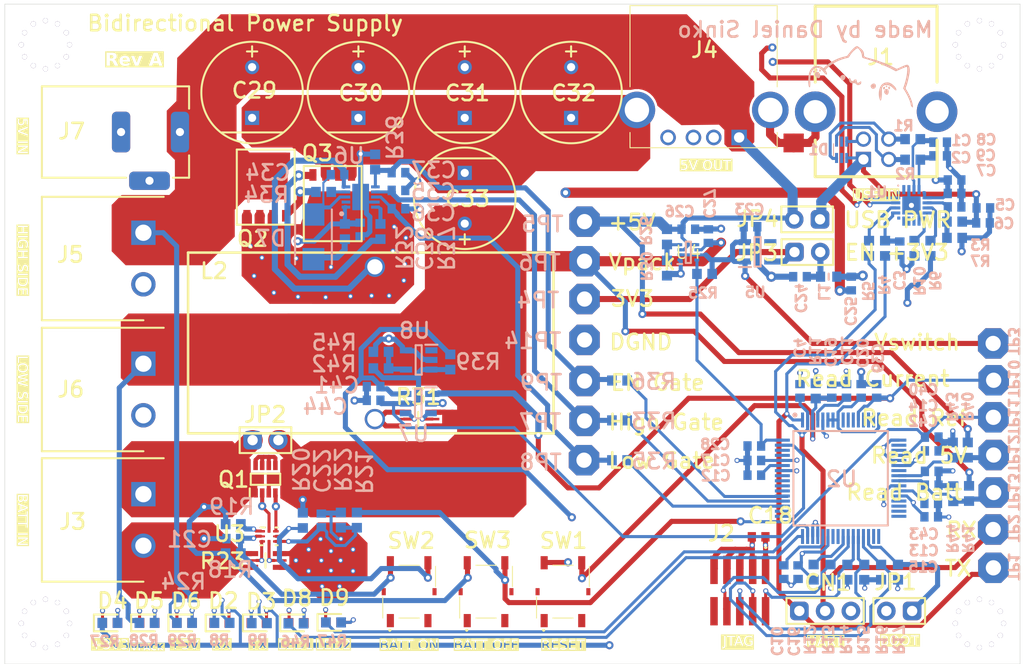
<source format=kicad_pcb>
(kicad_pcb (version 20240108) (generator "pcbnew") (generator_version "8.0")
  (layers (0 "F.Cu" signal "L1 (THT)") (1 "In1.Cu" signal "L2 (MIXED)") (2 "In2.Cu" signal "L3 (MIXED)") (31 "B.Cu" signal "L4 (SMD)") (34 "B.Paste" user "Bottom Paste") (35 "F.Paste" user "Top Paste") (36 "B.SilkS" user "Bottom Overlay") (37 "F.SilkS" user "Top Overlay") (38 "B.Mask" user "Bottom Solder") (39 "F.Mask" user "Top Solder") (44 "Edge.Cuts" user))
  (net 0 "")
  (net 1 "NetR23_4")
  (net 2 "NetR23_3")
  (net 3 "NetNT3_1")
  (net 4 "NetL2_2")
  (net 5 "NetR47_2")
  (net 6 "NetR46_2")
  (net 7 "NetD9_2")
  (net 8 "NetD8_2")
  (net 9 "NetC3_2")
  (net 10 "Vip")
  (net 11 "PGND")
  (net 12 "Path Status")
  (net 13 "NetR42_1")
  (net 14 "NetR20_1")
  (net 15 "NetR5_1")
  (net 16 "NetQ1_5")
  (net 17 "NetJP3_1")
  (net 18 "NetD6_2")
  (net 19 "NetD1_4")
  (net 20 "NetD1_3")
  (net 21 "NetC37_2")
  (net 22 "NetC36_2")
  (net 23 "NetC35_2")
  (net 24 "XRSN")
  (net 25 "Vusb")
  (net 26 "VREFHI")
  (net 27 "TMS")
  (net 28 "TDO")
  (net 29 "TDI")
  (net 30 "TCK")
  (net 31 "System Reset")
  (net 32 "SERIAL_TX")
  (net 33 "SERIAL_RX")
  (net 34 "Read Ref")
  (net 35 "Read Current")
  (net 36 "NetR37_1")
  (net 37 "NetR34_1")
  (net 38 "NetR24_1")
  (net 39 "NetD7_2")
  (net 40 "NetD5_2")
  (net 41 "NetD4_2")
  (net 42 "NetD2_1")
  (net 43 "NetD3_1")
  (net 44 "NetC34_2")
  (net 45 "Gate Low")
  (net 46 "Gate High")
  (net 47 "Gate EN")
  (net 48 "BOOT1")
  (net 49 "BOOT0")
  (net 50 "AGND")
  (net 51 "+3V3A")
  (net 52 "+1V2")
  (net 53 "NetR10_2")
  (net 54 "NetR8_1")
  (net 55 "NetR6_2")
  (net 56 "NetR9_1")
  (net 57 "Vswitch")
  (net 58 "Vpack")
  (net 59 "Vim")
  (net 60 "Vbus")
  (net 61 "NetR26_1")
  (net 62 "NetR19_1")
  (net 63 "NetQ1_4")
  (net 64 "NetQ1_2")
  (net 65 "Read Battery")
  (net 66 "Read 5V")
  (net 67 "NetC22_2")
  (net 68 "NetC21_2")
  (net 69 "Gate_Low")
  (net 70 "Gate_High")
  (net 71 "Gate_Common")
  (net 72 "D-")
  (net 73 "D+")
  (net 74 "+5V")
  (net 75 "+3V3")
  (net 76 "Vbatt-")
  (net 77 "Vbatt+")
  (net 78 "DGND")
  (footprint "Generic_PcbLib.PcbLib:Aluminium Capacitor 10x12.5" (layer "F.Cu") (at 128.3761 86.2036 90)
    (property "Reference" "C30")
    (property "Value" "1500uF" (hide yes))
  )
  (footprint "Generic_PcbLib.PcbLib:PIN-1X2" (layer "F.Cu") (at 124.1761 115.4536)
    (property "Reference" "JP2")
    (property "Value" "Jumper" (hide yes))
  )
  (footprint "Generic_PcbLib.PcbLib:USB-B-FEMALE" (layer "F.Cu") (at 184.32609 87.80359 180)
    (property "Reference" "J1")
    (property "Value" "USB-B" (hide yes))
  )
  (footprint "Generic_PcbLib.PcbLib:Aluminium Capacitor 10x12.5" (layer "F.Cu") (at 117.9041 86.2036 90)
    (property "Reference" "C29")
    (property "Value" "1500uF" (hide yes))
  )
  (footprint "Generic_PcbLib.PcbLib:Aluminium Capacitor 10x12.5" (layer "F.Cu") (at 148.7571 86.63559 -90)
    (property "Reference" "C33")
    (property "Value" "470uF" (hide yes))
  )
  (footprint "UPS_PcbLib.PcbLib:PTS526 SMG15J SMTR2 LFS" (layer "F.Cu") (at 145.9011 130.3786 90)
    (property "Reference" "SW3")
    (property "Value" "PTS526 Button" (hide yes))
  )
  (footprint "Generic_PcbLib.PcbLib:LED0603" (layer "F.Cu") (at 116.19277 133.4536)
    (property "Reference" "D6")
    (property "Value" "Value" (hide yes))
  )
  (footprint "Generic_PcbLib.PcbLib:NETTIE_1.85MM" (layer "F.Cu") (at 176.2011 86.1786)
    (property "Reference" "NT1" (hide yes))
    (property "Value" "NetTie_1-1" (hide yes))
  )
  (footprint "Generic_PcbLib.PcbLib:PIN-1X2" (layer "F.Cu") (at 177.5511 96.9286)
    (property "Reference" "JP3")
    (property "Value" "Jumper" (hide yes))
  )
  (footprint "UPS_PcbLib.PcbLib:PTS526 SMG15J SMTR2 LFS" (layer "F.Cu") (at 153.4761 130.3786 90)
    (property "Reference" "SW1")
    (property "Value" "PTS526 Button" (hide yes))
  )
  (footprint "Generic_PcbLib.PcbLib:LED0603" (layer "F.Cu") (at 112.52193 133.4536)
    (property "Reference" "D5")
    (property "Value" "Value" (hide yes))
  )
  (footprint "Generic_PcbLib.PcbLib:PIN-1X2" (layer "F.Cu") (at 186.6011 132.2786 180)
    (property "Reference" "JP1")
    (property "Value" "Jumper" (hide yes))
  )
  (footprint "Generic_PcbLib.PcbLib:DC Power Jack Right Angled" (layer "F.Cu") (at 109.4011 85.1036 -90)
    (property "Reference" "J7")
    (property "Value" "DC Power Jack" (hide yes))
  )
  (footprint "Generic_PcbLib.PcbLib:MOUNTING_HOLE_M3" (layer "F.Cu") (at 194.5011 133.5036)
    (property "Reference" "H3" (hide yes))
    (property "Value" "Mounting_Hole_0" (hide yes))
  )
  (footprint "Generic_PcbLib.PcbLib:MOUNTING_HOLE_M3" (layer "F.Cu") (at 102.5011 133.5036)
    (property "Reference" "H2" (hide yes))
    (property "Value" "Mounting_Hole_0" (hide yes))
  )
  (footprint "Generic_PcbLib.PcbLib:LED0603" (layer "F.Cu") (at 108.8511 133.4536)
    (property "Reference" "D4")
    (property "Value" "Value" (hide yes))
  )
  (footprint "Generic_PcbLib.PcbLib:WR-TBL-5.08/2-M" (layer "F.Cu") (at 112.1511 113.0036 90)
    (property "Reference" "J6")
    (property "Value" "691313510002" (hide yes))
  )
  (footprint "Generic_PcbLib.PcbLib:RES1206_KELVIN" (layer "F.Cu") (at 124.1761 127.3036)
    (property "Reference" "R23")
    (property "Value" "0R005" (hide yes))
  )
  (footprint "Generic_PcbLib.PcbLib:SOT-669-5" (layer "F.Cu") (at 130.7511 92.05359 180)
    (property "Reference" "Q3")
    (property "Value" "N-MOSFET" (hide yes))
  )
  (footprint "Generic_PcbLib.PcbLib:Aluminium Capacitor 10x12.5" (layer "F.Cu") (at 149.3261 86.2036 90)
    (property "Reference" "C32")
    (property "Value" "1500uF" (hide yes))
  )
  (footprint "Generic_PcbLib.PcbLib:PIN-1X2" (layer "F.Cu") (at 177.5261 93.7036 180)
    (property "Reference" "JP4")
    (property "Value" "Jumper" (hide yes))
  )
  (footprint "Generic_PcbLib.PcbLib:NETTIE_1.85MM" (layer "F.Cu") (at 142.5761 113.3786)
    (property "Reference" "NT3" (hide yes))
    (property "Value" "NetTie_1-1" (hide yes))
  )
  (footprint "Generic_PcbLib.PcbLib:WR-TBL-5.08/2-M" (layer "F.Cu") (at 112.1511 125.8536 90)
    (property "Reference" "J3")
    (property "Value" "691313510002" (hide yes))
  )
  (footprint "Generic_PcbLib.PcbLib:PIN-1X3" (layer "F.Cu") (at 179.3011 132.2786)
    (property "Reference" "CN1")
    (property "Value" "Pins 1x3" (hide yes))
  )
  (footprint "Generic_PcbLib.PcbLib:CAP0603" (layer "F.Cu") (at 172.7511 124.9786)
    (property "Reference" "C18")
    (property "Value" "100nF" (hide yes))
  )
  (footprint "Generic_PcbLib.PcbLib:X2QFN-8" (layer "F.Cu") (at 124.5261 124.9286)
    (property "Reference" "U3")
    (property "Value" "BQ2980" (hide yes))
  )
  (footprint "Generic_PcbLib.PcbLib:SOT-28FL" (layer "F.Cu") (at 124.1761 119.3036 90)
    (property "Reference" "Q1")
    (property "Value" "ECH8695R-TL-W" (hide yes))
  )
  (footprint "Generic_PcbLib.PcbLib:MOUNTING_HOLE_M3" (layer "F.Cu") (at 102.5011 76.5036)
    (property "Reference" "H1" (hide yes))
    (property "Value" "Mounting_Hole_0" (hide yes))
  )
  (footprint "Generic_PcbLib.PcbLib:LED0603" (layer "F.Cu") (at 130.8761 133.4036)
    (property "Reference" "D9")
    (property "Value" "Value" (hide yes))
  )
  (footprint "UPS_PcbLib.PcbLib:PTS526 SMG15J SMTR2 LFS" (layer "F.Cu") (at 138.3261 130.3786 90)
    (property "Reference" "SW2")
    (property "Value" "PTS526 Button" (hide yes))
  )
  (footprint "Generic_PcbLib.PcbLib:MOUNTING_HOLE_M3" (layer "F.Cu") (at 194.5011 76.5036)
    (property "Reference" "H4" (hide yes))
    (property "Value" "Mounting_Hole_0" (hide yes))
  )
  (footprint "Generic_PcbLib.PcbLib:LED0603" (layer "F.Cu") (at 119.8636 133.4536)
    (property "Reference" "D2")
    (property "Value" "Value" (hide yes))
  )
  (footprint "Generic_PcbLib.PcbLib:WR-TBL-5.08/2-M" (layer "F.Cu") (at 112.1511 100.1036 90)
    (property "Reference" "J5")
    (property "Value" "691313510002" (hide yes))
  )
  (footprint "Generic_PcbLib.PcbLib:Aluminium Capacitor 10x12.5" (layer "F.Cu") (at 138.8511 86.2036 90)
    (property "Reference" "C31")
    (property "Value" "1500uF" (hide yes))
  )
  (footprint "Generic_PcbLib.PcbLib:COIL_HANDMADE" (layer "F.Cu") (at 134.9511 105.87859 -90)
    (property "Reference" "L2")
    (property "Value" "Inductor" (hide yes))
  )
  (footprint "Generic_PcbLib.PcbLib:RES1206_KELVIN" (layer "F.Cu") (at 139.2261 113.3786)
    (property "Reference" "R31")
    (property "Value" "0R010" (hide yes))
  )
  (footprint "Generic_PcbLib.PcbLib:CON-2x5-1.27" (layer "F.Cu") (at 170.89609 128.2336 180)
    (property "Reference" "J2")
    (property "Value" "FTSH-105-01-L-DV-K" (hide yes))
  )
  (footprint "Generic_PcbLib.PcbLib:LED0603" (layer "F.Cu") (at 127.20527 133.4536)
    (property "Reference" "D8")
    (property "Value" "Value" (hide yes))
  )
  (footprint "Generic_PcbLib.PcbLib:USB-A-FEMALE" (layer "F.Cu") (at 170.8311 85.6386 180)
    (property "Reference" "J4")
    (property "Value" "USB-A" (hide yes))
  )
  (footprint "Generic_PcbLib.PcbLib:SOT-669-5" (layer "F.Cu") (at 124.2511 90.6286)
    (property "Reference" "Q2")
    (property "Value" "N-MOSFET" (hide yes))
  )
  (footprint "Generic_PcbLib.PcbLib:LED0603" (layer "F.Cu") (at 123.53443 133.4536)
    (property "Reference" "D3")
    (property "Value" "Value" (hide yes))
  )
  (footprint "Generic_PcbLib.PcbLib:RES0603" (layer "B.Cu") (at 123.5761 133.4786 180)
    (property "Reference" "R9")
    (property "Value" "330R" (hide yes))
  )
  (footprint "Generic_PcbLib.PcbLib:CAP0603" (layer "B.Cu") (at 186.6511 96.5536 90)
    (property "Reference" "C3")
    (property "Value" "470pF" (hide yes))
  )
  (footprint "Generic_PcbLib.PcbLib:TP-1.5HOLE" (layer "B.Cu") (at 195.8511 105.9286 180)
    (property "Reference" "TP3")
    (property "Value" "Test Point" (hide yes))
  )
  (footprint "Generic_PcbLib.PcbLib:TP-1.5HOLE" (layer "B.Cu") (at 195.9011 109.7036 90)
    (property "Reference" "TP10")
    (property "Value" "Test Point" (hide yes))
  )
  (footprint "Generic_PcbLib.PcbLib:RES0603" (layer "B.Cu") (at 193.3511 116.4286 90)
    (property "Reference" "R40")
    (property "Value" "3K3" (hide yes))
  )
  (footprint "Generic_PcbLib.PcbLib:CAP0603" (layer "B.Cu") (at 179.95444 110.6036 90)
    (property "Reference" "C19")
    (property "Value" "100nF" (hide yes))
  )
  (footprint "Generic_PcbLib.PcbLib:RES0603" (layer "B.Cu") (at 159.0511 113.5036 180)
    (property "Reference" "R33")
    (property "Value" "100R" (hide yes))
  )
  (footprint "Generic_PcbLib.PcbLib:RES0603" (layer "B.Cu") (at 189.6761 96.5536 90)
    (property "Reference" "R6")
    (property "Value" "1K" (hide yes))
  )
  (footprint "Generic_PcbLib.PcbLib:TP-1.5HOLE" (layer "B.Cu") (at 195.8511 124.2536 180)
    (property "Reference" "TP2")
    (property "Value" "Test Point" (hide yes))
  )
  (footprint "Generic_PcbLib.PcbLib:RES0603" (layer "B.Cu") (at 159.0511 117.4286 180)
    (property "Reference" "R35")
    (property "Value" "100R" (hide yes))
  )
  (footprint "Generic_PcbLib.PcbLib:LQFP-64" (layer "B.Cu") (at 180.8261 119.2036 -90)
    (property "Reference" "U2")
    (property "Value" "F280038PMRQ1" (hide yes))
  )
  (footprint "Generic_PcbLib.PcbLib:RES0603" (layer "B.Cu") (at 183.15325 128.4536 -90)
    (property "Reference" "R15")
    (property "Value" "4K7" (hide yes))
  )
  (footprint "Generic_PcbLib.PcbLib:CAP0603" (layer "B.Cu") (at 172.3261 118.9036)
    (property "Reference" "C12")
    (property "Value" "4.7uF" (hide yes))
  )
  (footprint "Generic_PcbLib.PcbLib:TP-1.5HOLE" (layer "B.Cu") (at 195.8761 113.2036 90)
    (property "Reference" "TP11")
    (property "Value" "Test Point" (hide yes))
  )
  (footprint "Generic_PcbLib.PcbLib:RES0603" (layer "B.Cu") (at 127.1761 133.5036 180)
    (property "Reference" "R46")
    (property "Value" "330R" (hide yes))
  )
  (footprint "Generic_PcbLib.PcbLib:RES0603" (layer "B.Cu") (at 163.7261 95.4286 90)
    (property "Reference" "R26")
    (property "Value" "10K" (hide yes))
  )
  (footprint "Generic_PcbLib.PcbLib:RES0603" (layer "B.Cu") (at 121.0011 123.7286 180)
    (property "Reference" "R19")
    (property "Value" "20R" (hide yes))
  )
  (footprint "Generic_PcbLib.PcbLib:SOT-666" (layer "B.Cu") (at 180.9261 86.8536 180)
    (property "Reference" "D1")
    (property "Value" "ESDAULC6-3BP6" (hide yes))
  )
  (footprint "Generic_PcbLib.PcbLib:CAP0603" (layer "B.Cu") (at 182.8511 110.6036 -90)
    (property "Reference" "C20")
    (property "Value" "4.7uF" (hide yes))
  )
  (footprint "Generic_PcbLib.PcbLib:RES0603" (layer "B.Cu") (at 134.9761 88.0536 90)
    (property "Reference" "R38")
    (property "Value" "10K" (hide yes))
  )
  (footprint "Generic_PcbLib.PcbLib:CAP0603" (layer "B.Cu") (at 134.8261 110.1786 180)
    (property "Reference" "C41")
    (property "Value" "100nF" (hide yes))
  )
  (footprint "Generic_PcbLib.PcbLib:CAP0603" (layer "B.Cu") (at 129.67612 123.3536 -90)
    (property "Reference" "C22")
    (property "Value" "100nF" (hide yes))
  )
  (footprint "Generic_PcbLib.PcbLib:CAP0603" (layer "B.Cu") (at 189.7511 123.0036 180)
    (property "Reference" "C15")
    (property "Value" "100nF" (hide yes))
  )
  (footprint "Generic_PcbLib.PcbLib:RES0603" (layer "B.Cu") (at 167.4261 99.0786 180)
    (property "Reference" "R25")
    (property "Value" "10K" (hide yes))
  )
  (footprint "Generic_PcbLib.PcbLib:RES0603" (layer "B.Cu") (at 183.6261 96.5536 -90)
    (property "Reference" "R5")
    (property "Value" "100R" (hide yes))
  )
  (footprint "Generic_PcbLib.PcbLib:RES0603" (layer "B.Cu") (at 179.83039 128.4536 -90)
    (property "Reference" "R13")
    (property "Value" "4K7" (hide yes))
  )
  (footprint "Generic_PcbLib.PcbLib:CAP0603" (layer "B.Cu") (at 184.3761 110.6036 -90)
    (property "Reference" "C39")
    (property "Value" "1uF" (hide yes))
  )
  (footprint "Generic_PcbLib.PcbLib:RES0603" (layer "B.Cu") (at 119.9011 133.4536 180)
    (property "Reference" "R8")
    (property "Value" "330R" (hide yes))
  )
  (footprint "Generic_PcbLib.PcbLib:CAP0603" (layer "B.Cu") (at 172.3261 116.0286)
    (property "Reference" "C28")
    (property "Value" "100nF" (hide yes))
  )
  (footprint "Generic_PcbLib.PcbLib:RES0603" (layer "B.Cu") (at 116.2261 130.9286)
    (property "Reference" "R24")
    (property "Value" "330R" (hide yes))
  )
  (footprint "Generic_PcbLib.PcbLib:RES0603" (layer "B.Cu") (at 129.9011 91.0036 180)
    (property "Reference" "R34")
    (property "Value" "5R" (hide yes))
  )
  (footprint "Generic_PcbLib.PcbLib:V-DFN3030-10" (layer "B.Cu") (at 133.5511 91.5036)
    (property "Reference" "U6")
    (property "Value" "DGD05473FN-7" (hide yes))
  )
  (footprint "Generic_PcbLib.PcbLib:NETTIE_1.85MM" (layer "B.Cu") (at 179.0511 101.1536)
    (property "Reference" "NT2" (hide yes))
    (property "Value" "NetTie_1-1" (hide yes))
  )
  (footprint "Generic_PcbLib.PcbLib:CAP0603" (layer "B.Cu") (at 176.63754 128.4536 90)
    (property "Reference" "C16")
    (property "Value" "100nF" (hide yes))
  )
  (footprint "Generic_PcbLib.PcbLib:CAP0603" (layer "B.Cu") (at 189.8011 116.51194 180)
    (property "Reference" "C14")
    (property "Value" "4.7uF" (hide yes))
  )
  (footprint "Generic_PcbLib.PcbLib:RES0603" (layer "B.Cu") (at 159.0511 109.5786 180)
    (property "Reference" "R36")
    (property "Value" "100R" (hide yes))
  )
  (footprint "Generic_PcbLib.PcbLib:RES0603" (layer "B.Cu") (at 187.9261 85.8036 180)
    (property "Reference" "R1")
    (property "Value" "20R" (hide yes))
  )
  (footprint "Generic_PcbLib.PcbLib:SMB" (layer "B.Cu") (at 128.9011 95.4286 -90)
    (property "Reference" "D7")
    (property "Value" "VS-MBRS130L-M3/5BT" (hide yes))
  )
  (footprint "Generic_PcbLib.PcbLib:CAP0603" (layer "B.Cu") (at 192.0511 92.4786 180)
    (property "Reference" "C7")
    (property "Value" "1uF" (hide yes))
  )
  (footprint "Generic_PcbLib.PcbLib:RES0603" (layer "B.Cu") (at 108.8511 133.4536 180)
    (property "Reference" "R27")
    (property "Value" "330R" (hide yes))
  )
  (footprint "Generic_PcbLib.PcbLib:CAP0603" (layer "B.Cu") (at 137.2761 90.8536 180)
    (property "Reference" "C35")
    (property "Value" "47pF" (hide yes))
  )
  (footprint "Generic_PcbLib.PcbLib:CAP0603" (layer "B.Cu") (at 137.2761 92.6536 180)
    (property "Reference" "C36")
    (property "Value" "47pF" (hide yes))
  )
  (footprint "Generic_PcbLib.PcbLib:RES0603" (layer "B.Cu") (at 116.2011 133.4536 180)
    (property "Reference" "R29")
    (property "Value" "330R" (hide yes))
  )
  (footprint "Generic_PcbLib.PcbLib:TP-1.5HOLE" (layer "B.Cu") (at 155.6011 109.6286 180)
    (property "Reference" "TP9")
    (property "Value" "Test Point" (hide yes))
  )
  (footprint "Generic_PcbLib.PcbLib:RES0603" (layer "B.Cu") (at 135.5511 108.3786 180)
    (property "Reference" "R42")
    (property "Value" "3K3" (hide yes))
  )
  (footprint "Generic_PcbLib.PcbLib:CAP0603" (layer "B.Cu") (at 167.8011 95.3536 -90)
    (property "Reference" "C27")
    (property "Value" "100nF" (hide yes))
  )
  (footprint "Generic_PcbLib.PcbLib:CAP0603" (layer "B.Cu") (at 189.8011 115.15361 180)
    (property "Reference" "C40")
    (property "Value" "47nF" (hide yes))
  )
  (footprint "Generic_PcbLib.PcbLib:TP-1.5HOLE" (layer "B.Cu") (at 155.6011 97.8286 180)
    (property "Reference" "TP6")
    (property "Value" "Test Point" (hide yes))
  )
  (footprint "Generic_PcbLib.PcbLib:CAP0603" (layer "B.Cu") (at 176.8261 99.3536)
    (property "Reference" "C24")
    (property "Value" "1uF" (hide yes))
  )
  (footprint "Generic_PcbLib.PcbLib:IND0603" (layer "B.Cu") (at 179.6511 99.3536)
    (property "Reference" "L1")
    (property "Value" "Inductor" (hide yes))
  )
  (footprint "Generic_PcbLib.PcbLib:CAP0603" (layer "B.Cu") (at 131.2761 89.3036 180)
    (property "Reference" "C34")
    (property "Value" "1uF" (hide yes))
  )
  (footprint "Generic_PcbLib.PcbLib:CAP0603" (layer "B.Cu") (at 192.0511 91.1536)
    (property "Reference" "C9")
    (property "Value" "100nF" (hide yes))
  )
  (footprint "Generic_PcbLib.PcbLib:RES0603" (layer "B.Cu") (at 178.3761 110.6036 90)
    (property "Reference" "R11")
    (property "Value" "3K3" (hide yes))
  )
  (footprint "Generic_PcbLib.PcbLib:CAP0603" (layer "B.Cu") (at 176.8261 110.6036 -90)
    (property "Reference" "C4")
    (property "Value" "470pF" (hide yes))
  )
  (footprint "Generic_PcbLib.PcbLib:RES0603" (layer "B.Cu") (at 131.60112 123.3286 -90)
    (property "Reference" "R22")
    (property "Value" "1K" (hide yes))
  )
  (footprint "Generic_PcbLib.PcbLib:TP-1.5HOLE" (layer "B.Cu") (at 195.9011 116.9186 90)
    (property "Reference" "TP12")
    (property "Value" "Test Point" (hide yes))
  )
  (footprint "Generic_PcbLib.PcbLib:RES0603" (layer "B.Cu") (at 181.49182 128.4536 -90)
    (property "Reference" "R14")
    (property "Value" "4K7" (hide yes))
  )
  (footprint "Generic_PcbLib.PcbLib:RES0603" (layer "B.Cu") (at 178.16897 128.4536 -90)
    (property "Reference" "R12")
    (property "Value" "4K7" (hide yes))
  )
  (footprint "Generic_PcbLib.PcbLib:RES0603" (layer "B.Cu") (at 132.0011 94.9036 -90)
    (property "Reference" "R32")
    (property "Value" "5R" (hide yes))
  )
  (footprint "Generic_PcbLib.PcbLib:CAP0603" (layer "B.Cu") (at 165.8261 94.6786 180)
    (property "Reference" "C26")
    (property "Value" "100nF" (hide yes))
  )
  (footprint "Generic_PcbLib.PcbLib:RES0603" (layer "B.Cu") (at 135.5011 94.9036 -90)
    (property "Reference" "R37")
    (property "Value" "5R" (hide yes))
  )
  (footprint "Generic_PcbLib.PcbLib:RES0603" (layer "B.Cu") (at 187.9261 87.8286 180)
    (property "Reference" "R2")
    (property "Value" "20R" (hide yes))
  )
  (footprint "Generic_PcbLib.PcbLib:CAP0603" (layer "B.Cu") (at 134.8261 111.5286 180)
    (property "Reference" "C44")
    (property "Value" "100nF" (hide yes))
  )
  (footprint "Generic_PcbLib.PcbLib:CAP0603" (layer "B.Cu") (at 172.3261 117.4536)
    (property "Reference" "C17")
    (property "Value" "100nF" (hide yes))
  )
  (footprint "Generic_PcbLib.PcbLib:RES0603" (layer "B.Cu") (at 127.8561 123.3536 90)
    (property "Reference" "R20")
    (property "Value" "1K" (hide yes))
  )
  (footprint "Generic_PcbLib.PcbLib:RES0603" (layer "B.Cu") (at 184.81467 128.4536 -90)
    (property "Reference" "R16")
    (property "Value" "4K7" (hide yes))
  )
  (footprint "Generic_PcbLib.PcbLib:CAP0603" (layer "B.Cu") (at 190.6261 86.1036 180)
    (property "Reference" "C1")
    (property "Value" "47pF" (hide yes))
  )
  (footprint "Generic_PcbLib.PcbLib:CAP0603" (layer "B.Cu") (at 181.40277 110.6036 -90)
    (property "Reference" "C11")
    (property "Value" "4.7uF" (hide yes))
  )
  (footprint "Generic_PcbLib.PcbLib:RES0603" (layer "B.Cu") (at 191.9261 120.7286 -90)
    (property "Reference" "R44")
    (property "Value" "4K7" (hide yes))
  )
  (footprint "Generic_PcbLib.PcbLib:RES0603" (layer "B.Cu") (at 185.2041 96.5536 -90)
    (property "Reference" "R4")
    (property "Value" "100R" (hide yes))
  )
  (footprint "Generic_PcbLib.PcbLib:CAP0603" (layer "B.Cu") (at 137.2761 89.1036 180)
    (property "Reference" "C37")
    (property "Value" "47pF" (hide yes))
  )
  (footprint "Generic_PcbLib.PcbLib:RES0603" (layer "B.Cu") (at 135.5511 106.7536)
    (property "Reference" "R45")
    (property "Value" "10K" (hide yes))
  )
  (footprint "Generic_PcbLib.PcbLib:RES0603" (layer "B.Cu") (at 192.0511 93.9286)
    (property "Reference" "R3")
    (property "Value" "22K1" (hide yes))
  )
  (footprint "Generic_PcbLib.PcbLib:CAP0603" (layer "B.Cu") (at 189.8011 119.88694 180)
    (property "Reference" "C43")
    (property "Value" "47nF" (hide yes))
  )
  (footprint "Generic_PcbLib.PcbLib:SOT23-5" (layer "B.Cu") (at 139.26633 107.5536 180)
    (property "Reference" "U8")
    (property "Value" "TLV431" (hide yes))
  )
  (footprint "Generic_PcbLib.PcbLib:TP-1.5HOLE" (layer "B.Cu") (at 195.9011 120.6136 90)
    (property "Reference" "TP13")
    (property "Value" "Test Point" (hide yes))
  )
  (footprint "Generic_PcbLib.PcbLib:RES0603" (layer "B.Cu") (at 112.5011 133.4536 180)
    (property "Reference" "R28")
    (property "Value" "330R" (hide yes))
  )
  (footprint "Generic_PcbLib.PcbLib:RES0603" (layer "B.Cu") (at 193.4761 120.7036 90)
    (property "Reference" "R41")
    (property "Value" "3K3" (hide yes))
  )
  (footprint "Generic_PcbLib.PcbLib:CAP0603" (layer "B.Cu") (at 133.5011 94.7036 90)
    (property "Reference" "C38")
    (property "Value" "1uF" (hide yes))
  )
  (footprint "Generic_PcbLib.PcbLib:CAP0603" (layer "B.Cu") (at 181.8761 100.0236 90)
    (property "Reference" "C25")
    (property "Value" "10uF" (hide yes))
  )
  (footprint "Generic_PcbLib.PcbLib:RES0603" (layer "B.Cu") (at 192.0511 95.5286 180)
    (property "Reference" "R7")
    (property "Value" "47K5" (hide yes))
  )
  (footprint "Generic_PcbLib.PcbLib:CAP0603" (layer "B.Cu") (at 189.7511 121.6786 180)
    (property "Reference" "C13")
    (property "Value" "4.7uF" (hide yes))
  )
  (footprint "Generic_PcbLib.PcbLib:RES0603" (layer "B.Cu") (at 133.17612 123.3286 90)
    (property "Reference" "R21")
    (property "Value" "100R" (hide yes))
  )
  (footprint "Generic_PcbLib.PcbLib:SOTFL50P160X60-8N" (layer "B.Cu") (at 165.8261 96.9536)
    (property "Reference" "U4")
    (property "Value" "TPS2116" (hide yes))
  )
  (footprint "Generic_PcbLib.PcbLib:RES0603" (layer "B.Cu") (at 186.4761 128.4536 -90)
    (property "Reference" "R17")
    (property "Value" "4K7" (hide yes))
  )
  (footprint "Generic_PcbLib.PcbLib:CAP0603" (layer "B.Cu") (at 194.8861 92.5806 180)
    (property "Reference" "C5")
    (property "Value" "4.7uF" (hide yes))
  )
  (footprint "Generic_PcbLib.PcbLib:CAP0603" (layer "B.Cu") (at 121.0011 125.1536)
    (property "Reference" "C21")
    (property "Value" "100nF" (hide yes))
  )
  (footprint "Generic_PcbLib.PcbLib:RES0603" (layer "B.Cu") (at 142.3761 107.7536 -90)
    (property "Reference" "R39")
    (property "Value" "100R" (hide yes))
  )
  (footprint "Generic_PcbLib.PcbLib:TP-1.5HOLE" (layer "B.Cu") (at 195.8761 128.0286 180)
    (property "Reference" "TP1")
    (property "Value" "Test Point" (hide yes))
  )
  (footprint "Generic_PcbLib.PcbLib:RES0603" (layer "B.Cu") (at 188.1021 96.5536 90)
    (property "Reference" "R10")
    (property "Value" "10K" (hide yes))
  )
  (footprint "Generic_PcbLib.PcbLib:TP-1.5HOLE" (layer "B.Cu") (at 155.6011 93.9286 180)
    (property "Reference" "TP5")
    (property "Value" "Test Point" (hide yes))
  )
  (footprint "Generic_PcbLib.PcbLib:CAP0603" (layer "B.Cu") (at 192.0511 89.8286 180)
    (property "Reference" "C8")
    (property "Value" "4.7uF" (hide yes))
  )
  (footprint "Generic_PcbLib.PcbLib:RES0603" (layer "B.Cu") (at 191.8761 116.4286 -90)
    (property "Reference" "R43")
    (property "Value" "4K7" (hide yes))
  )
  (footprint "Generic_PcbLib.PcbLib:CAP0603" (layer "B.Cu") (at 175.2261 128.4536 90)
    (property "Reference" "C10")
    (property "Value" "4.7uF" (hide yes))
  )
  (footprint "Generic_PcbLib.PcbLib:QFN-20" (layer "B.Cu") (at 187.8011 92.3286 -90)
    (property "Reference" "U1")
    (property "Value" "CP2102N-A02-GQFN20R" (hide yes))
  )
  (footprint "Generic_PcbLib.PcbLib:CAP0603" (layer "B.Cu") (at 194.8511 94.0536)
    (property "Reference" "C6")
    (property "Value" "100nF" (hide yes))
  )
  (footprint "Generic_PcbLib.PcbLib:CAP0603" (layer "B.Cu") (at 171.9511 94.42859 180)
    (property "Reference" "C23")
    (property "Value" "1uF" (hide yes))
  )
  (footprint "Generic_PcbLib.PcbLib:RES0603" (layer "B.Cu") (at 121.0011 126.6036 180)
    (property "Reference" "R18")
    (property "Value" "100R" (hide yes))
  )
  (footprint "Generic_PcbLib.PcbLib:SOT23-5" (layer "B.Cu") (at 172.6511 96.90359)
    (property "Reference" "U5")
    (property "Value" "LP5907QMFX-3.3Q1" (hide yes))
  )
  (footprint "Generic_PcbLib.PcbLib:TP-1.5HOLE" (layer "B.Cu") (at 155.6011 105.5786 90)
    (property "Reference" "TP14")
    (property "Value" "Test Point" (hide yes))
  )
  (footprint "Generic_PcbLib.PcbLib:RES0603" (layer "B.Cu") (at 130.8761 133.4036 180)
    (property "Reference" "R47")
    (property "Value" "330R" (hide yes))
  )
  (footprint "Generic_PcbLib.PcbLib:TP-1.5HOLE" (layer "B.Cu") (at 155.6011 101.5536 180)
    (property "Reference" "TP4")
    (property "Value" "Test Point" (hide yes))
  )
  (footprint "Generic_PcbLib.PcbLib:SOT23-6" (layer "B.Cu") (at 139.2261 111.8536 180)
    (property "Reference" "U7")
    (property "Value" "INA181A1" (hide yes))
  )
  (footprint "Generic_PcbLib.PcbLib:TP-1.5HOLE" (layer "B.Cu") (at 155.6011 113.5536 180)
    (property "Reference" "TP7")
    (property "Value" "Test Point" (hide yes))
  )
  (footprint "Generic_PcbLib.PcbLib:RES0603" (layer "B.Cu") (at 163.7261 98.5036 90)
    (property "Reference" "R30")
    (property "Value" "10K" (hide yes))
  )
  (footprint "Generic_PcbLib.PcbLib:TP-1.5HOLE" (layer "B.Cu") (at 155.5511 117.4286 180)
    (property "Reference" "TP8")
    (property "Value" "Test Point" (hide yes))
  )
  (footprint "Generic_PcbLib.PcbLib:CAP0603" (layer "B.Cu") (at 189.8011 118.52861 180)
    (property "Reference" "C42")
    (property "Value" "47nF" (hide yes))
  )
  (footprint "Generic_PcbLib.PcbLib:CAP0603" (layer "B.Cu") (at 190.6261 87.4536 180)
    (property "Reference" "C2")
    (property "Value" "47pF" (hide yes))
  )
  (gr_poly (pts (xy 182.2161 79.92899) (xy 182.24516 79.92899) (xy 182.24516 79.91446) (xy 182.34688 79.91446) (xy 182.34688 79.92899) (xy 182.36141 79.92899) (xy 182.36141 79.94352) (xy 182.37594 79.94352) (xy 182.37594 79.97258) (xy 182.39048 79.97258) (xy 182.39048 80.00165) (xy 182.40501 80.00165) (xy 182.40501 80.05977) (xy 182.41954 80.05977) (xy 182.41954 80.1179) (xy 182.43407 80.1179) (xy 182.43407 80.19055) (xy 182.4486 80.19055) (xy 182.4486 80.21962) (xy 182.46313 80.21962) (xy 182.46313 80.23415) (xy 182.49219 80.23415) (xy 182.49219 80.24868) (xy 182.57938 80.24868) (xy 182.57938 80.23415) (xy 182.62297 80.23415) (xy 182.62297 80.21962) (xy 182.65204 80.21962) (xy 182.65204 80.20509) (xy 182.66657 80.20509) (xy 182.66657 80.19055) (xy 182.69563 80.19055) (xy 182.69563 80.17602) (xy 182.71016 80.17602) (xy 182.71016 80.16149) (xy 182.72469 80.16149) (xy 182.72469 80.14696) (xy 182.75376 80.14696) (xy 182.75376 80.13243) (xy 182.76829 80.13243) (xy 182.76829 80.1179) (xy 182.79735 80.1179) (xy 182.79735 80.10337) (xy 182.82641 80.10337) (xy 182.82641 80.1179) (xy 182.84094 80.1179) (xy 182.84094 80.14696) (xy 182.85548 80.14696) (xy 182.85548 80.29227) (xy 182.84094 80.29227) (xy 182.84094 80.33586) (xy 182.82641 80.33586) (xy 182.82641 80.36493) (xy 182.81188 80.36493) (xy 182.81188 80.37946) (xy 182.79735 80.37946) (xy 182.79735 80.39399) (xy 182.78282 80.39399) (xy 182.78282 80.40852) (xy 182.76829 80.40852) (xy 182.76829 80.42305) (xy 182.73923 80.42305) (xy 182.73923 80.43758) (xy 182.71016 80.43758) (xy 182.71016 80.45212) (xy 182.6811 80.45212) (xy 182.6811 80.46665) (xy 182.63751 80.46665) (xy 182.63751 80.48118) (xy 182.47766 80.48118) (xy 182.47766 80.46665) (xy 182.4486 80.46665) (xy 182.4486 80.45212) (xy 182.41954 80.45212) (xy 182.41954 80.43758) (xy 182.40501 80.43758) (xy 182.40501 80.42305) (xy 182.39048 80.42305) (xy 182.39048 80.40852) (xy 182.37594 80.40852) (xy 182.37594 80.39399) (xy 182.36141 80.39399) (xy 182.36141 80.37946) (xy 182.34688 80.37946) (xy 182.34688 80.36493) (xy 182.33235 80.36493) (xy 182.33235 80.3504) (xy 182.31782 80.3504) (xy 182.31782 80.33586) (xy 182.30329 80.33586) (xy 182.30329 80.32133) (xy 182.27422 80.32133) (xy 182.27422 80.3068) (xy 182.24516 80.3068) (xy 182.24516 80.29227) (xy 181.88188 80.29227) (xy 181.88188 80.27774) (xy 181.83829 80.27774) (xy 181.83829 80.26321) (xy 181.80922 80.26321) (xy 181.80922 80.24868) (xy 181.78016 80.24868) (xy 181.78016 80.23415) (xy 181.76563 80.23415) (xy 181.76563 80.21962) (xy 181.7511 80.21962) (xy 181.7511 80.20509) (xy 181.73657 80.20509) (xy 181.73657 80.19055) (xy 181.72204 80.19055) (xy 181.72204 80.17602) (xy 181.70751 80.17602) (xy 181.70751 80.14696) (xy 181.69298 80.14696) (xy 181.69298 80.1179) (xy 181.67844 80.1179) (xy 181.67844 80.0743) (xy 181.66391 80.0743) (xy 181.66391 80.03071) (xy 181.64938 80.03071) (xy 181.64938 79.92899) (xy 181.63485 79.92899) (xy 181.63485 79.87087) (xy 181.64938 79.87087) (xy 181.64938 79.81274) (xy 181.66391 79.81274) (xy 181.66391 79.78368) (xy 181.67844 79.78368) (xy 181.67844 79.76915) (xy 181.73657 79.76915) (xy 181.73657 79.78368) (xy 181.7511 79.78368) (xy 181.7511 79.79821) (xy 181.76563 79.79821) (xy 181.76563 79.82727) (xy 181.78016 79.82727) (xy 181.78016 79.8418) (xy 181.79469 79.8418) (xy 181.79469 79.87087) (xy 181.80922 79.87087) (xy 181.80922 79.91446) (xy 181.82376 79.91446) (xy 181.82376 79.94352) (xy 181.83829 79.94352) (xy 181.83829 79.98712) (xy 181.85282 79.98712) (xy 181.85282 80.00165) (xy 181.86735 80.00165) (xy 181.86735 80.03071) (xy 181.88188 80.03071) (xy 181.88188 80.04524) (xy 181.89641 80.04524) (xy 181.89641 80.05977) (xy 181.92548 80.05977) (xy 181.92548 80.0743) (xy 181.96907 80.0743) (xy 181.96907 80.08883) (xy 182.01266 80.08883) (xy 182.01266 80.0743) (xy 182.05626 80.0743) (xy 182.05626 80.05977) (xy 182.08532 80.05977) (xy 182.08532 80.04524) (xy 182.09985 80.04524) (xy 182.09985 80.03071) (xy 182.11438 80.03071) (xy 182.11438 80.01618) (xy 182.12891 80.01618) (xy 182.12891 80.00165) (xy 182.14345 80.00165) (xy 182.14345 79.98712) (xy 182.15798 79.98712) (xy 182.15798 79.97258) (xy 182.17251 79.97258) (xy 182.17251 79.95805) (xy 182.18704 79.95805) (xy 182.18704 79.94352) (xy 182.2161 79.94352)) (fill solid) (layer "B.SilkS"))
  (gr_poly (pts (xy 179.39704 79.12977) (xy 179.39704 79.1443) (xy 179.41157 79.1443) (xy 179.41157 79.17337) (xy 179.4261 79.17337) (xy 179.4261 79.20243) (xy 179.44063 79.20243) (xy 179.44063 79.23149) (xy 179.45516 79.23149) (xy 179.45516 79.26055) (xy 179.46969 79.26055) (xy 179.46969 79.31868) (xy 179.48423 79.31868) (xy 179.48423 79.43493) (xy 179.46969 79.43493) (xy 179.46969 79.44946) (xy 179.41157 79.44946) (xy 179.41157 79.43493) (xy 179.38251 79.43493) (xy 179.38251 79.4204) (xy 179.36797 79.4204) (xy 179.36797 79.40587) (xy 179.33891 79.40587) (xy 179.33891 79.39134) (xy 179.32438 79.39134) (xy 179.32438 79.3768) (xy 179.30985 79.3768) (xy 179.30985 79.36227) (xy 179.29532 79.36227) (xy 179.29532 79.34774) (xy 179.28079 79.34774) (xy 179.28079 79.33321) (xy 179.26626 79.33321) (xy 179.26626 79.31868) (xy 179.25173 79.31868) (xy 179.25173 79.30415) (xy 179.2372 79.30415) (xy 179.2372 79.28962) (xy 179.22266 79.28962) (xy 179.22266 79.27508) (xy 179.20813 79.27508) (xy 179.20813 79.26055) (xy 179.1936 79.26055) (xy 179.1936 79.23149) (xy 179.17907 79.23149) (xy 179.17907 79.21696) (xy 179.16454 79.21696) (xy 179.16454 79.20243) (xy 179.15001 79.20243) (xy 179.15001 79.1879) (xy 179.13548 79.1879) (xy 179.13548 79.17337) (xy 179.12094 79.17337) (xy 179.12094 79.15883) (xy 179.10641 79.15883) (xy 179.10641 79.1443) (xy 179.09188 79.1443) (xy 179.09188 79.11524) (xy 179.07735 79.11524) (xy 179.07735 79.10071) (xy 179.06282 79.10071) (xy 179.06282 79.08618) (xy 179.04829 79.08618) (xy 179.04829 79.07165) (xy 179.03376 79.07165) (xy 179.03376 79.05712) (xy 179.01922 79.05712) (xy 179.01922 79.04259) (xy 179.00469 79.04259) (xy 179.00469 79.02805) (xy 178.99016 79.02805) (xy 178.99016 79.01352) (xy 178.97563 79.01352) (xy 178.97563 78.99899) (xy 178.9611 78.99899) (xy 178.9611 78.98446) (xy 178.94657 78.98446) (xy 178.94657 78.96993) (xy 178.91751 78.96993) (xy 178.91751 78.9554) (xy 178.90297 78.9554) (xy 178.90297 78.94087) (xy 178.88844 78.94087) (xy 178.88844 78.92633) (xy 178.87391 78.92633) (xy 178.87391 78.9118) (xy 178.84485 78.9118) (xy 178.84485 78.89727) (xy 178.83032 78.89727) (xy 178.83032 78.88274) (xy 178.80126 78.88274) (xy 178.80126 78.86821) (xy 178.78673 78.86821) (xy 178.78673 78.85368) (xy 178.75766 78.85368) (xy 178.75766 78.83915) (xy 178.7286 78.83915) (xy 178.7286 78.82462) (xy 178.69954 78.82462) (xy 178.69954 78.81008) (xy 178.65594 78.81008) (xy 178.65594 78.79555) (xy 178.61235 78.79555) (xy 178.61235 78.78102) (xy 178.39438 78.78102) (xy 178.39438 78.79555) (xy 178.35079 78.79555) (xy 178.35079 78.81008) (xy 178.32173 78.81008) (xy 178.32173 78.82462) (xy 178.29266 78.82462) (xy 178.29266 78.83915) (xy 178.2636 78.83915) (xy 178.2636 78.85368) (xy 178.24907 78.85368) (xy 178.24907 78.86821) (xy 178.22001 78.86821) (xy 178.22001 78.88274) (xy 178.20548 78.88274) (xy 178.20548 78.89727) (xy 178.17641 78.89727) (xy 178.17641 78.9118) (xy 178.16188 78.9118) (xy 178.16188 78.92633) (xy 178.14735 78.92633) (xy 178.14735 78.94087) (xy 178.13282 78.94087) (xy 178.13282 78.9554) (xy 178.11829 78.9554) (xy 178.11829 78.96993) (xy 178.10376 78.96993) (xy 178.10376 78.98446) (xy 178.08922 78.98446) (xy 178.08922 79.01352) (xy 178.07469 79.01352) (xy 178.07469 79.02805) (xy 178.06016 79.02805) (xy 178.06016 79.04259) (xy 178.04563 79.04259) (xy 178.04563 79.07165) (xy 178.0311 79.07165) (xy 178.0311 79.08618) (xy 178.01657 79.08618) (xy 178.01657 79.11524) (xy 178.00204 79.11524) (xy 178.00204 79.1443) (xy 177.98751 79.1443) (xy 177.98751 79.17337) (xy 177.97298 79.17337) (xy 177.97298 79.20243) (xy 177.95844 79.20243) (xy 177.95844 79.23149) (xy 177.94391 79.23149) (xy 177.94391 79.27508) (xy 177.92938 79.27508) (xy 177.92938 79.30415) (xy 177.91485 79.30415) (xy 177.91485 79.36227) (xy 177.90032 79.36227) (xy 177.90032 79.4204) (xy 177.88579 79.4204) (xy 177.88579 79.49305) (xy 177.87126 79.49305) (xy 177.87126 79.58024) (xy 177.85673 79.58024) (xy 177.85673 79.75462) (xy 177.84219 79.75462) (xy 177.84219 80.51024) (xy 177.82766 80.51024) (xy 177.82766 80.62649) (xy 177.81313 80.62649) (xy 177.81313 80.68462) (xy 177.7986 80.68462) (xy 177.7986 80.69915) (xy 177.75501 80.69915) (xy 177.75501 80.68462) (xy 177.74047 80.68462) (xy 177.74047 80.67009) (xy 177.72594 80.67009) (xy 177.72594 80.65555) (xy 177.71141 80.65555) (xy 177.71141 80.62649) (xy 177.69688 80.62649) (xy 177.69688 80.5829) (xy 177.68235 80.5829) (xy 177.68235 80.52477) (xy 177.66782 80.52477) (xy 177.66782 80.43758) (xy 177.65329 80.43758) (xy 177.65329 80.3068) (xy 177.63876 80.3068) (xy 177.63876 79.82727) (xy 177.65329 79.82727) (xy 177.65329 79.62383) (xy 177.66782 79.62383) (xy 177.66782 79.49305) (xy 177.68235 79.49305) (xy 177.68235 79.4204) (xy 177.69688 79.4204) (xy 177.69688 79.34774) (xy 177.71141 79.34774) (xy 177.71141 79.28962) (xy 177.72594 79.28962) (xy 177.72594 79.24602) (xy 177.74047 79.24602) (xy 177.74047 79.20243) (xy 177.75501 79.20243) (xy 177.75501 79.17337) (xy 177.76954 79.17337) (xy 177.76954 79.12977) (xy 177.78407 79.12977) (xy 177.78407 79.10071) (xy 177.7986 79.10071) (xy 177.7986 79.07165) (xy 177.81313 79.07165) (xy 177.81313 79.04259) (xy 177.82766 79.04259) (xy 177.82766 79.01352) (xy 177.84219 79.01352) (xy 177.84219 78.99899) (xy 177.85673 78.99899) (xy 177.85673 78.96993) (xy 177.87126 78.96993) (xy 177.87126 78.94087) (xy 177.88579 78.94087) (xy 177.88579 78.92633) (xy 177.90032 78.92633) (xy 177.90032 78.9118) (xy 177.91485 78.9118) (xy 177.91485 78.88274) (xy 177.92938 78.88274) (xy 177.92938 78.86821) (xy 177.94391 78.86821) (xy 177.94391 78.85368) (xy 177.95844 78.85368) (xy 177.95844 78.83915) (xy 177.97298 78.83915) (xy 177.97298 78.82462) (xy 177.98751 78.82462) (xy 177.98751 78.81008) (xy 178.00204 78.81008) (xy 178.00204 78.79555) (xy 178.01657 78.79555) (xy 178.01657 78.78102) (xy 178.0311 78.78102) (xy 178.0311 78.76649) (xy 178.04563 78.76649) (xy 178.04563 78.75196) (xy 178.06016 78.75196) (xy 178.06016 78.73743) (xy 178.08922 78.73743) (xy 178.08922 78.7229) (xy 178.10376 78.7229) (xy 178.10376 78.70836) (xy 178.11829 78.70836) (xy 178.11829 78.69383) (xy 178.14735 78.69383) (xy 178.14735 78.6793) (xy 178.17641 78.6793) (xy 178.17641 78.66477) (xy 178.20548 78.66477) (xy 178.20548 78.65024) (xy 178.23454 78.65024) (xy 178.23454 78.63571) (xy 178.27813 78.63571) (xy 178.27813 78.62118) (xy 178.32173 78.62118) (xy 178.32173 78.60665) (xy 178.37985 78.60665) (xy 178.37985 78.59212) (xy 178.65594 78.59212) (xy 178.65594 78.60665) (xy 178.7286 78.60665) (xy 178.7286 78.62118) (xy 178.77219 78.62118) (xy 178.77219 78.63571) (xy 178.81579 78.63571) (xy 178.81579 78.65024) (xy 178.85938 78.65024) (xy 178.85938 78.66477) (xy 178.88844 78.66477) (xy 178.88844 78.6793) (xy 178.93204 78.6793) (xy 178.93204 78.69383) (xy 178.9611 78.69383) (xy 178.9611 78.70836) (xy 178.99016 78.70836) (xy 178.99016 78.7229) (xy 179.00469 78.7229) (xy 179.00469 78.73743) (xy 179.03376 78.73743) (xy 179.03376 78.75196) (xy 179.06282 78.75196) (xy 179.06282 78.76649) (xy 179.09188 78.76649) (xy 179.09188 78.78102) (xy 179.10641 78.78102) (xy 179.10641 78.79555) (xy 179.13548 78.79555) (xy 179.13548 78.81008) (xy 179.15001 78.81008) (xy 179.15001 78.82462) (xy 179.16454 78.82462) (xy 179.16454 78.81008) (xy 179.17907 78.81008) (xy 179.17907 78.79555) (xy 179.1936 78.79555) (xy 179.1936 78.76649) (xy 179.20813 78.76649) (xy 179.20813 78.75196) (xy 179.22266 78.75196) (xy 179.22266 78.73743) (xy 179.2372 78.73743) (xy 179.2372 78.7229) (xy 179.25173 78.7229) (xy 179.25173 78.70836) (xy 179.26626 78.70836) (xy 179.26626 78.69383) (xy 179.28079 78.69383) (xy 179.28079 78.6793) (xy 179.29532 78.6793) (xy 179.29532 78.66477) (xy 179.30985 78.66477) (xy 179.30985 78.65024) (xy 179.32438 78.65024) (xy 179.32438 78.63571) (xy 179.33891 78.63571) (xy 179.33891 78.62118) (xy 179.35344 78.62118) (xy 179.35344 78.60665) (xy 179.36797 78.60665) (xy 179.36797 78.59212) (xy 179.38251 78.59212) (xy 179.38251 78.57759) (xy 179.39704 78.57759) (xy 179.39704 78.56305) (xy 179.4261 78.56305) (xy 179.4261 78.54852) (xy 179.44063 78.54852) (xy 179.44063 78.53399) (xy 179.45516 78.53399) (xy 179.45516 78.51946) (xy 179.46969 78.51946) (xy 179.46969 78.50493) (xy 179.48423 78.50493) (xy 179.48423 78.4904) (xy 179.49876 78.4904) (xy 179.49876 78.47587) (xy 179.52782 78.47587) (xy 179.52782 78.46133) (xy 179.54235 78.46133) (xy 179.54235 78.4468) (xy 179.55688 78.4468) (xy 179.55688 78.43227) (xy 179.57141 78.43227) (xy 179.57141 78.41774) (xy 179.60048 78.41774) (xy 179.60048 78.40321) (xy 179.61501 78.40321) (xy 179.61501 78.38868) (xy 179.62954 78.38868) (xy 179.62954 78.37415) (xy 179.6586 78.37415) (xy 179.6586 78.35962) (xy 179.67313 78.35962) (xy 179.67313 78.34508) (xy 179.70219 78.34508) (xy 179.70219 78.33055) (xy 179.71672 78.33055) (xy 179.71672 78.31602) (xy 179.73126 78.31602) (xy 179.73126 78.30149) (xy 179.76032 78.30149) (xy 179.76032 78.28696) (xy 179.77485 78.28696) (xy 179.77485 78.27243) (xy 179.80391 78.27243) (xy 179.80391 78.2579) (xy 179.81844 78.2579) (xy 179.81844 78.24336) (xy 179.84751 78.24336) (xy 179.84751 78.22883) (xy 179.87657 78.22883) (xy 179.87657 78.2143) (xy 179.8911 78.2143) (xy 179.8911 78.19977) (xy 179.92016 78.19977) (xy 179.92016 78.18524) (xy 179.93469 78.18524) (xy 179.93469 78.17071) (xy 179.96376 78.17071) (xy 179.96376 78.15618) (xy 179.99282 78.15618) (xy 179.99282 78.14165) (xy 180.00735 78.14165) (xy 180.00735 78.12712) (xy 180.03641 78.12712) (xy 180.03641 78.11258) (xy 180.06548 78.11258) (xy 180.06548 78.09805) (xy 180.09454 78.09805) (xy 180.09454 78.08352) (xy 180.1236 78.08352) (xy 180.1236 78.06899) (xy 180.15266 78.06899) (xy 180.15266 78.05446) (xy 180.18172 78.05446) (xy 180.18172 78.03993) (xy 180.19626 78.03993) (xy 180.19626 78.0254) (xy 180.23985 78.0254) (xy 180.23985 78.01087) (xy 180.26891 78.01087) (xy 180.26891 77.99633) (xy 180.29798 77.99633) (xy 180.29798 77.9818) (xy 180.32704 77.9818) (xy 180.32704 77.96727) (xy 180.3561 77.96727) (xy 180.3561 77.95274) (xy 180.38516 77.95274) (xy 180.38516 77.93821) (xy 180.41423 77.93821) (xy 180.41423 77.92368) (xy 180.45782 77.92368) (xy 180.45782 77.90915) (xy 180.48688 77.90915) (xy 180.48688 77.89461) (xy 180.51595 77.89461) (xy 180.51595 77.88008) (xy 180.55954 77.88008) (xy 180.55954 77.86555) (xy 180.5886 77.86555) (xy 180.5886 77.85102) (xy 180.63219 77.85102) (xy 180.63219 77.83649) (xy 180.67579 77.83649) (xy 180.67579 77.82196) (xy 180.71938 77.82196) (xy 180.71938 77.80743) (xy 180.74844 77.80743) (xy 180.74844 77.7929) (xy 180.79204 77.7929) (xy 180.79204 77.77837) (xy 180.83563 77.77837) (xy 180.83563 77.76384) (xy 180.87923 77.76384) (xy 180.87923 77.7493) (xy 180.92282 77.7493) (xy 180.92282 77.73477) (xy 180.98094 77.73477) (xy 180.98094 77.72024) (xy 181.02454 77.72024) (xy 181.02454 77.70571) (xy 181.08266 77.70571) (xy 181.08266 77.69118) (xy 181.14079 77.69118) (xy 181.14079 77.67665) (xy 181.19891 77.67665) (xy 181.19891 77.66212) (xy 181.25704 77.66212) (xy 181.25704 77.64758) (xy 181.31516 77.64758) (xy 181.31516 77.63305) (xy 181.38782 77.63305) (xy 181.38782 77.61852) (xy 181.46047 77.61852) (xy 181.46047 77.60399) (xy 181.47501 77.60399) (xy 181.47501 77.57493) (xy 181.48954 77.57493) (xy 181.48954 77.5604) (xy 181.50407 77.5604) (xy 181.50407 77.54587) (xy 181.5186 77.54587) (xy 181.5186 77.53133) (xy 181.53313 77.53133) (xy 181.53313 77.50227) (xy 181.54766 77.50227) (xy 181.54766 77.48774) (xy 181.56219 77.48774) (xy 181.56219 77.47321) (xy 181.57673 77.47321) (xy 181.57673 77.44415) (xy 181.59126 77.44415) (xy 181.59126 77.42961) (xy 181.60579 77.42961) (xy 181.60579 77.41508) (xy 181.62032 77.41508) (xy 181.62032 77.40055) (xy 181.63485 77.40055) (xy 181.63485 77.37149) (xy 181.64938 77.37149) (xy 181.64938 77.35696) (xy 181.66391 77.35696) (xy 181.66391 77.34243) (xy 181.67844 77.34243) (xy 181.67844 77.3279) (xy 181.69298 77.3279) (xy 181.69298 77.29884) (xy 181.70751 77.29884) (xy 181.70751 77.2843) (xy 181.72204 77.2843) (xy 181.72204 77.26977) (xy 181.73657 77.26977) (xy 181.73657 77.25524) (xy 181.7511 77.25524) (xy 181.7511 77.22618) (xy 181.76563 77.22618) (xy 181.76563 77.21165) (xy 181.78016 77.21165) (xy 181.78016 77.19712) (xy 181.79469 77.19712) (xy 181.79469 77.18258) (xy 181.80922 77.18258) (xy 181.80922 77.16805) (xy 181.82376 77.16805) (xy 181.82376 77.13899) (xy 181.83829 77.13899) (xy 181.83829 77.12446) (xy 181.85282 77.12446) (xy 181.85282 77.10993) (xy 181.86735 77.10993) (xy 181.86735 77.0954) (xy 181.88188 77.0954) (xy 181.88188 77.08086) (xy 181.89641 77.08086) (xy 181.89641 77.06633) (xy 181.91094 77.06633) (xy 181.91094 77.03727) (xy 181.92548 77.03727) (xy 181.92548 77.02274) (xy 181.94001 77.02274) (xy 181.94001 77.00821) (xy 181.95454 77.00821) (xy 181.95454 76.99368) (xy 181.96907 76.99368) (xy 181.96907 76.97915) (xy 181.9836 76.97915) (xy 181.9836 76.96462) (xy 181.99813 76.96462) (xy 181.99813 76.95009) (xy 182.01266 76.95009) (xy 182.01266 76.93555) (xy 182.02719 76.93555) (xy 182.02719 76.92102) (xy 182.04173 76.92102) (xy 182.04173 76.90649) (xy 182.05626 76.90649) (xy 182.05626 76.89196) (xy 182.07079 76.89196) (xy 182.07079 76.87743) (xy 182.08532 76.87743) (xy 182.08532 76.8629) (xy 182.09985 76.8629) (xy 182.09985 76.84837) (xy 182.11438 76.84837) (xy 182.11438 76.83383) (xy 182.12891 76.83383) (xy 182.12891 76.8193) (xy 182.14345 76.8193) (xy 182.14345 76.80477) (xy 182.15798 76.80477) (xy 182.15798 76.79024) (xy 182.17251 76.79024) (xy 182.17251 76.77571) (xy 182.20157 76.77571) (xy 182.20157 76.76118) (xy 182.2161 76.76118) (xy 182.2161 76.74665) (xy 182.23063 76.74665) (xy 182.23063 76.73212) (xy 182.25969 76.73212) (xy 182.25969 76.71758) (xy 182.27422 76.71758) (xy 182.27422 76.70305) (xy 182.30329 76.70305) (xy 182.30329 76.68852) (xy 182.31782 76.68852) (xy 182.31782 76.67399) (xy 182.34688 76.67399) (xy 182.34688 76.65946) (xy 182.39048 76.65946) (xy 182.39048 76.64493) (xy 182.41954 76.64493) (xy 182.41954 76.6304) (xy 182.46313 76.6304) (xy 182.46313 76.64493) (xy 182.49219 76.64493) (xy 182.49219 76.65946) (xy 182.50673 76.65946) (xy 182.50673 76.67399) (xy 182.53579 76.67399) (xy 182.53579 76.68852) (xy 182.55032 76.68852) (xy 182.55032 76.70305) (xy 182.57938 76.70305) (xy 182.57938 76.71758) (xy 182.59391 76.71758) (xy 182.59391 76.73212) (xy 182.62297 76.73212) (xy 182.62297 76.74665) (xy 182.63751 76.74665) (xy 182.63751 76.76118) (xy 182.66657 76.76118) (xy 182.66657 76.77571) (xy 182.6811 76.77571) (xy 182.6811 76.79024) (xy 182.71016 76.79024) (xy 182.71016 76.80477) (xy 182.72469 76.80477) (xy 182.72469 76.8193) (xy 182.73923 76.8193) (xy 182.73923 76.83383) (xy 182.76829 76.83383) (xy 182.76829 76.84837) (xy 182.78282 76.84837) (xy 182.78282 76.8629) (xy 182.79735 76.8629) (xy 182.79735 76.87743) (xy 182.81188 76.87743) (xy 182.81188 76.89196) (xy 182.84094 76.89196) (xy 182.84094 76.90649) (xy 182.85548 76.90649) (xy 182.85548 76.92102) (xy 182.87001 76.92102) (xy 182.87001 76.93555) (xy 182.88454 76.93555) (xy 182.88454 76.95009) (xy 182.89907 76.95009) (xy 182.89907 76.96462) (xy 182.9136 76.96462) (xy 182.9136 76.97915) (xy 182.92813 76.97915) (xy 182.92813 76.99368) (xy 182.94266 76.99368) (xy 182.94266 77.00821) (xy 182.9572 77.00821) (xy 182.9572 77.02274) (xy 182.97173 77.02274) (xy 182.97173 77.03727) (xy 182.98626 77.03727) (xy 182.98626 77.0518) (xy 183.00079 77.0518) (xy 183.00079 77.08086) (xy 183.01532 77.08086) (xy 183.01532 77.0954) (xy 183.02985 77.0954) (xy 183.02985 77.12446) (xy 183.04438 77.12446) (xy 183.04438 77.13899) (xy 183.05891 77.13899) (xy 183.05891 77.16805) (xy 183.07344 77.16805) (xy 183.07344 77.19712) (xy 183.08797 77.19712) (xy 183.08797 77.24071) (xy 183.10251 77.24071) (xy 183.10251 77.2843) (xy 183.11704 77.2843) (xy 183.11704 77.37149) (xy 183.13157 77.37149) (xy 183.13157 77.57493) (xy 183.1461 77.57493) (xy 183.1461 77.61852) (xy 183.16063 77.61852) (xy 183.16063 77.63305) (xy 183.17516 77.63305) (xy 183.17516 77.66212) (xy 183.20423 77.66212) (xy 183.20423 77.67665) (xy 183.21876 77.67665) (xy 183.21876 77.69118) (xy 183.23329 77.69118) (xy 183.23329 77.70571) (xy 183.26235 77.70571) (xy 183.26235 77.72024) (xy 183.30594 77.72024) (xy 183.30594 77.73477) (xy 183.33501 77.73477) (xy 183.33501 77.7493) (xy 183.3786 77.7493) (xy 183.3786 77.76384) (xy 183.43672 77.76384) (xy 183.43672 77.77837) (xy 183.49485 77.77837) (xy 183.49485 77.7929) (xy 183.53844 77.7929) (xy 183.53844 77.80743) (xy 183.59657 77.80743) (xy 183.59657 77.82196) (xy 183.65469 77.82196) (xy 183.65469 77.83649) (xy 183.71282 77.83649) (xy 183.71282 77.85102) (xy 183.75641 77.85102) (xy 183.75641 77.86555) (xy 183.81454 77.86555) (xy 183.81454 77.88008) (xy 183.85813 77.88008) (xy 183.85813 77.89461) (xy 183.91626 77.89461) (xy 183.91626 77.90915) (xy 183.95985 77.90915) (xy 183.95985 77.92368) (xy 184.01798 77.92368) (xy 184.01798 77.93821) (xy 184.06157 77.93821) (xy 184.06157 77.95274) (xy 184.10516 77.95274) (xy 184.10516 77.96727) (xy 184.16329 77.96727) (xy 184.16329 77.9818) (xy 184.20688 77.9818) (xy 184.20688 77.99633) (xy 184.25048 77.99633) (xy 184.25048 78.01087) (xy 184.29407 78.01087) (xy 184.29407 78.0254) (xy 184.35219 78.0254) (xy 184.35219 78.03993) (xy 184.39579 78.03993) (xy 184.39579 78.05446) (xy 184.43938 78.05446) (xy 184.43938 78.06899) (xy 184.48298 78.06899) (xy 184.48298 78.08352) (xy 184.52657 78.08352) (xy 184.52657 78.09805) (xy 184.57016 78.09805) (xy 184.57016 78.11258) (xy 184.61376 78.11258) (xy 184.61376 78.12712) (xy 184.64282 78.12712) (xy 184.64282 78.14165) (xy 184.68641 78.14165) (xy 184.68641 78.15618) (xy 184.73001 78.15618) (xy 184.73001 78.17071) (xy 184.7736 78.17071) (xy 184.7736 78.18524) (xy 184.81719 78.18524) (xy 184.81719 78.19977) (xy 184.86079 78.19977) (xy 184.86079 78.2143) (xy 184.88985 78.2143) (xy 184.88985 78.22883) (xy 184.93344 78.22883) (xy 184.93344 78.24336) (xy 184.97704 78.24336) (xy 184.97704 78.2579) (xy 185.0061 78.2579) (xy 185.0061 78.27243) (xy 185.0497 78.27243) (xy 185.0497 78.28696) (xy 185.09329 78.28696) (xy 185.09329 78.30149) (xy 185.12235 78.30149) (xy 185.12235 78.31602) (xy 185.16594 78.31602) (xy 185.16594 78.33055) (xy 185.19501 78.33055) (xy 185.19501 78.34508) (xy 185.2386 78.34508) (xy 185.2386 78.35962) (xy 185.26766 78.35962) (xy 185.26766 78.37415) (xy 185.29673 78.37415) (xy 185.29673 78.38868) (xy 185.34032 78.38868) (xy 185.34032 78.40321) (xy 185.36938 78.40321) (xy 185.36938 78.41774) (xy 185.41298 78.41774) (xy 185.41298 78.43227) (xy 185.44204 78.43227) (xy 185.44204 78.4468) (xy 185.4711 78.4468) (xy 185.4711 78.46133) (xy 185.51469 78.46133) (xy 185.51469 78.47587) (xy 185.54376 78.47587) (xy 185.54376 78.4904) (xy 185.57282 78.4904) (xy 185.57282 78.50493) (xy 185.60188 78.50493) (xy 185.60188 78.51946) (xy 185.64548 78.51946) (xy 185.64548 78.53399) (xy 185.67454 78.53399) (xy 185.67454 78.54852) (xy 185.7036 78.54852) (xy 185.7036 78.56305) (xy 185.73266 78.56305) (xy 185.73266 78.57759) (xy 185.76173 78.57759) (xy 185.76173 78.59212) (xy 185.79079 78.59212) (xy 185.79079 78.60665) (xy 185.83438 78.60665) (xy 185.83438 78.62118) (xy 185.86345 78.62118) (xy 185.86345 78.63571) (xy 185.89251 78.63571) (xy 185.89251 78.65024) (xy 185.92157 78.65024) (xy 185.92157 78.66477) (xy 185.95063 78.66477) (xy 185.95063 78.6793) (xy 185.97969 78.6793) (xy 185.97969 78.69383) (xy 186.00876 78.69383) (xy 186.00876 78.70836) (xy 186.03782 78.70836) (xy 186.03782 78.7229) (xy 186.06688 78.7229) (xy 186.06688 78.73743) (xy 186.09594 78.73743) (xy 186.09594 78.75196) (xy 186.12501 78.75196) (xy 186.12501 78.76649) (xy 186.15407 78.76649) (xy 186.15407 78.78102) (xy 186.1686 78.78102) (xy 186.1686 78.79555) (xy 186.19766 78.79555) (xy 186.19766 78.81008) (xy 186.22673 78.81008) (xy 186.22673 78.82462) (xy 186.25579 78.82462) (xy 186.25579 78.83915) (xy 186.28485 78.83915) (xy 186.28485 78.85368) (xy 186.31391 78.85368) (xy 186.31391 78.86821) (xy 186.34297 78.86821) (xy 186.34297 78.88274) (xy 186.37204 78.88274) (xy 186.37204 78.86821) (xy 186.41563 78.86821) (xy 186.41563 78.85368) (xy 186.44469 78.85368) (xy 186.44469 78.83915) (xy 186.47376 78.83915) (xy 186.47376 78.82462) (xy 186.50282 78.82462) (xy 186.50282 78.81008) (xy 186.53188 78.81008) (xy 186.53188 78.79555) (xy 186.57548 78.79555) (xy 186.57548 78.78102) (xy 186.60454 78.78102) (xy 186.60454 78.76649) (xy 186.6336 78.76649) (xy 186.6336 78.75196) (xy 186.66266 78.75196) (xy 186.66266 78.73743) (xy 186.69173 78.73743) (xy 186.69173 78.7229) (xy 186.73532 78.7229) (xy 186.73532 78.70836) (xy 186.76438 78.70836) (xy 186.76438 78.69383) (xy 186.79344 78.69383) (xy 186.79344 78.6793) (xy 186.82251 78.6793) (xy 186.82251 78.66477) (xy 186.85157 78.66477) (xy 186.85157 78.65024) (xy 186.89516 78.65024) (xy 186.89516 78.63571) (xy 186.92423 78.63571) (xy 186.92423 78.62118) (xy 186.95329 78.62118) (xy 186.95329 78.60665) (xy 186.99688 78.60665) (xy 186.99688 78.59212) (xy 187.02595 78.59212) (xy 187.02595 78.57759) (xy 187.05501 78.57759) (xy 187.05501 78.56305) (xy 187.0986 78.56305) (xy 187.0986 78.54852) (xy 187.12766 78.54852) (xy 187.12766 78.53399) (xy 187.17126 78.53399) (xy 187.17126 78.51946) (xy 187.21485 78.51946) (xy 187.21485 78.50493) (xy 187.25844 78.50493) (xy 187.25844 78.4904) (xy 187.3311 78.4904) (xy 187.3311 78.47587) (xy 187.40376 78.47587) (xy 187.40376 78.4904) (xy 187.46188 78.4904) (xy 187.46188 78.50493) (xy 187.47641 78.50493) (xy 187.47641 78.51946) (xy 187.49095 78.51946) (xy 187.49095 78.53399) (xy 187.50548 78.53399) (xy 187.50548 78.54852) (xy 187.52001 78.54852) (xy 187.52001 78.56305) (xy 187.53454 78.56305) (xy 187.53454 78.59212) (xy 187.54907 78.59212) (xy 187.54907 78.60665) (xy 187.5636 78.60665) (xy 187.5636 78.65024) (xy 187.57813 78.65024) (xy 187.57813 78.6793) (xy 187.59266 78.6793) (xy 187.59266 78.73743) (xy 187.60719 78.73743) (xy 187.60719 78.79555) (xy 187.62172 78.79555) (xy 187.62172 78.89727) (xy 187.63626 78.89727) (xy 187.63626 79.17337) (xy 187.62172 79.17337) (xy 187.62172 79.30415) (xy 187.60719 79.30415) (xy 187.60719 79.3768) (xy 187.59266 79.3768) (xy 187.59266 79.46399) (xy 187.57813 79.46399) (xy 187.57813 79.53665) (xy 187.5636 79.53665) (xy 187.5636 79.6093) (xy 187.54907 79.6093) (xy 187.54907 79.68196) (xy 187.53454 79.68196) (xy 187.53454 79.75462) (xy 187.52001 79.75462) (xy 187.52001 79.81274) (xy 187.50548 79.81274) (xy 187.50548 79.8854) (xy 187.49095 79.8854) (xy 187.49095 79.94352) (xy 187.47641 79.94352) (xy 187.47641 80.00165) (xy 187.46188 80.00165) (xy 187.46188 80.05977) (xy 187.44735 80.05977) (xy 187.44735 80.1179) (xy 187.43282 80.1179) (xy 187.43282 80.17602) (xy 187.41829 80.17602) (xy 187.41829 80.23415) (xy 187.40376 80.23415) (xy 187.40376 80.29227) (xy 187.38923 80.29227) (xy 187.38923 80.33586) (xy 187.37469 80.33586) (xy 187.37469 80.37946) (xy 187.36016 80.37946) (xy 187.36016 80.43758) (xy 187.34563 80.43758) (xy 187.34563 80.48118) (xy 187.3311 80.48118) (xy 187.3311 80.52477) (xy 187.31657 80.52477) (xy 187.31657 80.55383) (xy 187.30204 80.55383) (xy 187.30204 80.59743) (xy 187.28751 80.59743) (xy 187.28751 80.62649) (xy 187.27298 80.62649) (xy 187.27298 80.65555) (xy 187.25844 80.65555) (xy 187.25844 80.68462) (xy 187.24391 80.68462) (xy 187.24391 80.85899) (xy 187.25844 80.85899) (xy 187.25844 80.87352) (xy 187.27298 80.87352) (xy 187.27298 80.90258) (xy 187.28751 80.90258) (xy 187.28751 80.93165) (xy 187.30204 80.93165) (xy 187.30204 80.94618) (xy 187.31657 80.94618) (xy 187.31657 80.97524) (xy 187.3311 80.97524) (xy 187.3311 81.0043) (xy 187.34563 81.0043) (xy 187.34563 81.01884) (xy 187.36016 81.01884) (xy 187.36016 81.0479) (xy 187.37469 81.0479) (xy 187.37469 81.07696) (xy 187.38923 81.07696) (xy 187.38923 81.09149) (xy 187.40376 81.09149) (xy 187.40376 81.12055) (xy 187.41829 81.12055) (xy 187.41829 81.14961) (xy 187.43282 81.14961) (xy 187.43282 81.17868) (xy 187.44735 81.17868) (xy 187.44735 81.20774) (xy 187.46188 81.20774) (xy 187.46188 81.22227) (xy 187.47641 81.22227) (xy 187.47641 81.25133) (xy 187.49095 81.25133) (xy 187.49095 81.2804) (xy 187.50548 81.2804) (xy 187.50548 81.30946) (xy 187.52001 81.30946) (xy 187.52001 81.33852) (xy 187.53454 81.33852) (xy 187.53454 81.36758) (xy 187.54907 81.36758) (xy 187.54907 81.39665) (xy 187.5636 81.39665) (xy 187.5636 81.42571) (xy 187.57813 81.42571) (xy 187.57813 81.45477) (xy 187.59266 81.45477) (xy 187.59266 81.48384) (xy 187.60719 81.48384) (xy 187.60719 81.5129) (xy 187.62172 81.5129) (xy 187.62172 81.54196) (xy 187.63626 81.54196) (xy 187.63626 81.57102) (xy 187.65079 81.57102) (xy 187.65079 81.60008) (xy 187.66532 81.60008) (xy 187.66532 81.62915) (xy 187.67985 81.62915) (xy 187.67985 81.67274) (xy 187.69438 81.67274) (xy 187.69438 81.7018) (xy 187.70891 81.7018) (xy 187.70891 81.73087) (xy 187.72344 81.73087) (xy 187.72344 81.75993) (xy 187.73798 81.75993) (xy 187.73798 81.80352) (xy 187.75251 81.80352) (xy 187.75251 81.83259) (xy 187.76704 81.83259) (xy 187.76704 81.87618) (xy 187.78157 81.87618) (xy 187.78157 81.91977) (xy 187.7961 81.91977) (xy 187.7961 81.94884) (xy 187.81063 81.94884) (xy 187.81063 81.99243) (xy 187.82516 81.99243) (xy 187.82516 82.03602) (xy 187.8397 82.03602) (xy 187.8397 82.07962) (xy 187.85423 82.07962) (xy 187.85423 82.13774) (xy 187.86876 82.13774) (xy 187.86876 82.18133) (xy 187.88329 82.18133) (xy 187.88329 82.23946) (xy 187.89782 82.23946) (xy 187.89782 82.29759) (xy 187.91235 82.29759) (xy 187.91235 82.38477) (xy 187.92688 82.38477) (xy 187.92688 82.48649) (xy 187.94141 82.48649) (xy 187.94141 82.70446) (xy 187.92688 82.70446) (xy 187.92688 82.68993) (xy 187.91235 82.68993) (xy 187.91235 82.6754) (xy 187.89782 82.6754) (xy 187.89782 82.66087) (xy 187.88329 82.66087) (xy 187.88329 82.64634) (xy 187.86876 82.64634) (xy 187.86876 82.6318) (xy 187.85423 82.6318) (xy 187.85423 82.61727) (xy 187.8397 82.61727) (xy 187.8397 82.60274) (xy 187.82516 82.60274) (xy 187.82516 82.58821) (xy 187.81063 82.58821) (xy 187.81063 82.57368) (xy 187.7961 82.57368) (xy 187.7961 82.55915) (xy 187.78157 82.55915) (xy 187.78157 82.53008) (xy 187.76704 82.53008) (xy 187.76704 82.51555) (xy 187.75251 82.51555) (xy 187.75251 82.47196) (xy 187.73798 82.47196) (xy 187.73798 82.3993) (xy 187.72344 82.3993) (xy 187.72344 82.29759) (xy 187.70891 82.29759) (xy 187.70891 82.23946) (xy 187.69438 82.23946) (xy 187.69438 82.18133) (xy 187.67985 82.18133) (xy 187.67985 82.13774) (xy 187.66532 82.13774) (xy 187.66532 82.09415) (xy 187.65079 82.09415) (xy 187.65079 82.06508) (xy 187.63626 82.06508) (xy 187.63626 82.02149) (xy 187.62172 82.02149) (xy 187.62172 81.9779) (xy 187.60719 81.9779) (xy 187.60719 81.94884) (xy 187.59266 81.94884) (xy 187.59266 81.90524) (xy 187.57813 81.90524) (xy 187.57813 81.87618) (xy 187.5636 81.87618) (xy 187.5636 81.83259) (xy 187.54907 81.83259) (xy 187.54907 81.80352) (xy 187.53454 81.80352) (xy 187.53454 81.77446) (xy 187.52001 81.77446) (xy 187.52001 81.7454) (xy 187.50548 81.7454) (xy 187.50548 81.71633) (xy 187.49095 81.71633) (xy 187.49095 81.67274) (xy 187.47641 81.67274) (xy 187.47641 81.64368) (xy 187.46188 81.64368) (xy 187.46188 81.61462) (xy 187.44735 81.61462) (xy 187.44735 81.58555) (xy 187.43282 81.58555) (xy 187.43282 81.55649) (xy 187.41829 81.55649) (xy 187.41829 81.52743) (xy 187.40376 81.52743) (xy 187.40376 81.49837) (xy 187.38923 81.49837) (xy 187.38923 81.4693) (xy 187.37469 81.4693) (xy 187.37469 81.44024) (xy 187.36016 81.44024) (xy 187.36016 81.41118) (xy 187.34563 81.41118) (xy 187.34563 81.39665) (xy 187.3311 81.39665) (xy 187.3311 81.36758) (xy 187.31657 81.36758) (xy 187.31657 81.33852) (xy 187.30204 81.33852) (xy 187.30204 81.30946) (xy 187.28751 81.30946) (xy 187.28751 81.2804) (xy 187.27298 81.2804) (xy 187.27298 81.26587) (xy 187.25844 81.26587) (xy 187.25844 81.2368) (xy 187.24391 81.2368) (xy 187.24391 81.20774) (xy 187.22938 81.20774) (xy 187.22938 81.17868) (xy 187.21485 81.17868) (xy 187.21485 81.16415) (xy 187.20032 81.16415) (xy 187.20032 81.13508) (xy 187.18579 81.13508) (xy 187.18579 81.10602) (xy 187.17126 81.10602) (xy 187.17126 81.09149) (xy 187.15673 81.09149) (xy 187.15673 81.06243) (xy 187.1422 81.06243) (xy 187.1422 81.03337) (xy 187.12766 81.03337) (xy 187.12766 81.01884) (xy 187.11313 81.01884) (xy 187.11313 80.98977) (xy 187.0986 80.98977) (xy 187.0986 80.96071) (xy 187.08407 80.96071) (xy 187.08407 80.94618) (xy 187.06954 80.94618) (xy 187.06954 80.91712) (xy 187.05501 80.91712) (xy 187.05501 80.90258) (xy 187.04048 80.90258) (xy 187.04048 80.87352) (xy 187.02595 80.87352) (xy 187.02595 80.85899) (xy 187.01141 80.85899) (xy 187.01141 80.82993) (xy 186.99688 80.82993) (xy 186.99688 80.8154) (xy 186.98235 80.8154) (xy 186.98235 80.7718) (xy 186.99688 80.7718) (xy 186.99688 80.74274) (xy 187.01141 80.74274) (xy 187.01141 80.69915) (xy 187.02595 80.69915) (xy 187.02595 80.65555) (xy 187.04048 80.65555) (xy 187.04048 80.61196) (xy 187.05501 80.61196) (xy 187.05501 80.56837) (xy 187.06954 80.56837) (xy 187.06954 80.52477) (xy 187.08407 80.52477) (xy 187.08407 80.48118) (xy 187.0986 80.48118) (xy 187.0986 80.43758) (xy 187.11313 80.43758) (xy 187.11313 80.39399) (xy 187.12766 80.39399) (xy 187.12766 80.3504) (xy 187.1422 80.3504) (xy 187.1422 80.29227) (xy 187.15673 80.29227) (xy 187.15673 80.24868) (xy 187.17126 80.24868) (xy 187.17126 80.20509) (xy 187.18579 80.20509) (xy 187.18579 80.14696) (xy 187.20032 80.14696) (xy 187.20032 80.10337) (xy 187.21485 80.10337) (xy 187.21485 80.04524) (xy 187.22938 80.04524) (xy 187.22938 79.98712) (xy 187.24391 79.98712) (xy 187.24391 79.92899) (xy 187.25844 79.92899) (xy 187.25844 79.85634) (xy 187.27298 79.85634) (xy 187.27298 79.79821) (xy 187.28751 79.79821) (xy 187.28751 79.72555) (xy 187.30204 79.72555) (xy 187.30204 79.6529) (xy 187.31657 79.6529) (xy 187.31657 79.58024) (xy 187.3311 79.58024) (xy 187.3311 79.49305) (xy 187.34563 79.49305) (xy 187.34563 79.39134) (xy 187.36016 79.39134) (xy 187.36016 79.27508) (xy 187.37469 79.27508) (xy 187.37469 79.10071) (xy 187.38923 79.10071) (xy 187.38923 78.81008) (xy 187.37469 78.81008) (xy 187.37469 78.70836) (xy 187.36016 78.70836) (xy 187.36016 78.69383) (xy 187.25844 78.69383) (xy 187.25844 78.70836) (xy 187.21485 78.70836) (xy 187.21485 78.7229) (xy 187.17126 78.7229) (xy 187.17126 78.73743) (xy 187.1422 78.73743) (xy 187.1422 78.75196) (xy 187.0986 78.75196) (xy 187.0986 78.76649) (xy 187.06954 78.76649) (xy 187.06954 78.78102) (xy 187.02595 78.78102) (xy 187.02595 78.79555) (xy 186.99688 78.79555) (xy 186.99688 78.81008) (xy 186.96782 78.81008) (xy 186.96782 78.82462) (xy 186.92423 78.82462) (xy 186.92423 78.83915) (xy 186.89516 78.83915) (xy 186.89516 78.85368) (xy 186.8661 78.85368) (xy 186.8661 78.86821) (xy 186.82251 78.86821) (xy 186.82251 78.88274) (xy 186.79344 78.88274) (xy 186.79344 78.89727) (xy 186.76438 78.89727) (xy 186.76438 78.9118) (xy 186.73532 78.9118) (xy 186.73532 78.92633) (xy 186.69173 78.92633) (xy 186.69173 78.94087) (xy 186.66266 78.94087) (xy 186.66266 78.9554) (xy 186.6336 78.9554) (xy 186.6336 78.96993) (xy 186.59001 78.96993) (xy 186.59001 78.98446) (xy 186.56094 78.98446) (xy 186.56094 78.99899) (xy 186.53188 78.99899) (xy 186.53188 79.01352) (xy 186.50282 79.01352) (xy 186.50282 79.02805) (xy 186.45923 79.02805) (xy 186.45923 79.04259) (xy 186.43016 79.04259) (xy 186.43016 79.05712) (xy 186.4011 79.05712) (xy 186.4011 79.07165) (xy 186.37204 79.07165) (xy 186.37204 79.08618) (xy 186.32845 79.08618) (xy 186.32845 79.10071) (xy 186.29938 79.10071) (xy 186.29938 79.11524) (xy 186.24126 79.11524) (xy 186.24126 79.10071) (xy 186.2122 79.10071) (xy 186.2122 79.08618) (xy 186.18313 79.08618) (xy 186.18313 79.07165) (xy 186.15407 79.07165) (xy 186.15407 79.05712) (xy 186.12501 79.05712) (xy 186.12501 79.04259) (xy 186.11048 79.04259) (xy 186.11048 79.02805) (xy 186.08141 79.02805) (xy 186.08141 79.01352) (xy 186.05235 79.01352) (xy 186.05235 78.99899) (xy 186.02329 78.99899) (xy 186.02329 78.98446) (xy 185.99422 78.98446) (xy 185.99422 78.96993) (xy 185.96516 78.96993) (xy 185.96516 78.9554) (xy 185.9361 78.9554) (xy 185.9361 78.94087) (xy 185.90704 78.94087) (xy 185.90704 78.92633) (xy 185.87798 78.92633) (xy 185.87798 78.9118) (xy 185.86345 78.9118) (xy 185.86345 78.89727) (xy 185.83438 78.89727) (xy 185.83438 78.88274) (xy 185.80532 78.88274) (xy 185.80532 78.86821) (xy 185.77626 78.86821) (xy 185.77626 78.85368) (xy 185.74719 78.85368) (xy 185.74719 78.83915) (xy 185.71813 78.83915) (xy 185.71813 78.82462) (xy 185.68907 78.82462) (xy 185.68907 78.81008) (xy 185.66001 78.81008) (xy 185.66001 78.79555) (xy 185.63094 78.79555) (xy 185.63094 78.78102) (xy 185.60188 78.78102) (xy 185.60188 78.76649) (xy 185.57282 78.76649) (xy 185.57282 78.75196) (xy 185.52922 78.75196) (xy 185.52922 78.73743) (xy 185.50016 78.73743) (xy 185.50016 78.7229) (xy 185.4711 78.7229) (xy 185.4711 78.70836) (xy 185.44204 78.70836) (xy 185.44204 78.69383) (xy 185.41298 78.69383) (xy 185.41298 78.6793) (xy 185.38391 78.6793) (xy 185.38391 78.66477) (xy 185.35485 78.66477) (xy 185.35485 78.65024) (xy 185.32579 78.65024) (xy 185.32579 78.63571) (xy 185.28219 78.63571) (xy 185.28219 78.62118) (xy 185.25313 78.62118) (xy 185.25313 78.60665) (xy 185.22407 78.60665) (xy 185.22407 78.59212) (xy 185.19501 78.59212) (xy 185.19501 78.57759) (xy 185.15141 78.57759) (xy 185.15141 78.56305) (xy 185.12235 78.56305) (xy 185.12235 78.54852) (xy 185.09329 78.54852) (xy 185.09329 78.53399) (xy 185.0497 78.53399) (xy 185.0497 78.51946) (xy 185.02063 78.51946) (xy 185.02063 78.50493) (xy 184.99157 78.50493) (xy 184.99157 78.4904) (xy 184.96251 78.4904) (xy 184.96251 78.47587) (xy 184.91891 78.47587) (xy 184.91891 78.46133) (xy 184.88985 78.46133) (xy 184.88985 78.4468) (xy 184.84626 78.4468) (xy 184.84626 78.43227) (xy 184.81719 78.43227) (xy 184.81719 78.41774) (xy 184.7736 78.41774) (xy 184.7736 78.40321) (xy 184.74454 78.40321) (xy 184.74454 78.38868) (xy 184.70094 78.38868) (xy 184.70094 78.37415) (xy 184.67188 78.37415) (xy 184.67188 78.35962) (xy 184.62829 78.35962) (xy 184.62829 78.34508) (xy 184.59923 78.34508) (xy 184.59923 78.33055) (xy 184.55563 78.33055) (xy 184.55563 78.31602) (xy 184.51204 78.31602) (xy 184.51204 78.30149) (xy 184.48298 78.30149) (xy 184.48298 78.28696) (xy 184.43938 78.28696) (xy 184.43938 78.27243) (xy 184.39579 78.27243) (xy 184.39579 78.2579) (xy 184.36673 78.2579) (xy 184.36673 78.24336) (xy 184.32313 78.24336) (xy 184.32313 78.22883) (xy 184.27954 78.22883) (xy 184.27954 78.2143) (xy 184.25048 78.2143) (xy 184.25048 78.19977) (xy 184.20688 78.19977) (xy 184.20688 78.18524) (xy 184.16329 78.18524) (xy 184.16329 78.17071) (xy 184.11969 78.17071) (xy 184.11969 78.15618) (xy 184.0761 78.15618) (xy 184.0761 78.14165) (xy 184.03251 78.14165) (xy 184.03251 78.12712) (xy 183.98891 78.12712) (xy 183.98891 78.11258) (xy 183.94532 78.11258) (xy 183.94532 78.09805) (xy 183.90172 78.09805) (xy 183.90172 78.08352) (xy 183.85813 78.08352) (xy 183.85813 78.06899) (xy 183.81454 78.06899) (xy 183.81454 78.05446) (xy 183.77095 78.05446) (xy 183.77095 78.03993) (xy 183.72735 78.03993) (xy 183.72735 78.0254) (xy 183.68376 78.0254) (xy 183.68376 78.01087) (xy 183.64016 78.01087) (xy 183.64016 77.99633) (xy 183.59657 77.99633) (xy 183.59657 77.9818) (xy 183.55298 77.9818) (xy 183.55298 77.96727) (xy 183.50938 77.96727) (xy 183.50938 77.95274) (xy 183.45126 77.95274) (xy 183.45126 77.93821) (xy 183.40766 77.93821) (xy 183.40766 77.92368) (xy 183.36407 77.92368) (xy 183.36407 77.90915) (xy 183.32048 77.90915) (xy 183.32048 77.89461) (xy 183.26235 77.89461) (xy 183.26235 77.88008) (xy 183.21876 77.88008) (xy 183.21876 77.86555) (xy 183.17516 77.86555) (xy 183.17516 77.85102) (xy 183.11704 77.85102) (xy 183.11704 77.83649) (xy 183.07344 77.83649) (xy 183.07344 77.82196) (xy 183.04438 77.82196) (xy 183.04438 77.80743) (xy 183.00079 77.80743) (xy 183.00079 77.7929) (xy 182.98626 77.7929) (xy 182.98626 77.77837) (xy 182.97173 77.77837) (xy 182.97173 77.76384) (xy 182.9572 77.76384) (xy 182.9572 77.72024) (xy 182.94266 77.72024) (xy 182.94266 77.64758) (xy 182.92813 77.64758) (xy 182.92813 77.54587) (xy 182.9136 77.54587) (xy 182.9136 77.45868) (xy 182.89907 77.45868) (xy 182.89907 77.40055) (xy 182.88454 77.40055) (xy 182.88454 77.35696) (xy 182.87001 77.35696) (xy 182.87001 77.3279) (xy 182.85548 77.3279) (xy 182.85548 77.2843) (xy 182.84094 77.2843) (xy 182.84094 77.25524) (xy 182.82641 77.25524) (xy 182.82641 77.22618) (xy 182.81188 77.22618) (xy 182.81188 77.19712) (xy 182.79735 77.19712) (xy 182.79735 77.16805) (xy 182.78282 77.16805) (xy 182.78282 77.15352) (xy 182.76829 77.15352) (xy 182.76829 77.12446) (xy 182.75376 77.12446) (xy 182.75376 77.0954) (xy 182.73923 77.0954) (xy 182.73923 77.08086) (xy 182.72469 77.08086) (xy 182.72469 77.0518) (xy 182.71016 77.0518) (xy 182.71016 77.03727) (xy 182.69563 77.03727) (xy 182.69563 77.02274) (xy 182.6811 77.02274) (xy 182.6811 76.99368) (xy 182.66657 76.99368) (xy 182.66657 76.97915) (xy 182.65204 76.97915) (xy 182.65204 76.96462) (xy 182.63751 76.96462) (xy 182.63751 76.95009) (xy 182.62297 76.95009) (xy 182.62297 76.93555) (xy 182.60844 76.93555) (xy 182.60844 76.90649) (xy 182.59391 76.90649) (xy 182.59391 76.89196) (xy 182.57938 76.89196) (xy 182.57938 76.87743) (xy 182.55032 76.87743) (xy 182.55032 76.8629) (xy 182.53579 76.8629) (xy 182.53579 76.84837) (xy 182.46313 76.84837) (xy 182.46313 76.8629) (xy 182.43407 76.8629) (xy 182.43407 76.87743) (xy 182.40501 76.87743) (xy 182.40501 76.89196) (xy 182.39048 76.89196) (xy 182.39048 76.90649) (xy 182.36141 76.90649) (xy 182.36141 76.92102) (xy 182.34688 76.92102) (xy 182.34688 76.93555) (xy 182.31782 76.93555) (xy 182.31782 76.95009) (xy 182.30329 76.95009) (xy 182.30329 76.96462) (xy 182.28876 76.96462) (xy 182.28876 76.97915) (xy 182.25969 76.97915) (xy 182.25969 76.99368) (xy 182.24516 76.99368) (xy 182.24516 77.00821) (xy 182.23063 77.00821) (xy 182.23063 77.02274) (xy 182.2161 77.02274) (xy 182.2161 77.03727) (xy 182.20157 77.03727) (xy 182.20157 77.0518) (xy 182.18704 77.0518) (xy 182.18704 77.06633) (xy 182.15798 77.06633) (xy 182.15798 77.08086) (xy 182.14345 77.08086) (xy 182.14345 77.0954) (xy 182.12891 77.0954) (xy 182.12891 77.10993) (xy 182.11438 77.10993) (xy 182.11438 77.12446) (xy 182.09985 77.12446) (xy 182.09985 77.13899) (xy 182.08532 77.13899) (xy 182.08532 77.15352) (xy 182.07079 77.15352) (xy 182.07079 77.16805) (xy 182.05626 77.16805) (xy 182.05626 77.18258) (xy 182.04173 77.18258) (xy 182.04173 77.19712) (xy 182.02719 77.19712) (xy 182.02719 77.21165) (xy 182.01266 77.21165) (xy 182.01266 77.22618) (xy 181.99813 77.22618) (xy 181.99813 77.24071) (xy 181.9836 77.24071) (xy 181.9836 77.26977) (xy 181.96907 77.26977) (xy 181.96907 77.2843) (xy 181.95454 77.2843) (xy 181.95454 77.29884) (xy 181.94001 77.29884) (xy 181.94001 77.31337) (xy 181.92548 77.31337) (xy 181.92548 77.3279) (xy 181.91094 77.3279) (xy 181.91094 77.34243) (xy 181.89641 77.34243) (xy 181.89641 77.37149) (xy 181.88188 77.37149) (xy 181.88188 77.38602) (xy 181.86735 77.38602) (xy 181.86735 77.40055) (xy 181.85282 77.40055) (xy 181.85282 77.41508) (xy 181.83829 77.41508) (xy 181.83829 77.44415) (xy 181.82376 77.44415) (xy 181.82376 77.45868) (xy 181.80922 77.45868) (xy 181.80922 77.48774) (xy 181.79469 77.48774) (xy 181.79469 77.50227) (xy 181.78016 77.50227) (xy 181.78016 77.53133) (xy 181.76563 77.53133) (xy 181.76563 77.5604) (xy 181.7511 77.5604) (xy 181.7511 77.57493) (xy 181.73657 77.57493) (xy 181.73657 77.60399) (xy 181.72204 77.60399) (xy 181.72204 77.63305) (xy 181.70751 77.63305) (xy 181.70751 77.64758) (xy 181.69298 77.64758) (xy 181.69298 77.67665) (xy 181.67844 77.67665) (xy 181.67844 77.69118) (xy 181.66391 77.69118) (xy 181.66391 77.72024) (xy 181.64938 77.72024) (xy 181.64938 77.73477) (xy 181.63485 77.73477) (xy 181.63485 77.7493) (xy 181.62032 77.7493) (xy 181.62032 77.76384) (xy 181.59126 77.76384) (xy 181.59126 77.77837) (xy 181.57673 77.77837) (xy 181.57673 77.7929) (xy 181.53313 77.7929) (xy 181.53313 77.80743) (xy 181.46047 77.80743) (xy 181.46047 77.82196) (xy 181.40235 77.82196) (xy 181.40235 77.83649) (xy 181.3297 77.83649) (xy 181.3297 77.85102) (xy 181.27157 77.85102) (xy 181.27157 77.86555) (xy 181.22798 77.86555) (xy 181.22798 77.88008) (xy 181.16985 77.88008) (xy 181.16985 77.89461) (xy 181.12626 77.89461) (xy 181.12626 77.90915) (xy 181.08266 77.90915) (xy 181.08266 77.92368) (xy 181.03907 77.92368) (xy 181.03907 77.93821) (xy 180.99547 77.93821) (xy 180.99547 77.95274) (xy 180.95188 77.95274) (xy 180.95188 77.96727) (xy 180.90829 77.96727) (xy 180.90829 77.9818) (xy 180.86469 77.9818) (xy 180.86469 77.99633) (xy 180.83563 77.99633) (xy 180.83563 78.01087) (xy 180.79204 78.01087) (xy 180.79204 78.0254) (xy 180.76298 78.0254) (xy 180.76298 78.03993) (xy 180.71938 78.03993) (xy 180.71938 78.05446) (xy 180.69032 78.05446) (xy 180.69032 78.06899) (xy 180.64672 78.06899) (xy 180.64672 78.08352) (xy 180.61766 78.08352) (xy 180.61766 78.09805) (xy 180.5886 78.09805) (xy 180.5886 78.11258) (xy 180.55954 78.11258) (xy 180.55954 78.12712) (xy 180.53047 78.12712) (xy 180.53047 78.14165) (xy 180.48688 78.14165) (xy 180.48688 78.15618) (xy 180.45782 78.15618) (xy 180.45782 78.17071) (xy 180.42876 78.17071) (xy 180.42876 78.18524) (xy 180.39969 78.18524) (xy 180.39969 78.19977) (xy 180.37063 78.19977) (xy 180.37063 78.2143) (xy 180.34157 78.2143) (xy 180.34157 78.22883) (xy 180.32704 78.22883) (xy 180.32704 78.24336) (xy 180.29798 78.24336) (xy 180.29798 78.2579) (xy 180.26891 78.2579) (xy 180.26891 78.27243) (xy 180.23985 78.27243) (xy 180.23985 78.28696) (xy 180.21079 78.28696) (xy 180.21079 78.30149) (xy 180.19626 78.30149) (xy 180.19626 78.31602) (xy 180.16719 78.31602) (xy 180.16719 78.33055) (xy 180.13813 78.33055) (xy 180.13813 78.34508) (xy 180.1236 78.34508) (xy 180.1236 78.35962) (xy 180.09454 78.35962) (xy 180.09454 78.37415) (xy 180.06548 78.37415) (xy 180.06548 78.38868) (xy 180.05095 78.38868) (xy 180.05095 78.40321) (xy 180.02188 78.40321) (xy 180.02188 78.41774) (xy 180.00735 78.41774) (xy 180.00735 78.43227) (xy 179.97829 78.43227) (xy 179.97829 78.4468) (xy 179.96376 78.4468) (xy 179.96376 78.46133) (xy 179.93469 78.46133) (xy 179.93469 78.47587) (xy 179.92016 78.47587) (xy 179.92016 78.4904) (xy 179.8911 78.4904) (xy 179.8911 78.50493) (xy 179.87657 78.50493) (xy 179.87657 78.51946) (xy 179.86204 78.51946) (xy 179.86204 78.53399) (xy 179.83297 78.53399) (xy 179.83297 78.54852) (xy 179.81844 78.54852) (xy 179.81844 78.56305) (xy 179.80391 78.56305) (xy 179.80391 78.57759) (xy 179.77485 78.57759) (xy 179.77485 78.59212) (xy 179.76032 78.59212) (xy 179.76032 78.60665) (xy 179.74579 78.60665) (xy 179.74579 78.62118) (xy 179.71672 78.62118) (xy 179.71672 78.63571) (xy 179.70219 78.63571) (xy 179.70219 78.65024) (xy 179.68766 78.65024) (xy 179.68766 78.66477) (xy 179.67313 78.66477) (xy 179.67313 78.6793) (xy 179.6586 78.6793) (xy 179.6586 78.69383) (xy 179.62954 78.69383) (xy 179.62954 78.70836) (xy 179.61501 78.70836) (xy 179.61501 78.7229) (xy 179.60048 78.7229) (xy 179.60048 78.73743) (xy 179.58594 78.73743) (xy 179.58594 78.75196) (xy 179.57141 78.75196) (xy 179.57141 78.76649) (xy 179.55688 78.76649) (xy 179.55688 78.78102) (xy 179.54235 78.78102) (xy 179.54235 78.79555) (xy 179.51329 78.79555) (xy 179.51329 78.81008) (xy 179.49876 78.81008) (xy 179.49876 78.82462) (xy 179.48423 78.82462) (xy 179.48423 78.83915) (xy 179.46969 78.83915) (xy 179.46969 78.85368) (xy 179.45516 78.85368) (xy 179.45516 78.86821) (xy 179.44063 78.86821) (xy 179.44063 78.88274) (xy 179.4261 78.88274) (xy 179.4261 78.89727) (xy 179.41157 78.89727) (xy 179.41157 78.9118) (xy 179.39704 78.9118) (xy 179.39704 78.92633) (xy 179.38251 78.92633) (xy 179.38251 78.94087) (xy 179.36797 78.94087) (xy 179.36797 78.96993) (xy 179.35344 78.96993) (xy 179.35344 78.98446) (xy 179.33891 78.98446) (xy 179.33891 79.04259) (xy 179.35344 79.04259) (xy 179.35344 79.07165) (xy 179.36797 79.07165) (xy 179.36797 79.10071) (xy 179.38251 79.10071) (xy 179.38251 79.11524) (xy 179.39704 79.11524)) (fill solid) (layer "B.SilkS"))
  (gr_poly (pts (xy 178.40891 79.01352) (xy 178.39438 79.01352) (xy 178.39438 78.9554) (xy 178.40891 78.9554) (xy 178.40891 78.92633) (xy 178.42345 78.92633) (xy 178.42345 78.9118) (xy 178.45251 78.9118) (xy 178.45251 78.89727) (xy 178.48157 78.89727) (xy 178.48157 78.9118) (xy 178.51063 78.9118) (xy 178.51063 78.92633) (xy 178.52516 78.92633) (xy 178.52516 78.94087) (xy 178.53969 78.94087) (xy 178.53969 78.96993) (xy 178.55422 78.96993) (xy 178.55422 79.04259) (xy 178.53969 79.04259) (xy 178.53969 79.05712) (xy 178.52516 79.05712) (xy 178.52516 79.07165) (xy 178.43798 79.07165) (xy 178.43798 79.05712) (xy 178.42345 79.05712) (xy 178.42345 79.04259) (xy 178.40891 79.04259) (xy 178.40891 79.02805)) (fill solid) (layer "B.SilkS"))
  (gr_poly (pts (xy 183.8436 80.72821) (xy 183.82907 80.72821) (xy 183.82907 80.69915) (xy 183.81454 80.69915) (xy 183.81454 80.67009) (xy 183.80001 80.67009) (xy 183.80001 80.62649) (xy 183.78548 80.62649) (xy 183.78548 80.5829) (xy 183.77095 80.5829) (xy 183.77095 80.55383) (xy 183.78548 80.55383) (xy 183.78548 80.52477) (xy 183.80001 80.52477) (xy 183.80001 80.51024) (xy 183.81454 80.51024) (xy 183.81454 80.48118) (xy 183.82907 80.48118) (xy 183.82907 80.46665) (xy 183.8436 80.46665) (xy 183.8436 80.45212) (xy 183.85813 80.45212) (xy 183.85813 80.43758) (xy 183.87266 80.43758) (xy 183.87266 80.42305) (xy 183.88719 80.42305) (xy 183.88719 80.40852) (xy 183.90172 80.40852) (xy 183.90172 80.39399) (xy 183.91626 80.39399) (xy 183.91626 80.37946) (xy 183.94532 80.37946) (xy 183.94532 80.36493) (xy 183.97438 80.36493) (xy 183.97438 80.3504) (xy 184.00344 80.3504) (xy 184.00344 80.33586) (xy 184.0761 80.33586) (xy 184.0761 80.32133) (xy 184.11969 80.32133) (xy 184.11969 80.33586) (xy 184.17782 80.33586) (xy 184.17782 80.3504) (xy 184.20688 80.3504) (xy 184.20688 80.36493) (xy 184.22141 80.36493) (xy 184.22141 80.37946) (xy 184.23595 80.37946) (xy 184.23595 80.39399) (xy 184.25048 80.39399) (xy 184.25048 80.40852) (xy 184.26501 80.40852) (xy 184.26501 80.43758) (xy 184.27954 80.43758) (xy 184.27954 80.48118) (xy 184.29407 80.48118) (xy 184.29407 80.65555) (xy 184.27954 80.65555) (xy 184.27954 80.68462) (xy 184.26501 80.68462) (xy 184.26501 80.71368) (xy 184.25048 80.71368) (xy 184.25048 80.72821) (xy 184.23595 80.72821) (xy 184.23595 80.75727) (xy 184.22141 80.75727) (xy 184.22141 80.7718) (xy 184.20688 80.7718) (xy 184.20688 80.78633) (xy 184.17782 80.78633) (xy 184.17782 80.80087) (xy 184.16329 80.80087) (xy 184.16329 80.8154) (xy 184.13423 80.8154) (xy 184.13423 80.82993) (xy 184.09063 80.82993) (xy 184.09063 80.84446) (xy 183.95985 80.84446) (xy 183.95985 80.82993) (xy 183.93079 80.82993) (xy 183.93079 80.8154) (xy 183.90172 80.8154) (xy 183.90172 80.80087) (xy 183.88719 80.80087) (xy 183.88719 80.78633) (xy 183.87266 80.78633) (xy 183.87266 80.7718) (xy 183.85813 80.7718) (xy 183.85813 80.74274) (xy 183.8436 80.74274)) (fill solid) (layer "B.SilkS"))
  (gr_poly (pts (xy 185.29673 80.85899) (xy 185.35485 80.85899) (xy 185.35485 80.87352) (xy 185.41298 80.87352) (xy 185.41298 80.88805) (xy 185.44204 80.88805) (xy 185.44204 80.90258) (xy 185.4711 80.90258) (xy 185.4711 80.91712) (xy 185.48563 80.91712) (xy 185.48563 80.93165) (xy 185.50016 80.93165) (xy 185.50016 80.94618) (xy 185.51469 80.94618) (xy 185.51469 80.96071) (xy 185.52922 80.96071) (xy 185.52922 80.98977) (xy 185.54376 80.98977) (xy 185.54376 81.03337) (xy 185.55829 81.03337) (xy 185.55829 81.2368) (xy 185.54376 81.2368) (xy 185.54376 81.2804) (xy 185.52922 81.2804) (xy 185.52922 81.32399) (xy 185.51469 81.32399) (xy 185.51469 81.33852) (xy 185.50016 81.33852) (xy 185.50016 81.36758) (xy 185.48563 81.36758) (xy 185.48563 81.38212) (xy 185.4711 81.38212) (xy 185.4711 81.39665) (xy 185.45657 81.39665) (xy 185.45657 81.41118) (xy 185.44204 81.41118) (xy 185.44204 81.42571) (xy 185.41298 81.42571) (xy 185.41298 81.44024) (xy 185.32579 81.44024) (xy 185.32579 81.42571) (xy 185.31126 81.42571) (xy 185.31126 81.41118) (xy 185.28219 81.41118) (xy 185.28219 81.39665) (xy 185.26766 81.39665) (xy 185.26766 81.38212) (xy 185.25313 81.38212) (xy 185.25313 81.36758) (xy 185.2386 81.36758) (xy 185.2386 81.35305) (xy 185.22407 81.35305) (xy 185.22407 81.33852) (xy 185.20954 81.33852) (xy 185.20954 81.32399) (xy 185.19501 81.32399) (xy 185.19501 81.30946) (xy 185.18048 81.30946) (xy 185.18048 81.29493) (xy 185.16594 81.29493) (xy 185.16594 81.2804) (xy 185.15141 81.2804) (xy 185.15141 81.25133) (xy 185.13688 81.25133) (xy 185.13688 81.22227) (xy 185.12235 81.22227) (xy 185.12235 81.07696) (xy 185.13688 81.07696) (xy 185.13688 81.03337) (xy 185.15141 81.03337) (xy 185.15141 80.98977) (xy 185.16594 80.98977) (xy 185.16594 80.96071) (xy 185.18048 80.96071) (xy 185.18048 80.94618) (xy 185.19501 80.94618) (xy 185.19501 80.91712) (xy 185.20954 80.91712) (xy 185.20954 80.90258) (xy 185.22407 80.90258) (xy 185.22407 80.88805) (xy 185.2386 80.88805) (xy 185.2386 80.87352) (xy 185.26766 80.87352) (xy 185.26766 80.85899) (xy 185.28219 80.85899)) (fill solid) (layer "B.SilkS"))
  (gr_poly (pts (xy 178.23454 79.04259) (xy 178.24907 79.04259) (xy 178.24907 79.05712) (xy 178.27813 79.05712) (xy 178.27813 79.07165) (xy 178.29266 79.07165) (xy 178.29266 79.08618) (xy 178.30719 79.08618) (xy 178.30719 79.10071) (xy 178.32173 79.10071) (xy 178.32173 79.1879) (xy 178.30719 79.1879) (xy 178.30719 79.20243) (xy 178.29266 79.20243) (xy 178.29266 79.21696) (xy 178.27813 79.21696) (xy 178.27813 79.23149) (xy 178.2636 79.23149) (xy 178.2636 79.24602) (xy 178.23454 79.24602) (xy 178.23454 79.26055) (xy 178.20548 79.26055) (xy 178.20548 79.24602) (xy 178.17641 79.24602) (xy 178.17641 79.23149) (xy 178.14735 79.23149) (xy 178.14735 79.21696) (xy 178.11829 79.21696) (xy 178.11829 79.20243) (xy 178.10376 79.20243) (xy 178.10376 79.1879) (xy 178.08922 79.1879) (xy 178.08922 79.12977) (xy 178.10376 79.12977) (xy 178.10376 79.11524) (xy 178.11829 79.11524) (xy 178.11829 79.10071) (xy 178.13282 79.10071) (xy 178.13282 79.08618) (xy 178.14735 79.08618) (xy 178.14735 79.07165) (xy 178.16188 79.07165) (xy 178.16188 79.05712) (xy 178.19094 79.05712) (xy 178.19094 79.04259) (xy 178.22001 79.04259)) (fill solid) (layer "B.SilkS"))
  (gr_poly (pts (xy 185.66001 80.24868) (xy 185.66001 80.26321) (xy 185.7036 80.26321) (xy 185.7036 80.27774) (xy 185.73266 80.27774) (xy 185.73266 80.29227) (xy 185.76173 80.29227) (xy 185.76173 80.3068) (xy 185.79079 80.3068) (xy 185.79079 80.32133) (xy 185.80532 80.32133) (xy 185.80532 80.33586) (xy 185.83438 80.33586) (xy 185.83438 80.3504) (xy 185.86345 80.3504) (xy 185.86345 80.36493) (xy 185.87798 80.36493) (xy 185.87798 80.37946) (xy 185.89251 80.37946) (xy 185.89251 80.39399) (xy 185.92157 80.39399) (xy 185.92157 80.40852) (xy 185.9361 80.40852) (xy 185.9361 80.42305) (xy 185.95063 80.42305) (xy 185.95063 80.43758) (xy 185.97969 80.43758) (xy 185.97969 80.45212) (xy 185.99422 80.45212) (xy 185.99422 80.46665) (xy 186.00876 80.46665) (xy 186.00876 80.48118) (xy 186.02329 80.48118) (xy 186.02329 80.49571) (xy 186.03782 80.49571) (xy 186.03782 80.51024) (xy 186.05235 80.51024) (xy 186.05235 80.52477) (xy 186.06688 80.52477) (xy 186.06688 80.5393) (xy 186.08141 80.5393) (xy 186.08141 80.55383) (xy 186.09594 80.55383) (xy 186.09594 80.56837) (xy 186.11048 80.56837) (xy 186.11048 80.5829) (xy 186.12501 80.5829) (xy 186.12501 80.59743) (xy 186.13954 80.59743) (xy 186.13954 80.61196) (xy 186.15407 80.61196) (xy 186.15407 80.62649) (xy 186.1686 80.62649) (xy 186.1686 80.64102) (xy 186.18313 80.64102) (xy 186.18313 80.67009) (xy 186.19766 80.67009) (xy 186.19766 80.68462) (xy 186.2122 80.68462) (xy 186.2122 80.69915) (xy 186.22673 80.69915) (xy 186.22673 80.72821) (xy 186.24126 80.72821) (xy 186.24126 80.74274) (xy 186.25579 80.74274) (xy 186.25579 80.7718) (xy 186.27032 80.7718) (xy 186.27032 80.80087) (xy 186.28485 80.80087) (xy 186.28485 80.82993) (xy 186.29938 80.82993) (xy 186.29938 80.87352) (xy 186.31391 80.87352) (xy 186.31391 80.97524) (xy 186.29938 80.97524) (xy 186.29938 81.0043) (xy 186.24126 81.0043) (xy 186.24126 80.98977) (xy 186.2122 80.98977) (xy 186.2122 80.97524) (xy 186.19766 80.97524) (xy 186.19766 80.96071) (xy 186.1686 80.96071) (xy 186.1686 80.94618) (xy 186.15407 80.94618) (xy 186.15407 80.93165) (xy 186.13954 80.93165) (xy 186.13954 80.91712) (xy 186.12501 80.91712) (xy 186.12501 80.90258) (xy 186.11048 80.90258) (xy 186.11048 80.88805) (xy 186.09594 80.88805) (xy 186.09594 80.87352) (xy 186.08141 80.87352) (xy 186.08141 80.85899) (xy 186.06688 80.85899) (xy 186.06688 80.84446) (xy 186.05235 80.84446) (xy 186.05235 80.82993) (xy 186.02329 80.82993) (xy 186.02329 80.8154) (xy 186.00876 80.8154) (xy 186.00876 80.80087) (xy 185.99422 80.80087) (xy 185.99422 80.78633) (xy 185.97969 80.78633) (xy 185.97969 80.7718) (xy 185.96516 80.7718) (xy 185.96516 80.75727) (xy 185.95063 80.75727) (xy 185.95063 80.74274) (xy 185.9361 80.74274) (xy 185.9361 80.72821) (xy 185.92157 80.72821) (xy 185.92157 80.71368) (xy 185.90704 80.71368) (xy 185.90704 80.69915) (xy 185.89251 80.69915) (xy 185.89251 80.68462) (xy 185.87798 80.68462) (xy 185.87798 80.67009) (xy 185.86345 80.67009) (xy 185.86345 80.65555) (xy 185.83438 80.65555) (xy 185.83438 80.64102) (xy 185.81985 80.64102) (xy 185.81985 80.62649) (xy 185.80532 80.62649) (xy 185.80532 80.61196) (xy 185.77626 80.61196) (xy 185.77626 80.59743) (xy 185.76173 80.59743) (xy 185.76173 80.5829) (xy 185.73266 80.5829) (xy 185.73266 80.56837) (xy 185.7036 80.56837) (xy 185.7036 80.55383) (xy 185.67454 80.55383) (xy 185.67454 80.5393) (xy 185.63094 80.5393) (xy 185.63094 80.52477) (xy 185.60188 80.52477) (xy 185.60188 80.51024) (xy 185.55829 80.51024) (xy 185.55829 80.49571) (xy 185.50016 80.49571) (xy 185.50016 80.48118) (xy 185.41298 80.48118) (xy 185.41298 80.46665) (xy 185.25313 80.46665) (xy 185.25313 80.48118) (xy 185.18048 80.48118) (xy 185.18048 80.49571) (xy 185.13688 80.49571) (xy 185.13688 80.51024) (xy 185.10782 80.51024) (xy 185.10782 80.52477) (xy 185.07876 80.52477) (xy 185.07876 80.5393) (xy 185.06423 80.5393) (xy 185.06423 80.55383) (xy 185.03516 80.55383) (xy 185.03516 80.56837) (xy 185.02063 80.56837) (xy 185.02063 80.5829) (xy 185.0061 80.5829) (xy 185.0061 80.59743) (xy 184.99157 80.59743) (xy 184.99157 80.61196) (xy 184.97704 80.61196) (xy 184.97704 80.64102) (xy 184.96251 80.64102) (xy 184.96251 80.67009) (xy 184.94798 80.67009) (xy 184.94798 80.68462) (xy 184.93344 80.68462) (xy 184.93344 80.72821) (xy 184.91891 80.72821) (xy 184.91891 80.75727) (xy 184.90438 80.75727) (xy 184.90438 80.78633) (xy 184.88985 80.78633) (xy 184.88985 81.49837) (xy 184.87532 81.49837) (xy 184.87532 81.67274) (xy 184.86079 81.67274) (xy 184.86079 81.78899) (xy 184.84626 81.78899) (xy 184.84626 81.86165) (xy 184.83173 81.86165) (xy 184.83173 81.91977) (xy 184.81719 81.91977) (xy 184.81719 81.94884) (xy 184.80266 81.94884) (xy 184.80266 81.9779) (xy 184.78813 81.9779) (xy 184.78813 81.99243) (xy 184.7736 81.99243) (xy 184.7736 82.00696) (xy 184.73001 82.00696) (xy 184.73001 81.9779) (xy 184.71547 81.9779) (xy 184.71547 81.94884) (xy 184.70094 81.94884) (xy 184.70094 81.91977) (xy 184.68641 81.91977) (xy 184.68641 81.87618) (xy 184.67188 81.87618) (xy 184.67188 81.84712) (xy 184.65735 81.84712) (xy 184.65735 81.80352) (xy 184.64282 81.80352) (xy 184.64282 81.7454) (xy 184.62829 81.7454) (xy 184.62829 81.68727) (xy 184.61376 81.68727) (xy 184.61376 81.61462) (xy 184.59923 81.61462) (xy 184.59923 81.49837) (xy 184.5847 81.49837) (xy 184.5847 81.19321) (xy 184.59923 81.19321) (xy 184.59923 81.07696) (xy 184.61376 81.07696) (xy 184.61376 81.0043) (xy 184.62829 81.0043) (xy 184.62829 80.93165) (xy 184.64282 80.93165) (xy 184.64282 80.87352) (xy 184.65735 80.87352) (xy 184.65735 80.82993) (xy 184.67188 80.82993) (xy 184.67188 80.78633) (xy 184.68641 80.78633) (xy 184.68641 80.74274) (xy 184.70094 80.74274) (xy 184.70094 80.71368) (xy 184.71547 80.71368) (xy 184.71547 80.68462) (xy 184.73001 80.68462) (xy 184.73001 80.65555) (xy 184.74454 80.65555) (xy 184.74454 80.62649) (xy 184.75907 80.62649) (xy 184.75907 80.59743) (xy 184.7736 80.59743) (xy 184.7736 80.56837) (xy 184.78813 80.56837) (xy 184.78813 80.55383) (xy 184.80266 80.55383) (xy 184.80266 80.52477) (xy 184.81719 80.52477) (xy 184.81719 80.51024) (xy 184.83173 80.51024) (xy 184.83173 80.49571) (xy 184.84626 80.49571) (xy 184.84626 80.46665) (xy 184.86079 80.46665) (xy 184.86079 80.45212) (xy 184.87532 80.45212) (xy 184.87532 80.43758) (xy 184.88985 80.43758) (xy 184.88985 80.42305) (xy 184.90438 80.42305) (xy 184.90438 80.40852) (xy 184.91891 80.40852) (xy 184.91891 80.39399) (xy 184.93344 80.39399) (xy 184.93344 80.37946) (xy 184.96251 80.37946) (xy 184.96251 80.36493) (xy 184.97704 80.36493) (xy 184.97704 80.3504) (xy 184.99157 80.3504) (xy 184.99157 80.33586) (xy 185.02063 80.33586) (xy 185.02063 80.32133) (xy 185.03516 80.32133) (xy 185.03516 80.3068) (xy 185.06423 80.3068) (xy 185.06423 80.29227) (xy 185.09329 80.29227) (xy 185.09329 80.27774) (xy 185.12235 80.27774) (xy 185.12235 80.26321) (xy 185.16594 80.26321) (xy 185.16594 80.24868) (xy 185.20954 80.24868) (xy 185.20954 80.23415) (xy 185.26766 80.23415) (xy 185.26766 80.21962) (xy 185.39845 80.21962) (xy 185.39845 80.20509) (xy 185.4711 80.20509) (xy 185.4711 80.21962) (xy 185.57282 80.21962) (xy 185.57282 80.23415) (xy 185.61641 80.23415) (xy 185.61641 80.24868) (xy 185.64548 80.24868)) (fill solid) (layer "B.SilkS"))
  (gr_poly (pts (xy 178.52516 79.75462) (xy 178.4961 79.75462) (xy 178.4961 79.74008) (xy 178.48157 79.74008) (xy 178.48157 79.72555) (xy 178.45251 79.72555) (xy 178.45251 79.71102) (xy 178.43798 79.71102) (xy 178.43798 79.69649) (xy 178.42345 79.69649) (xy 178.42345 79.68196) (xy 178.40891 79.68196) (xy 178.40891 79.66743) (xy 178.39438 79.66743) (xy 178.39438 79.6529) (xy 178.37985 79.6529) (xy 178.37985 79.62383) (xy 178.36532 79.62383) (xy 178.36532 79.6093) (xy 178.35079 79.6093) (xy 178.35079 79.59477) (xy 178.33626 79.59477) (xy 178.33626 79.56571) (xy 178.32173 79.56571) (xy 178.32173 79.53665) (xy 178.30719 79.53665) (xy 178.30719 79.50758) (xy 178.29266 79.50758) (xy 178.29266 79.46399) (xy 178.27813 79.46399) (xy 178.27813 79.40587) (xy 178.29266 79.40587) (xy 178.29266 79.34774) (xy 178.30719 79.34774) (xy 178.30719 79.33321) (xy 178.32173 79.33321) (xy 178.32173 79.30415) (xy 178.33626 79.30415) (xy 178.33626 79.28962) (xy 178.35079 79.28962) (xy 178.35079 79.26055) (xy 178.36532 79.26055) (xy 178.36532 79.24602) (xy 178.37985 79.24602) (xy 178.37985 79.23149) (xy 178.39438 79.23149) (xy 178.39438 79.21696) (xy 178.40891 79.21696) (xy 178.40891 79.20243) (xy 178.43798 79.20243) (xy 178.43798 79.1879) (xy 178.46704 79.1879) (xy 178.46704 79.17337) (xy 178.61235 79.17337) (xy 178.61235 79.1879) (xy 178.64141 79.1879) (xy 178.64141 79.20243) (xy 178.67048 79.20243) (xy 178.67048 79.21696) (xy 178.68501 79.21696) (xy 178.68501 79.24602) (xy 178.69954 79.24602) (xy 178.69954 79.26055) (xy 178.71407 79.26055) (xy 178.71407 79.27508) (xy 178.7286 79.27508) (xy 178.7286 79.30415) (xy 178.74313 79.30415) (xy 178.74313 79.31868) (xy 178.75766 79.31868) (xy 178.75766 79.34774) (xy 178.77219 79.34774) (xy 178.77219 79.3768) (xy 178.78673 79.3768) (xy 178.78673 79.4204) (xy 178.80126 79.4204) (xy 178.80126 79.47852) (xy 178.81579 79.47852) (xy 178.81579 79.63837) (xy 178.80126 79.63837) (xy 178.80126 79.68196) (xy 178.78673 79.68196) (xy 178.78673 79.72555) (xy 178.77219 79.72555) (xy 178.77219 79.74008) (xy 178.75766 79.74008) (xy 178.75766 79.75462) (xy 178.74313 79.75462) (xy 178.74313 79.76915) (xy 178.7286 79.76915) (xy 178.7286 79.78368) (xy 178.68501 79.78368) (xy 178.68501 79.79821) (xy 178.58329 79.79821) (xy 178.58329 79.78368) (xy 178.55422 79.78368) (xy 178.55422 79.76915) (xy 178.52516 79.76915)) (fill solid) (layer "B.SilkS"))
  (gr_poly (pts (xy 181.15532 79.98712) (xy 181.12626 79.98712) (xy 181.12626 80.00165) (xy 181.08266 80.00165) (xy 181.08266 80.01618) (xy 181.03907 80.01618) (xy 181.03907 80.00165) (xy 180.99547 80.00165) (xy 180.99547 79.98712) (xy 180.96641 79.98712) (xy 180.96641 79.97258) (xy 180.95188 79.97258) (xy 180.95188 79.95805) (xy 180.92282 79.95805) (xy 180.92282 79.94352) (xy 180.90829 79.94352) (xy 180.90829 79.92899) (xy 180.89376 79.92899) (xy 180.89376 79.91446) (xy 180.87923 79.91446) (xy 180.87923 79.89993) (xy 180.86469 79.89993) (xy 180.86469 79.87087) (xy 180.85016 79.87087) (xy 180.85016 79.85634) (xy 180.83563 79.85634) (xy 180.83563 79.82727) (xy 180.8211 79.82727) (xy 180.8211 79.79821) (xy 180.80657 79.79821) (xy 180.80657 79.76915) (xy 180.79204 79.76915) (xy 180.79204 79.71102) (xy 180.77751 79.71102) (xy 180.77751 79.68196) (xy 180.79204 79.68196) (xy 180.79204 79.6529) (xy 180.80657 79.6529) (xy 180.80657 79.62383) (xy 180.8211 79.62383) (xy 180.8211 79.6093) (xy 180.83563 79.6093) (xy 180.83563 79.58024) (xy 180.85016 79.58024) (xy 180.85016 79.56571) (xy 180.86469 79.56571) (xy 180.86469 79.55118) (xy 180.87923 79.55118) (xy 180.87923 79.53665) (xy 180.90829 79.53665) (xy 180.90829 79.52211) (xy 180.92282 79.52211) (xy 180.92282 79.50758) (xy 180.95188 79.50758) (xy 180.95188 79.49305) (xy 180.99547 79.49305) (xy 180.99547 79.47852) (xy 181.14079 79.47852) (xy 181.14079 79.49305) (xy 181.18438 79.49305) (xy 181.18438 79.50758) (xy 181.21344 79.50758) (xy 181.21344 79.52211) (xy 181.22798 79.52211) (xy 181.22798 79.53665) (xy 181.24251 79.53665) (xy 181.24251 79.55118) (xy 181.25704 79.55118) (xy 181.25704 79.58024) (xy 181.27157 79.58024) (xy 181.27157 79.59477) (xy 181.2861 79.59477) (xy 181.2861 79.63837) (xy 181.30063 79.63837) (xy 181.30063 79.76915) (xy 181.2861 79.76915) (xy 181.2861 79.81274) (xy 181.27157 79.81274) (xy 181.27157 79.8418) (xy 181.25704 79.8418) (xy 181.25704 79.87087) (xy 181.24251 79.87087) (xy 181.24251 79.89993) (xy 181.22798 79.89993) (xy 181.22798 79.91446) (xy 181.21344 79.91446) (xy 181.21344 79.92899) (xy 181.19891 79.92899) (xy 181.19891 79.94352) (xy 181.18438 79.94352) (xy 181.18438 79.95805) (xy 181.16985 79.95805) (xy 181.16985 79.97258) (xy 181.15532 79.97258)) (fill solid) (layer "B.SilkS"))
  (gr_poly (pts (xy 178.84485 78.98446) (xy 178.84485 78.99899) (xy 178.85938 78.99899) (xy 178.85938 79.02805) (xy 178.87391 79.02805) (xy 178.87391 79.10071) (xy 178.85938 79.10071) (xy 178.85938 79.11524) (xy 178.84485 79.11524) (xy 178.84485 79.12977) (xy 178.83032 79.12977) (xy 178.83032 79.1443) (xy 178.75766 79.1443) (xy 178.75766 79.12977) (xy 178.7286 79.12977) (xy 178.7286 79.11524) (xy 178.71407 79.11524) (xy 178.71407 79.08618) (xy 178.69954 79.08618) (xy 178.69954 78.99899) (xy 178.71407 78.99899) (xy 178.71407 78.96993) (xy 178.7286 78.96993) (xy 178.7286 78.9554) (xy 178.74313 78.9554) (xy 178.74313 78.94087) (xy 178.80126 78.94087) (xy 178.80126 78.9554) (xy 178.83032 78.9554) (xy 178.83032 78.98446)) (fill solid) (layer "B.SilkS"))
  (gr_poly (pts (xy 185.16594 80.65555) (xy 185.18048 80.65555) (xy 185.18048 80.67009) (xy 185.19501 80.67009) (xy 185.19501 80.80087) (xy 185.18048 80.80087) (xy 185.18048 80.82993) (xy 185.16594 80.82993) (xy 185.16594 80.85899) (xy 185.15141 80.85899) (xy 185.15141 80.88805) (xy 185.13688 80.88805) (xy 185.13688 80.90258) (xy 185.12235 80.90258) (xy 185.12235 80.91712) (xy 185.07876 80.91712) (xy 185.07876 80.90258) (xy 185.06423 80.90258) (xy 185.06423 80.88805) (xy 185.0497 80.88805) (xy 185.0497 80.87352) (xy 185.03516 80.87352) (xy 185.03516 80.84446) (xy 185.02063 80.84446) (xy 185.02063 80.8154) (xy 185.0061 80.8154) (xy 185.0061 80.72821) (xy 185.02063 80.72821) (xy 185.02063 80.71368) (xy 185.03516 80.71368) (xy 185.03516 80.69915) (xy 185.0497 80.69915) (xy 185.0497 80.68462) (xy 185.06423 80.68462) (xy 185.06423 80.67009) (xy 185.09329 80.67009) (xy 185.09329 80.65555) (xy 185.15141 80.65555)) (fill solid) (layer "B.SilkS"))
  (gr_poly (pts (xy 185.42751 80.62649) (xy 185.41298 80.62649) (xy 185.41298 80.67009) (xy 185.39845 80.67009) (xy 185.39845 80.68462) (xy 185.35485 80.68462) (xy 185.35485 80.69915) (xy 185.32579 80.69915) (xy 185.32579 80.68462) (xy 185.31126 80.68462) (xy 185.31126 80.67009) (xy 185.29673 80.67009) (xy 185.29673 80.64102) (xy 185.28219 80.64102) (xy 185.28219 80.61196) (xy 185.26766 80.61196) (xy 185.26766 80.55383) (xy 185.28219 80.55383) (xy 185.28219 80.5393) (xy 185.31126 80.5393) (xy 185.31126 80.52477) (xy 185.36938 80.52477) (xy 185.36938 80.5393) (xy 185.39845 80.5393) (xy 185.39845 80.55383) (xy 185.41298 80.55383) (xy 185.41298 80.5829) (xy 185.42751 80.5829) (xy 185.42751 80.61196)) (fill solid) (layer "B.SilkS"))
  (gr_poly (pts (xy 185.51469 80.74274) (xy 185.51469 80.68462) (xy 185.52922 80.68462) (xy 185.52922 80.67009) (xy 185.54376 80.67009) (xy 185.54376 80.65555) (xy 185.55829 80.65555) (xy 185.55829 80.64102) (xy 185.57282 80.64102) (xy 185.57282 80.62649) (xy 185.64548 80.62649) (xy 185.64548 80.64102) (xy 185.66001 80.64102) (xy 185.66001 80.65555) (xy 185.67454 80.65555) (xy 185.67454 80.67009) (xy 185.68907 80.67009) (xy 185.68907 80.71368) (xy 185.7036 80.71368) (xy 185.7036 80.75727) (xy 185.68907 80.75727) (xy 185.68907 80.80087) (xy 185.67454 80.80087) (xy 185.67454 80.82993) (xy 185.66001 80.82993) (xy 185.66001 80.84446) (xy 185.64548 80.84446) (xy 185.64548 80.87352) (xy 185.63094 80.87352) (xy 185.63094 80.88805) (xy 185.60188 80.88805) (xy 185.60188 80.90258) (xy 185.57282 80.90258) (xy 185.57282 80.88805) (xy 185.55829 80.88805) (xy 185.55829 80.84446) (xy 185.54376 80.84446) (xy 185.54376 80.78633) (xy 185.52922 80.78633) (xy 185.52922 80.74274)) (fill solid) (layer "B.SilkS"))
  (gr_line (start 98.5011 137.5036) (end 98.5011 72.5036) (stroke (width 0.05)) (layer "Edge.Cuts"))
  (gr_line (start 198.5011 137.5036) (end 98.5011 137.5036) (stroke (width 0.05)) (layer "Edge.Cuts"))
  (gr_line (start 98.5011 72.5036) (end 198.5011 72.5036) (stroke (width 0.05)) (layer "Edge.Cuts"))
  (gr_line (start 198.5011 72.5036) (end 198.5011 137.5036) (stroke (width 0.05)) (layer "Edge.Cuts"))
  (gr_text "Made by Daniel Sinko" (at 190.0471 75.90346 0) (layer "B.SilkS") (effects (font (size 1.524 1.524) (thickness 0.254)) (justify left bottom mirror)))
  (gr_text "Vpack" (at 157.8051 98.80346 0) (layer "F.SilkS") (effects (font (size 1.524 1.524) (thickness 0.254)) (justify left bottom)))
  (gr_text "HIGH SIDE" (at 100.185739 97.7036 270) (layer "F.SilkS" knockout) (effects (font (size 0.96012 0.96012) (thickness 0.254))))
  (gr_text "RX" (at 191.0801 125.21129 0) (layer "F.SilkS") (effects (font (size 1.524 1.524) (thickness 0.254)) (justify left bottom)))
  (gr_text "USB PWR" (at 181.0301 94.65204 0) (layer "F.SilkS") (effects (font (size 1.524 1.524) (thickness 0.254)) (justify left bottom)))
  (gr_text "BATT ON" (at 138.3261 135.681091 360) (layer "F.SilkS" knockout) (effects (font (size 0.96012 0.96012) (thickness 0.254))))
  (gr_text "LOW SIDE" (at 100.185739 110.42275 270) (layer "F.SilkS" knockout) (effects (font (size 0.96012 0.96012) (thickness 0.254))))
  (gr_text "3V3" (at 158.0551 102.41129 0) (layer "F.SilkS") (effects (font (size 1.524 1.524) (thickness 0.254)) (justify left bottom)))
  (gr_text "BATT IN" (at 100.185739 123.3136 270) (layer "F.SilkS" knockout) (effects (font (size 0.96012 0.96012) (thickness 0.254))))
  (gr_text "5V OUT" (at 167.5261 88.438961 360) (layer "F.SilkS" knockout) (effects (font (size 0.96012 0.96012) (thickness 0.254))))
  (gr_text "BATT OFF" (at 145.9011 135.681091 360) (layer "F.SilkS" knockout) (effects (font (size 0.96012 0.96012) (thickness 0.254))))
  (gr_text "UART" (at 179.3011 135.331091 360) (layer "F.SilkS" knockout) (effects (font (size 0.96012 0.96012) (thickness 0.254))))
  (gr_text "Read Current" (at 176.2801 110.28629 0) (layer "F.SilkS") (effects (font (size 1.524 1.524) (thickness 0.254)) (justify left bottom)))
  (gr_text "Read Batt" (at 181.2301 121.48629 0) (layer "F.SilkS") (effects (font (size 1.524 1.524) (thickness 0.254)) (justify left bottom)))
  (gr_text "RESET" (at 153.4761 135.681091 360) (layer "F.SilkS" knockout) (effects (font (size 0.96012 0.96012) (thickness 0.254))))
  (gr_text "Bidirectional Power Supply" (at 106.4801 75.27846 0) (layer "F.SilkS") (effects (font (size 1.524 1.524) (thickness 0.254)) (justify left bottom)))
  (gr_text "EN Gate" (at 158.0301 110.68629 0) (layer "F.SilkS") (effects (font (size 1.524 1.524) (thickness 0.254)) (justify left bottom)))
  (gr_text "EN +3V3" (at 181.0801 97.86129 0) (layer "F.SilkS") (effects (font (size 1.524 1.524) (thickness 0.254)) (justify left bottom)))
  (gr_text "TX" (at 123.49493 135.656091 360) (layer "F.SilkS" knockout) (effects (font (size 0.96012 0.96012) (thickness 0.254))))
  (gr_text "Low Gate" (at 157.8051 118.36129 0) (layer "F.SilkS") (effects (font (size 1.524 1.524) (thickness 0.254)) (justify left bottom)))
  (gr_text "USB IN" (at 184.32609 91.363961 360) (layer "F.SilkS" knockout) (effects (font (size 0.96012 0.96012) (thickness 0.254))))
  (gr_text "5V IN" (at 100.185739 85.5036 270) (layer "F.SilkS" knockout) (effects (font (size 0.96012 0.96012) (thickness 0.254))))
  (gr_text "LED2" (at 130.8761 135.656091 360) (layer "F.SilkS" knockout) (effects (font (size 0.96012 0.96012) (thickness 0.254))))
  (gr_text "BOOT" (at 186.6136 135.256091 360) (layer "F.SilkS" knockout) (effects (font (size 0.96012 0.96012) (thickness 0.254))))
  (gr_text "VPACK" (at 112.528455 135.89003 360) (layer "F.SilkS" knockout) (effects (font (size 0.63 0.63) (thickness 0.254) (bold yes))))
  (gr_text "DGND" (at 157.9051 106.68629 0) (layer "F.SilkS") (effects (font (size 1.524 1.524) (thickness 0.254)) (justify left bottom)))
  (gr_text "Vswitch" (at 183.9801 106.71129 0) (layer "F.SilkS") (effects (font (size 1.524 1.524) (thickness 0.254)) (justify left bottom)))
  (gr_text "JTAG" (at 170.7511 135.306091 360) (layer "F.SilkS" knockout) (effects (font (size 0.96012 0.96012) (thickness 0.254))))
  (gr_text "RX" (at 119.84022 135.656091 360) (layer "F.SilkS" knockout) (effects (font (size 0.96012 0.96012) (thickness 0.254))))
  (gr_text "LED1" (at 127.14963 135.656091 360) (layer "F.SilkS" knockout) (effects (font (size 0.96012 0.96012) (thickness 0.254))))
  (gr_text "+3V3" (at 108.8511 135.656091 360) (layer "F.SilkS" knockout) (effects (font (size 0.96012 0.96012) (thickness 0.254))))
  (gr_text "High Gate" (at 157.8301 114.57846 0) (layer "F.SilkS") (effects (font (size 1.524 1.524) (thickness 0.254)) (justify left bottom)))
  (gr_text "TX" (at 190.9301 128.98629 0) (layer "F.SilkS") (effects (font (size 1.524 1.524) (thickness 0.254)) (justify left bottom)))
  (gr_text "Rev A" (at 111.2011 78.0482 0) (layer "F.SilkS" knockout) (effects (font (size 1.26 1.26) (thickness 0.254) (bold yes))))
  (gr_text "Read 5V" (at 183.6551 117.86129 0) (layer "F.SilkS") (effects (font (size 1.524 1.524) (thickness 0.254)) (justify left bottom)))
  (gr_text "+5V" (at 157.8051 94.88629 0) (layer "F.SilkS") (effects (font (size 1.524 1.524) (thickness 0.254)) (justify left bottom)))
  (gr_text "Read Ref" (at 182.7051 114.16129 0) (layer "F.SilkS") (effects (font (size 1.524 1.524) (thickness 0.254)) (justify left bottom)))
  (gr_text "+5V" (at 116.18551 135.656091 360) (layer "F.SilkS" knockout) (effects (font (size 0.96012 0.96012) (thickness 0.254))))
  (via (at 193.3136 131.44679) (size 0.5) (drill 0.5) (layers "F.Cu" "B.Cu") (net 0))
  (via (at 193.3136 135.56041) (size 0.5) (drill 0.5) (layers "F.Cu" "B.Cu") (net 0))
  (via (at 100.1261 76.5036) (size 0.5) (drill 0.5) (layers "F.Cu" "B.Cu") (net 0))
  (via (at 196.55791 75.3161) (size 0.5) (drill 0.5) (layers "F.Cu" "B.Cu") (net 0))
  (via (at 192.1261 133.5036) (size 0.5) (drill 0.5) (layers "F.Cu" "B.Cu") (net 0))
  (via (at 102.5011 131.1286) (size 0.5) (drill 0.5) (layers "F.Cu" "B.Cu") (net 0))
  (via (at 100.44429 77.6911) (size 0.5) (drill 0.5) (layers "F.Cu" "B.Cu") (net 0))
  (via (at 195.6886 131.44679) (size 0.5) (drill 0.5) (layers "F.Cu" "B.Cu") (net 0))
  (via (at 104.55791 132.3161) (size 0.5) (drill 0.5) (layers "F.Cu" "B.Cu") (net 0))
  (via (at 193.3136 74.44679) (size 0.5) (drill 0.5) (layers "F.Cu" "B.Cu") (net 0))
  (via (at 196.55791 77.6911) (size 0.5) (drill 0.5) (layers "F.Cu" "B.Cu") (net 0))
  (via (at 100.1261 133.5036) (size 0.5) (drill 0.5) (layers "F.Cu" "B.Cu") (net 0))
  (via (at 192.1261 76.5036) (size 0.5) (drill 0.5) (layers "F.Cu" "B.Cu") (net 0))
  (via (at 101.3136 74.44679) (size 0.5) (drill 0.5) (layers "F.Cu" "B.Cu") (net 0))
  (via (at 104.8761 76.5036) (size 0.5) (drill 0.5) (layers "F.Cu" "B.Cu") (net 0))
  (via (at 195.6886 74.44679) (size 0.5) (drill 0.5) (layers "F.Cu" "B.Cu") (net 0))
  (via (at 102.5011 135.8786) (size 0.5) (drill 0.5) (layers "F.Cu" "B.Cu") (net 0))
  (via (at 196.55791 134.6911) (size 0.5) (drill 0.5) (layers "F.Cu" "B.Cu") (net 0))
  (via (at 103.6886 135.56041) (size 0.5) (drill 0.5) (layers "F.Cu" "B.Cu") (net 0))
  (via (at 103.6886 74.44679) (size 0.5) (drill 0.5) (layers "F.Cu" "B.Cu") (net 0))
  (via (at 195.6886 78.56041) (size 0.5) (drill 0.5) (layers "F.Cu" "B.Cu") (net 0))
  (via (at 195.6886 135.56041) (size 0.5) (drill 0.5) (layers "F.Cu" "B.Cu") (net 0))
  (via (at 100.44429 134.6911) (size 0.5) (drill 0.5) (layers "F.Cu" "B.Cu") (net 0))
  (via (at 103.6886 131.44679) (size 0.5) (drill 0.5) (layers "F.Cu" "B.Cu") (net 0))
  (via (at 194.5011 78.8786) (size 0.5) (drill 0.5) (layers "F.Cu" "B.Cu") (net 0))
  (via (at 192.44429 75.3161) (size 0.5) (drill 0.5) (layers "F.Cu" "B.Cu") (net 0))
  (via (at 196.8761 76.5036) (size 0.5) (drill 0.5) (layers "F.Cu" "B.Cu") (net 0))
  (via (at 102.5011 74.1286) (size 0.5) (drill 0.5) (layers "F.Cu" "B.Cu") (net 0))
  (via (at 193.3136 78.56041) (size 0.5) (drill 0.5) (layers "F.Cu" "B.Cu") (net 0))
  (via (at 194.5011 74.1286) (size 0.5) (drill 0.5) (layers "F.Cu" "B.Cu") (net 0))
  (via (at 194.5011 135.8786) (size 0.5) (drill 0.5) (layers "F.Cu" "B.Cu") (net 0))
  (via (at 101.3136 135.56041) (size 0.5) (drill 0.5) (layers "F.Cu" "B.Cu") (net 0))
  (via (at 194.5011 131.1286) (size 0.5) (drill 0.5) (layers "F.Cu" "B.Cu") (net 0))
  (via (at 192.44429 132.3161) (size 0.5) (drill 0.5) (layers "F.Cu" "B.Cu") (net 0))
  (via (at 101.3136 78.56041) (size 0.5) (drill 0.5) (layers "F.Cu" "B.Cu") (net 0))
  (via (at 196.55791 132.3161) (size 0.5) (drill 0.5) (layers "F.Cu" "B.Cu") (net 0))
  (via (at 192.44429 77.6911) (size 0.5) (drill 0.5) (layers "F.Cu" "B.Cu") (net 0))
  (via (at 196.8761 133.5036) (size 0.5) (drill 0.5) (layers "F.Cu" "B.Cu") (net 0))
  (via (at 192.44429 134.6911) (size 0.5) (drill 0.5) (layers "F.Cu" "B.Cu") (net 0))
  (via (at 102.5011 78.8786) (size 0.5) (drill 0.5) (layers "F.Cu" "B.Cu") (net 0))
  (via (at 104.55791 134.6911) (size 0.5) (drill 0.5) (layers "F.Cu" "B.Cu") (net 0))
  (via (at 100.44429 132.3161) (size 0.5) (drill 0.5) (layers "F.Cu" "B.Cu") (net 0))
  (via (at 104.8761 133.5036) (size 0.5) (drill 0.5) (layers "F.Cu" "B.Cu") (net 0))
  (via (at 100.44429 75.3161) (size 0.5) (drill 0.5) (layers "F.Cu" "B.Cu") (net 0))
  (via (at 104.55791 75.3161) (size 0.5) (drill 0.5) (layers "F.Cu" "B.Cu") (net 0))
  (via (at 101.3136 131.44679) (size 0.5) (drill 0.5) (layers "F.Cu" "B.Cu") (net 0))
  (via (at 104.55791 77.6911) (size 0.5) (drill 0.5) (layers "F.Cu" "B.Cu") (net 0))
  (via (at 103.6886 78.56041) (size 0.5) (drill 0.5) (layers "F.Cu" "B.Cu") (net 0))
  (segment (start 124.5261 127.2746) (end 124.5261 125.5786) (width 0.3) (layer "F.Cu") (net 1))
  (segment (start 124.5261 127.2746) (end 124.5551 127.3036) (width 0.3) (layer "F.Cu") (net 1))
  (segment (start 124.5551 127.3036) (end 125.0511 127.3036) (width 0.3) (layer "F.Cu") (net 1))
  (via (at 124.5551 127.3036) (size 0.5) (drill 0.3) (layers "F.Cu" "B.Cu") (net 1))
  (segment (start 123.3011 127.3036) (end 123.8011 127.3036) (width 0.3) (layer "F.Cu") (net 2))
  (segment (start 123.8011 127.3036) (end 123.8011 125.45368) (width 0.3) (layer "F.Cu") (net 2))
  (segment (start 123.8261 125.42869) (end 123.8511 125.42869) (width 0.3) (layer "F.Cu") (net 2))
  (segment (start 123.8011 125.45368) (end 123.8261 125.42869) (width 0.3) (layer "F.Cu") (net 2))
  (via (at 123.8011 127.3036) (size 0.5) (drill 0.3) (layers "F.Cu" "B.Cu") (net 2))
  (segment (start 141.8261 112.7036) (end 142.0761 112.9536) (width 0.5) (layer "F.Cu") (net 3))
  (segment (start 140.61632 114.0536) (end 141.8261 114.0536) (width 0.5) (layer "F.Cu") (net 3))
  (segment (start 142.0761 113.80359) (end 142.0761 113.3786) (width 0.5) (layer "F.Cu") (net 3))
  (segment (start 140.61632 112.7036) (end 141.4011 112.7036) (width 0.5) (layer "F.Cu") (net 3))
  (segment (start 141.4011 112.7036) (end 141.4011 112.7036) (width 0.5) (layer "F.Cu") (net 3))
  (segment (start 142.0761 113.3786) (end 142.0761 112.9536) (width 0.5) (layer "F.Cu") (net 3))
  (segment (start 141.8261 114.0536) (end 142.0761 113.80359) (width 0.5) (layer "F.Cu") (net 3))
  (segment (start 141.4011 112.7036) (end 141.8261 112.7036) (width 0.5) (layer "F.Cu") (net 3))
  (segment (start 136.8761 112.7036) (end 136.87611 112.70359) (width 0.5) (layer "F.Cu") (net 4))
  (segment (start 135.357 113.37859) (end 136.032 114.05359) (width 0.5) (layer "F.Cu") (net 4))
  (segment (start 136.032 114.05359) (end 137.81633 114.05359) (width 0.5) (layer "F.Cu") (net 4))
  (segment (start 134.9511 113.37859) (end 135.357 113.37859) (width 0.5) (layer "F.Cu") (net 4))
  (segment (start 136.87611 112.70359) (end 137.81633 112.70359) (width 0.5) (layer "F.Cu") (net 4))
  (segment (start 136.03199 112.7036) (end 136.8761 112.7036) (width 0.5) (layer "F.Cu") (net 4))
  (segment (start 135.357 113.37859) (end 136.03199 112.7036) (width 0.5) (layer "F.Cu") (net 4))
  (segment (start 176.7761 123.8786) (end 177.3261 123.8786) (width 0.3) (layer "B.Cu") (net 5))
  (segment (start 131.0261 134.3286) (end 157.54723 134.3286) (width 0.3) (layer "B.Cu") (net 5))
  (segment (start 130.1261 133.4286) (end 130.1261 133.4036) (width 0.3) (layer "B.Cu") (net 5))
  (segment (start 174.1991 126.4556) (end 176.7761 123.8786) (width 0.3) (layer "B.Cu") (net 5))
  (segment (start 157.54723 134.3286) (end 165.42023 126.4556) (width 0.3) (layer "B.Cu") (net 5))
  (segment (start 165.42023 126.4556) (end 174.1991 126.4556) (width 0.3) (layer "B.Cu") (net 5))
  (segment (start 130.1261 133.4286) (end 131.0261 134.3286) (width 0.3) (layer "B.Cu") (net 5))
  (segment (start 177.3261 123.8786) (end 177.5761 124.1286) (width 0.3) (layer "B.Cu") (net 5))
  (segment (start 177.5761 124.9416) (end 177.5761 124.1286) (width 0.3) (layer "B.Cu") (net 5))
  (segment (start 126.4261 133.5286) (end 127.7761 134.8786) (width 0.3) (layer "B.Cu") (net 6))
  (segment (start 165.6011 127.0286) (end 174.5261 127.0286) (width 0.3) (layer "B.Cu") (net 6))
  (segment (start 127.7761 134.8786) (end 157.7511 134.8786) (width 0.3) (layer "B.Cu") (net 6))
  (segment (start 126.4261 133.5286) (end 126.4261 133.5036) (width 0.3) (layer "B.Cu") (net 6))
  (segment (start 157.7511 134.8786) (end 165.6011 127.0286) (width 0.3) (layer "B.Cu") (net 6))
  (segment (start 174.5261 127.0286) (end 176.6131 124.9416) (width 0.3) (layer "B.Cu") (net 6))
  (segment (start 176.6131 124.9416) (end 177.0761 124.9416) (width 0.3) (layer "B.Cu") (net 6))
  (segment (start 132.8011 133.1536) (end 132.8261 133.1536) (width 0.3) (layer "F.Cu") (net 7))
  (segment (start 132.5511 133.4036) (end 132.8011 133.1536) (width 0.3) (layer "F.Cu") (net 7))
  (segment (start 131.6261 133.4036) (end 132.5511 133.4036) (width 0.3) (layer "F.Cu") (net 7))
  (via (at 132.8261 133.1536) (size 0.5) (drill 0.3) (layers "F.Cu" "B.Cu") (net 7))
  (segment (start 132.8011 133.1536) (end 132.8261 133.1536) (width 0.3) (layer "B.Cu") (net 7))
  (segment (start 132.5511 133.4036) (end 132.8011 133.1536) (width 0.3) (layer "B.Cu") (net 7))
  (segment (start 131.6261 133.4036) (end 132.5511 133.4036) (width 0.3) (layer "B.Cu") (net 7))
  (segment (start 127.9761 133.43277) (end 127.9761 132.2036) (width 0.3) (layer "F.Cu") (net 8))
  (segment (start 127.95527 133.4536) (end 127.9761 133.43277) (width 0.3) (layer "F.Cu") (net 8))
  (via (at 127.9761 132.2036) (size 0.5) (drill 0.3) (layers "F.Cu" "B.Cu") (net 8))
  (segment (start 127.9761 133.4536) (end 127.9761 132.2036) (width 0.3) (layer "B.Cu") (net 8))
  (segment (start 127.9261 133.5036) (end 127.9761 133.4536) (width 0.3) (layer "B.Cu") (net 8))
  (segment (start 185.2441 95.8436) (end 186.6111 95.8436) (width 0.5) (layer "B.Cu") (net 9))
  (segment (start 185.9511 93.3786) (end 185.9511 93.0786) (width 0.3) (layer "B.Cu") (net 9))
  (segment (start 185.9511 93.0786) (end 186.2511 93.0786) (width 0.3) (layer "B.Cu") (net 9))
  (segment (start 185.2041 94.1256) (end 185.9511 93.3786) (width 0.3) (layer "B.Cu") (net 9))
  (segment (start 186.6111 95.8436) (end 186.6511 95.8836) (width 0.5) (layer "B.Cu") (net 9))
  (segment (start 185.2041 95.8036) (end 185.2041 94.1256) (width 0.3) (layer "B.Cu") (net 9))
  (segment (start 185.2041 95.8036) (end 185.2441 95.8436) (width 0.5) (layer "B.Cu") (net 9))
  (segment (start 139.62716 113.37859) (end 140.61526 113.37859) (width 0.3) (layer "F.Cu") (net 10))
  (segment (start 140.61526 113.37806) (end 140.61632 113.37912) (width 0.3) (layer "F.Cu") (net 10))
  (via (at 139.6261 113.37859) (size 0.5) (drill 0.3) (layers "F.Cu" "B.Cu") (net 10))
  (segment (start 139.6261 113.37859) (end 140.1011 112.90359) (width 0.4) (layer "B.Cu") (net 10))
  (segment (start 140.1011 112.90359) (end 140.1011 112.7786) (width 0.4) (layer "B.Cu") (net 10))
  (segment (start 126.5261 126.6286) (end 126.5261 126.6286) (width 0.5) (layer "F.Cu") (net 11))
  (segment (start 130.1161 89.32859) (end 130.1161 88.0536) (width 1) (layer "F.Cu") (net 11))
  (segment (start 173.8761 85.3286) (end 174.7261 86.1786) (width 0.8) (layer "F.Cu") (net 11))
  (segment (start 115.4511 133.44527) (end 115.4511 132.2536) (width 0.3) (layer "F.Cu") (net 11))
  (segment (start 125.5761 127.9786) (end 126.5261 127.9786) (width 0.5) (layer "F.Cu") (net 11))
  (segment (start 111.7761 133.44943) (end 111.7761 132.2786) (width 0.3) (layer "F.Cu") (net 11))
  (segment (start 132.6561 89.32859) (end 132.6561 88.0536) (width 1) (layer "F.Cu") (net 11))
  (segment (start 111.77193 133.4536) (end 111.7761 133.44943) (width 0.3) (layer "F.Cu") (net 11))
  (segment (start 173.8761 82.9536) (end 173.9011 82.9286) (width 0.8) (layer "F.Cu") (net 11))
  (segment (start 131.3861 89.32859) (end 131.3861 88.0286) (width 1) (layer "F.Cu") (net 11))
  (segment (start 174.7261 86.1786) (end 175.7011 86.1786) (width 0.8) (layer "F.Cu") (net 11))
  (segment (start 126.5261 127.9786) (end 126.5261 127.9786) (width 0.5) (layer "F.Cu") (net 11))
  (segment (start 115.44277 133.4536) (end 115.4511 133.44527) (width 0.3) (layer "F.Cu") (net 11))
  (segment (start 125.5761 126.6286) (end 126.5261 126.6286) (width 0.5) (layer "F.Cu") (net 11))
  (segment (start 173.8761 85.3286) (end 173.8761 82.9536) (width 0.8) (layer "F.Cu") (net 11))
  (via (at 133.5511 87.2536) (size 0.8) (drill 0.4) (layers "F.Cu" "B.Cu") (net 11))
  (via (at 115.4511 132.2536) (size 0.5) (drill 0.3) (layers "F.Cu" "B.Cu") (net 11))
  (via (at 129.7511 129.8576) (size 0.5) (drill 0.3) (layers "F.Cu" "B.Cu") (net 11))
  (via (at 129.67611 127.3036) (size 0.5) (drill 0.3) (layers "F.Cu" "B.Cu") (net 11))
  (via (at 128.42614 126.2286) (size 0.5) (drill 0.3) (layers "F.Cu" "B.Cu") (net 11))
  (via (at 130.6261 128.3036) (size 0.5) (drill 0.3) (layers "F.Cu" "B.Cu") (net 11))
  (via (at 131.6011 125.1786) (size 0.5) (drill 0.3) (layers "F.Cu" "B.Cu") (net 11))
  (via (at 128.42614 128.3496) (size 0.5) (drill 0.3) (layers "F.Cu" "B.Cu") (net 11))
  (via (at 131.57611 127.3036) (size 0.5) (drill 0.3) (layers "F.Cu" "B.Cu") (net 11))
  (via (at 132.80111 128.3496) (size 0.5) (drill 0.3) (layers "F.Cu" "B.Cu") (net 11))
  (via (at 129.60106 125.19851) (size 0.5) (drill 0.3) (layers "F.Cu" "B.Cu") (net 11))
  (via (at 131.4761 129.8576) (size 0.5) (drill 0.3) (layers "F.Cu" "B.Cu") (net 11))
  (via (at 139.3761 92.7036) (size 0.8) (drill 0.4) (layers "F.Cu" "B.Cu") (net 11))
  (via (at 132.80111 126.2286) (size 0.5) (drill 0.3) (layers "F.Cu" "B.Cu") (net 11))
  (via (at 130.6261 126.3786) (size 0.5) (drill 0.3) (layers "F.Cu" "B.Cu") (net 11))
  (via (at 111.7761 132.2786) (size 0.5) (drill 0.3) (layers "F.Cu" "B.Cu") (net 11))
  (via (at 139.1261 89.9536) (size 0.8) (drill 0.4) (layers "F.Cu" "B.Cu") (net 11))
  (via (at 127.1761 127.3036) (size 0.5) (drill 0.3) (layers "F.Cu" "B.Cu") (net 11))
  (segment (start 131.29611 125.14033) (end 131.56283 125.14033) (width 0.3) (layer "B.Cu") (net 11))
  (segment (start 134.95111 87.2786) (end 134.9761 87.3036) (width 0.5) (layer "B.Cu") (net 11))
  (segment (start 133.5511 91.50359) (end 133.5511 87.2536) (width 0.5) (layer "B.Cu") (net 11))
  (segment (start 131.54862 122.6311) (end 131.60112 122.5786) (width 0.5) (layer "B.Cu") (net 11))
  (segment (start 130.63862 124.48284) (end 131.29611 125.14033) (width 0.3) (layer "B.Cu") (net 11))
  (segment (start 134.1731 92.0036) (end 135.0011 92.0036) (width 0.3) (layer "B.Cu") (net 11))
  (segment (start 133.5761 87.2786) (end 134.95111 87.2786) (width 0.5) (layer "B.Cu") (net 11))
  (segment (start 137.9461 92.6536) (end 137.97111 92.6786) (width 0.5) (layer "B.Cu") (net 11))
  (segment (start 130.63862 124.48284) (end 130.63862 122.6311) (width 0.3) (layer "B.Cu") (net 11))
  (segment (start 139.3511 92.6786) (end 139.3761 92.7036) (width 0.5) (layer "B.Cu") (net 11))
  (segment (start 137.9913 89.21379) (end 138.10111 89.3236) (width 0.5) (layer "B.Cu") (net 11))
  (segment (start 133.5511 91.50359) (end 134.11893 92.07142) (width 0.5) (layer "B.Cu") (net 11))
  (segment (start 137.9461 90.7886) (end 138.7237 90.011) (width 0.5) (layer "B.Cu") (net 11))
  (segment (start 138.7237 90.011) (end 138.89492 90.011) (width 0.5) (layer "B.Cu") (net 11))
  (segment (start 139.0687 90.011) (end 139.1261 89.9536) (width 0.5) (layer "B.Cu") (net 11))
  (segment (start 130.63862 122.6311) (end 131.54862 122.6311) (width 0.5) (layer "B.Cu") (net 11))
  (segment (start 138.89492 90.011) (end 139.0687 90.011) (width 0.5) (layer "B.Cu") (net 11))
  (segment (start 134.15821 95.2186) (end 134.4511 94.9257) (width 0.5) (layer "B.Cu") (net 11))
  (segment (start 134.11893 93.12143) (end 134.4511 93.4536) (width 0.5) (layer "B.Cu") (net 11))
  (segment (start 129.67612 122.6836) (end 129.72861 122.6311) (width 0.5) (layer "B.Cu") (net 11))
  (segment (start 137.97111 92.6786) (end 139.3511 92.6786) (width 0.5) (layer "B.Cu") (net 11))
  (segment (start 129.72861 122.6311) (end 130.63862 122.6311) (width 0.5) (layer "B.Cu") (net 11))
  (segment (start 131.56283 125.14033) (end 131.6011 125.1786) (width 0.3) (layer "B.Cu") (net 11))
  (segment (start 134.11893 93.12143) (end 134.11893 92.07142) (width 0.5) (layer "B.Cu") (net 11))
  (segment (start 133.4261 95.3736) (end 133.5811 95.2186) (width 0.5) (layer "B.Cu") (net 11))
  (segment (start 138.2113 89.3236) (end 138.73757 89.84987) (width 0.5) (layer "B.Cu") (net 11))
  (segment (start 133.5811 95.2186) (end 134.15821 95.2186) (width 0.5) (layer "B.Cu") (net 11))
  (segment (start 137.9461 90.8536) (end 137.9461 90.7886) (width 0.5) (layer "B.Cu") (net 11))
  (segment (start 134.4511 94.9257) (end 134.4511 93.4536) (width 0.5) (layer "B.Cu") (net 11))
  (segment (start 133.5511 87.2536) (end 133.5761 87.2786) (width 0.5) (layer "B.Cu") (net 11))
  (segment (start 138.10111 89.3236) (end 138.2113 89.3236) (width 0.5) (layer "B.Cu") (net 11))
  (segment (start 166.6761 107.57859) (end 166.6761 99.0786) (width 0.3) (layer "B.Cu") (net 12))
  (segment (start 166.6761 107.57859) (end 172.99611 113.8986) (width 0.3) (layer "B.Cu") (net 12))
  (segment (start 173.5061 115.4536) (end 175.0881 115.4536) (width 0.3) (layer "B.Cu") (net 12))
  (segment (start 166.67609 99.1036) (end 166.67609 97.7036) (width 0.3) (layer "B.Cu") (net 12))
  (segment (start 172.99611 115.9636) (end 173.5061 115.4536) (width 0.3) (layer "B.Cu") (net 12))
  (segment (start 172.99611 115.9636) (end 172.99611 113.8986) (width 0.3) (layer "B.Cu") (net 12))
  (segment (start 172.99611 116.0286) (end 172.99611 115.9636) (width 0.3) (layer "B.Cu") (net 12))
  (segment (start 166.6641 97.7036) (end 166.67609 97.7036) (width 0.3) (layer "B.Cu") (net 12))
  (segment (start 137.96633 108.4536) (end 138.01633 108.5036) (width 0.5) (layer "B.Cu") (net 13))
  (segment (start 136.3011 108.3786) (end 136.3761 108.4536) (width 0.5) (layer "B.Cu") (net 13))
  (segment (start 136.3011 108.3786) (end 136.3011 106.7536) (width 0.5) (layer "B.Cu") (net 13))
  (segment (start 136.3761 108.4536) (end 137.96633 108.4536) (width 0.5) (layer "B.Cu") (net 13))
  (segment (start 125.2011 124.92868) (end 125.70102 124.92868) (width 0.3) (layer "F.Cu") (net 14))
  (segment (start 140.1761 129.0036) (end 140.1761 127.52861) (width 0.5) (layer "F.Cu") (net 14))
  (segment (start 125.70102 124.92868) (end 126.4761 124.1536) (width 0.3) (layer "F.Cu") (net 14))
  (via (at 140.1761 129.0036) (size 0.8) (drill 0.4) (layers "F.Cu" "B.Cu") (net 14))
  (via (at 126.4761 124.1536) (size 0.5) (drill 0.3) (layers "F.Cu" "B.Cu") (net 14))
  (segment (start 139.2721 128.0996) (end 140.1761 129.0036) (width 0.5) (layer "B.Cu") (net 14))
  (segment (start 135.5801 128.0996) (end 139.2721 128.0996) (width 0.5) (layer "B.Cu") (net 14))
  (segment (start 127.8061 124.1536) (end 127.8561 124.1036) (width 0.3) (layer "B.Cu") (net 14))
  (segment (start 125.5511 127.2786) (end 125.5511 125.0786) (width 0.5) (layer "B.Cu") (net 14))
  (segment (start 134.5761 129.1036) (end 135.5801 128.0996) (width 0.5) (layer "B.Cu") (net 14))
  (segment (start 127.8561 124.1036) (end 127.8811 124.1036) (width 0.5) (layer "B.Cu") (net 14))
  (segment (start 125.5511 125.0786) (end 126.4761 124.1536) (width 0.5) (layer "B.Cu") (net 14))
  (segment (start 126.4761 124.1536) (end 127.8061 124.1536) (width 0.3) (layer "B.Cu") (net 14))
  (segment (start 127.3761 129.1036) (end 134.5761 129.1036) (width 0.5) (layer "B.Cu") (net 14))
  (segment (start 125.5511 127.2786) (end 127.3761 129.1036) (width 0.5) (layer "B.Cu") (net 14))
  (segment (start 183.65111 94.68686) (end 185.75937 92.5786) (width 0.3) (layer "B.Cu") (net 15))
  (segment (start 183.65111 95.8036) (end 183.65111 94.68686) (width 0.3) (layer "B.Cu") (net 15))
  (segment (start 185.75937 92.5786) (end 186.2511 92.5786) (width 0.3) (layer "B.Cu") (net 15))
  (segment (start 123.49399 117.1036) (end 123.99755 117.1036) (width 0.4) (layer "F.Cu") (net 16))
  (segment (start 124.5011 117.1036) (end 125.03886 117.1036) (width 0.4) (layer "F.Cu") (net 16))
  (segment (start 123.8511 117.25005) (end 123.99755 117.1036) (width 0.4) (layer "F.Cu") (net 16))
  (segment (start 124.5011 117.9536) (end 124.5011 117.1036) (width 0.4) (layer "F.Cu") (net 16))
  (segment (start 125.03886 117.1036) (end 125.1511 117.21584) (width 0.4) (layer "F.Cu") (net 16))
  (segment (start 123.8511 117.9536) (end 123.8511 117.25005) (width 0.4) (layer "F.Cu") (net 16))
  (segment (start 123.2011 117.9536) (end 123.2011 117.39649) (width 0.4) (layer "F.Cu") (net 16))
  (segment (start 123.2011 117.9536) (end 123.2011 117.9536) (width 0.4) (layer "F.Cu") (net 16))
  (segment (start 123.99755 117.1036) (end 124.5011 117.1036) (width 0.4) (layer "F.Cu") (net 16))
  (segment (start 123.2011 117.39649) (end 123.49399 117.1036) (width 0.4) (layer "F.Cu") (net 16))
  (segment (start 124.5011 117.9536) (end 124.5011 117.9536) (width 0.4) (layer "F.Cu") (net 16))
  (segment (start 125.1511 117.9536) (end 125.1511 117.21584) (width 0.4) (layer "F.Cu") (net 16))
  (segment (start 170.5761 96.9286) (end 176.2811 96.9286) (width 0.6) (layer "F.Cu") (net 17))
  (segment (start 176.2811 96.9286) (end 176.55799 97.20548) (width 0.6) (layer "F.Cu") (net 17))
  (segment (start 155.6011 101.5536) (end 165.9511 101.5536) (width 0.6) (layer "F.Cu") (net 17))
  (segment (start 165.9511 101.5536) (end 170.5761 96.9286) (width 0.6) (layer "F.Cu") (net 17))
  (segment (start 176.24219 96.9286) (end 176.2811 96.9286) (width 0.6) (layer "B.Cu") (net 17))
  (segment (start 175.3172 97.85359) (end 176.24219 96.9286) (width 0.6) (layer "B.Cu") (net 17))
  (segment (start 173.9011 97.85359) (end 175.3172 97.85359) (width 0.6) (layer "B.Cu") (net 17))
  (segment (start 116.94277 133.4536) (end 116.9511 133.44527) (width 0.3) (layer "F.Cu") (net 18))
  (segment (start 116.9511 133.44527) (end 116.9511 132.2286) (width 0.3) (layer "F.Cu") (net 18))
  (via (at 116.9511 132.2286) (size 0.5) (drill 0.3) (layers "F.Cu" "B.Cu") (net 18))
  (segment (start 116.9511 133.4536) (end 116.9511 132.2286) (width 0.3) (layer "B.Cu") (net 18))
  (segment (start 180.4261 85.4786) (end 181.25511 84.64959) (width 0.3) (layer "B.Cu") (net 19))
  (segment (start 184.3511 86.90551) (end 185.4011 87.95551) (width 0.3) (layer "B.Cu") (net 19))
  (segment (start 181.25511 84.64959) (end 183.64709 84.64959) (width 0.3) (layer "B.Cu") (net 19))
  (segment (start 184.3511 86.90551) (end 184.3511 85.3536) (width 0.3) (layer "B.Cu") (net 19))
  (segment (start 180.4261 85.7036) (end 180.4261 85.4786) (width 0.3) (layer "B.Cu") (net 19))
  (segment (start 185.6011 87.8286) (end 185.6136 87.8161) (width 0.5) (layer "B.Cu") (net 19))
  (segment (start 187.1636 87.8161) (end 187.1761 87.8286) (width 0.5) (layer "B.Cu") (net 19))
  (segment (start 185.6136 87.8161) (end 187.1636 87.8161) (width 0.5) (layer "B.Cu") (net 19))
  (segment (start 183.64709 84.64959) (end 184.3511 85.3536) (width 0.3) (layer "B.Cu") (net 19))
  (segment (start 180.4261 87.7036) (end 180.4261 87.6586) (width 0.3) (layer "B.Cu") (net 20))
  (segment (start 179.8011 87.4536) (end 180.0511 87.7036) (width 0.3) (layer "B.Cu") (net 20))
  (segment (start 187.17609 85.80359) (end 187.1761 85.8036) (width 0.5) (layer "B.Cu") (net 20))
  (segment (start 184.12009 84.22259) (end 185.63859 85.74109) (width 0.3) (layer "B.Cu") (net 20))
  (segment (start 179.8011 87.4536) (end 179.8011 85.2536) (width 0.3) (layer "B.Cu") (net 20))
  (segment (start 185.7011 85.80359) (end 187.17609 85.80359) (width 0.5) (layer "B.Cu") (net 20))
  (segment (start 179.8011 85.2536) (end 180.83211 84.22259) (width 0.3) (layer "B.Cu") (net 20))
  (segment (start 185.63859 85.74109) (end 185.7011 85.80359) (width 0.5) (layer "B.Cu") (net 20))
  (segment (start 180.0511 87.7036) (end 180.4261 87.7036) (width 0.3) (layer "B.Cu") (net 20))
  (segment (start 180.83211 84.22259) (end 184.12009 84.22259) (width 0.3) (layer "B.Cu") (net 20))
  (segment (start 152.0261 106.0536) (end 152.0261 92.8536) (width 0.5) (layer "B.Cu") (net 21))
  (segment (start 155.7511 109.4786) (end 158.2011 109.4786) (width 0.5) (layer "B.Cu") (net 21))
  (segment (start 149.7761 90.6036) (end 152.0261 92.8536) (width 0.5) (layer "B.Cu") (net 21))
  (segment (start 137.4761 88.0036) (end 138.7261 88.0036) (width 0.5) (layer "B.Cu") (net 21))
  (segment (start 136.7611 88.7186) (end 137.4761 88.0036) (width 0.5) (layer "B.Cu") (net 21))
  (segment (start 134.9761 88.8036) (end 135.0561 88.88359) (width 0.5) (layer "B.Cu") (net 21))
  (segment (start 136.6061 89.0386) (end 136.7611 88.88359) (width 0.5) (layer "B.Cu") (net 21))
  (segment (start 138.7261 88.0036) (end 141.3261 90.6036) (width 0.5) (layer "B.Cu") (net 21))
  (segment (start 136.4511 88.88359) (end 136.6061 89.0386) (width 0.5) (layer "B.Cu") (net 21))
  (segment (start 135.0561 88.88359) (end 136.4511 88.88359) (width 0.5) (layer "B.Cu") (net 21))
  (segment (start 141.3261 90.6036) (end 149.7761 90.6036) (width 0.5) (layer "B.Cu") (net 21))
  (segment (start 152.0261 106.0536) (end 155.6011 109.6286) (width 0.5) (layer "B.Cu") (net 21))
  (segment (start 135.0011 90.5036) (end 135.0011 89.1036) (width 0.3) (layer "B.Cu") (net 21))
  (segment (start 158.2011 109.4786) (end 158.3011 109.5786) (width 0.5) (layer "B.Cu") (net 21))
  (segment (start 136.7611 88.88359) (end 136.7611 88.7186) (width 0.5) (layer "B.Cu") (net 21))
  (segment (start 155.6011 109.6286) (end 155.7511 109.4786) (width 0.5) (layer "B.Cu") (net 21))
  (segment (start 136.6061 89.1036) (end 136.6061 89.0386) (width 0.5) (layer "B.Cu") (net 21))
  (segment (start 146.1511 95.5536) (end 149.0261 98.4286) (width 0.5) (layer "B.Cu") (net 22))
  (segment (start 155.5511 117.4286) (end 158.3011 117.4286) (width 0.5) (layer "B.Cu") (net 22))
  (segment (start 155.5511 117.4286) (end 155.5511 117.4286) (width 0.5) (layer "B.Cu") (net 22))
  (segment (start 136.7611 92.8736) (end 136.87121 92.8736) (width 0.5) (layer "B.Cu") (net 22))
  (segment (start 135.5211 91.5036) (end 136.6061 92.5886) (width 0.3) (layer "B.Cu") (net 22))
  (segment (start 137.1641 93.27976) (end 139.43795 95.5536) (width 0.5) (layer "B.Cu") (net 22))
  (segment (start 136.87121 92.8736) (end 137.1641 93.16649) (width 0.5) (layer "B.Cu") (net 22))
  (segment (start 151.96537 113.84287) (end 151.96537 112.01787) (width 0.5) (layer "B.Cu") (net 22))
  (segment (start 136.6061 92.7186) (end 136.6061 92.6536) (width 0.5) (layer "B.Cu") (net 22))
  (segment (start 139.43795 95.5536) (end 146.1511 95.5536) (width 0.5) (layer "B.Cu") (net 22))
  (segment (start 149.0261 109.0786) (end 151.96537 112.01787) (width 0.5) (layer "B.Cu") (net 22))
  (segment (start 136.6061 92.6536) (end 136.6061 92.5886) (width 0.3) (layer "B.Cu") (net 22))
  (segment (start 137.1641 93.27976) (end 137.1641 93.16649) (width 0.5) (layer "B.Cu") (net 22))
  (segment (start 151.96537 113.84287) (end 155.5511 117.4286) (width 0.5) (layer "B.Cu") (net 22))
  (segment (start 136.6061 92.7186) (end 136.7611 92.8736) (width 0.5) (layer "B.Cu") (net 22))
  (segment (start 149.0261 109.0786) (end 149.0261 98.4286) (width 0.5) (layer "B.Cu") (net 22))
  (segment (start 135.0011 91.5036) (end 135.5211 91.5036) (width 0.3) (layer "B.Cu") (net 22))
  (segment (start 150.6761 108.6286) (end 155.6011 113.5536) (width 0.5) (layer "B.Cu") (net 23))
  (segment (start 150.6761 108.6286) (end 150.6761 93.3036) (width 0.5) (layer "B.Cu") (net 23))
  (segment (start 149.15911 91.7866) (end 150.6761 93.3036) (width 0.5) (layer "B.Cu") (net 23))
  (segment (start 136.7611 91.2386) (end 136.7611 91.0086) (width 0.5) (layer "B.Cu") (net 23))
  (segment (start 136.6061 90.8536) (end 136.7611 91.0086) (width 0.5) (layer "B.Cu") (net 23))
  (segment (start 155.6011 113.5536) (end 155.6511 113.5036) (width 0.5) (layer "B.Cu") (net 23))
  (segment (start 155.6511 113.5036) (end 158.3011 113.5036) (width 0.5) (layer "B.Cu") (net 23))
  (segment (start 136.7611 91.2386) (end 137.30911 91.7866) (width 0.5) (layer "B.Cu") (net 23))
  (segment (start 135.0011 91.0036) (end 136.6011 91.0036) (width 0.3) (layer "B.Cu") (net 23))
  (segment (start 137.30911 91.7866) (end 149.15911 91.7866) (width 0.5) (layer "B.Cu") (net 23))
  (segment (start 172.3511 112.0536) (end 177.2261 112.0536) (width 0.5) (layer "F.Cu") (net 24))
  (segment (start 155.3261 127.52861) (end 155.3386 127.5411) (width 0.5) (layer "F.Cu") (net 24))
  (segment (start 178.0761 115.3286) (end 178.0761 112.90359) (width 0.5) (layer "F.Cu") (net 24))
  (segment (start 177.2261 112.0536) (end 178.0761 112.90359) (width 0.5) (layer "F.Cu") (net 24))
  (segment (start 155.3511 129.0536) (end 172.3511 112.0536) (width 0.5) (layer "F.Cu") (net 24))
  (segment (start 155.3386 129.0411) (end 155.3511 129.0536) (width 0.5) (layer "F.Cu") (net 24))
  (segment (start 155.3386 129.0411) (end 155.3386 127.5411) (width 0.5) (layer "F.Cu") (net 24))
  (via (at 178.0761 115.3286) (size 0.5) (drill 0.3) (layers "F.Cu" "B.Cu") (net 24))
  (via (at 155.3511 129.0536) (size 0.8) (drill 0.4) (layers "F.Cu" "B.Cu") (net 24))
  (segment (start 178.4161 111.3136) (end 179.91444 111.3136) (width 0.5) (layer "B.Cu") (net 24))
  (segment (start 178.0761 112.5825) (end 178.3761 112.28249) (width 0.3) (layer "B.Cu") (net 24))
  (segment (start 178.3761 112.28249) (end 178.3761 111.3536) (width 0.3) (layer "B.Cu") (net 24))
  (segment (start 178.0761 115.3286) (end 178.0761 112.5825) (width 0.3) (layer "B.Cu") (net 24))
  (segment (start 183.07609 88.93783) (end 185.36685 91.2286) (width 0.5) (layer "F.Cu") (net 25))
  (segment (start 183.07609 88.93783) (end 183.07609 87.80359) (width 0.5) (layer "F.Cu") (net 25))
  (segment (start 185.36685 91.2286) (end 194.1761 91.2286) (width 0.5) (layer "F.Cu") (net 25))
  (via (at 194.1761 91.2286) (size 0.8) (drill 0.4) (layers "F.Cu" "B.Cu") (net 25))
  (segment (start 194.1961 92.5606) (end 194.2161 92.5806) (width 0.5) (layer "B.Cu") (net 25))
  (segment (start 194.1811 94.0536) (end 194.1986 94.0361) (width 0.5) (layer "B.Cu") (net 25))
  (segment (start 178.92724 93.37247) (end 178.92724 91.95244) (width 1) (layer "B.Cu") (net 25))
  (segment (start 178.92724 91.95244) (end 183.07609 87.80359) (width 1) (layer "B.Cu") (net 25))
  (segment (start 192.8011 93.9286) (end 192.8636 93.9911) (width 0.5) (layer "B.Cu") (net 25))
  (segment (start 178.7961 93.5036) (end 178.92724 93.37247) (width 1) (layer "B.Cu") (net 25))
  (segment (start 194.1761 91.2286) (end 194.1961 91.2486) (width 0.5) (layer "B.Cu") (net 25))
  (segment (start 194.1986 92.5981) (end 194.2161 92.5806) (width 0.5) (layer "B.Cu") (net 25))
  (segment (start 194.1961 92.5606) (end 194.1961 91.2486) (width 0.5) (layer "B.Cu") (net 25))
  (segment (start 194.1986 94.0361) (end 194.1986 92.5981) (width 0.5) (layer "B.Cu") (net 25))
  (segment (start 181.4261 87.6586) (end 183.07609 87.6586) (width 0.3) (layer "B.Cu") (net 25))
  (segment (start 194.1186 93.9911) (end 194.1811 94.0536) (width 0.5) (layer "B.Cu") (net 25))
  (segment (start 192.8636 93.9911) (end 194.1186 93.9911) (width 0.5) (layer "B.Cu") (net 25))
  (segment (start 182.7861 111.2736) (end 182.8511 111.2736) (width 0.3) (layer "B.Cu") (net 26))
  (segment (start 180.0761 113.4656) (end 180.5761 113.4656) (width 0.3) (layer "B.Cu") (net 26))
  (segment (start 179.5761 114.0531) (end 179.5761 113.4656) (width 0.3) (layer "B.Cu") (net 26))
  (segment (start 180.95049 114.61923) (end 184.20171 114.61923) (width 0.3) (layer "B.Cu") (net 26))
  (segment (start 180.5761 113.4656) (end 180.5761 112.68636) (width 0.3) (layer "B.Cu") (net 26))
  (segment (start 184.20171 114.61923) (end 184.5761 114.24484) (width 0.3) (layer "B.Cu") (net 26))
  (segment (start 181.89722 112.16248) (end 182.7861 111.2736) (width 0.3) (layer "B.Cu") (net 26))
  (segment (start 179.5761 113.4656) (end 180.0761 113.4656) (width 0.3) (layer "B.Cu") (net 26))
  (segment (start 184.5761 114.24484) (end 184.5761 113.4656) (width 0.3) (layer "B.Cu") (net 26))
  (segment (start 180.5761 114.24484) (end 180.5761 113.4656) (width 0.3) (layer "B.Cu") (net 26))
  (segment (start 180.5761 114.24484) (end 180.95049 114.61923) (width 0.3) (layer "B.Cu") (net 26))
  (segment (start 180.5761 112.68636) (end 181.09998 112.16248) (width 0.3) (layer "B.Cu") (net 26))
  (segment (start 181.09998 112.16248) (end 181.89722 112.16248) (width 0.3) (layer "B.Cu") (net 26))
  (segment (start 173.4436 132.2961) (end 173.4436 130.3111) (width 0.3) (layer "F.Cu") (net 27))
  (segment (start 173.4436 130.3111) (end 173.4511 130.3036) (width 0.3) (layer "F.Cu") (net 27))
  (segment (start 173.43609 132.3036) (end 173.4436 132.2961) (width 0.3) (layer "F.Cu") (net 27))
  (via (at 173.4511 130.3036) (size 0.5) (drill 0.3) (layers "F.Cu" "B.Cu") (net 27))
  (segment (start 181.46682 127.7036) (end 181.51682 127.7036) (width 0.3) (layer "B.Cu") (net 27))
  (segment (start 181.69182 127.7036) (end 181.69182 127.5286) (width 0.3) (layer "B.Cu") (net 27))
  (segment (start 173.4511 130.3286) (end 174.0531 130.9306) (width 0.3) (layer "B.Cu") (net 27))
  (segment (start 180.2491 130.9306) (end 180.6511 130.5286) (width 0.3) (layer "B.Cu") (net 27))
  (segment (start 180.6511 130.5286) (end 180.6511 128.54432) (width 0.3) (layer "B.Cu") (net 27))
  (segment (start 181.14182 128.0286) (end 181.46682 127.7036) (width 0.3) (layer "B.Cu") (net 27))
  (segment (start 181.84182 127.3786) (end 181.90036 127.3786) (width 0.3) (layer "B.Cu") (net 27))
  (segment (start 181.69182 127.5286) (end 181.84182 127.3786) (width 0.3) (layer "B.Cu") (net 27))
  (segment (start 173.4511 130.3286) (end 173.4511 130.3036) (width 0.3) (layer "B.Cu") (net 27))
  (segment (start 181.51682 127.7036) (end 181.60432 127.7911) (width 0.3) (layer "B.Cu") (net 27))
  (segment (start 182.0761 127.20286) (end 182.0761 124.9416) (width 0.3) (layer "B.Cu") (net 27))
  (segment (start 174.0531 130.9306) (end 180.2491 130.9306) (width 0.3) (layer "B.Cu") (net 27))
  (segment (start 181.14182 128.0536) (end 181.14182 128.0286) (width 0.3) (layer "B.Cu") (net 27))
  (segment (start 181.90036 127.3786) (end 182.0761 127.20286) (width 0.3) (layer "B.Cu") (net 27))
  (segment (start 180.6511 128.54432) (end 181.14182 128.0536) (width 0.3) (layer "B.Cu") (net 27))
  (segment (start 170.8986 130.30611) (end 170.9011 130.3036) (width 0.3) (layer "F.Cu") (net 28))
  (segment (start 170.89609 132.3036) (end 170.8986 132.3011) (width 0.3) (layer "F.Cu") (net 28))
  (segment (start 170.8986 132.3011) (end 170.8986 130.30611) (width 0.3) (layer "F.Cu") (net 28))
  (via (at 170.9011 130.3036) (size 0.5) (drill 0.3) (layers "F.Cu" "B.Cu") (net 28))
  (segment (start 170.9011 131.0786) (end 170.9011 130.3036) (width 0.3) (layer "B.Cu") (net 28))
  (segment (start 182.80325 128.0286) (end 183.12825 127.7036) (width 0.3) (layer "B.Cu") (net 28))
  (segment (start 182.3261 130.4786) (end 183.1595 131.312) (width 0.3) (layer "B.Cu") (net 28))
  (segment (start 183.1595 133.2702) (end 183.1595 131.312) (width 0.3) (layer "B.Cu") (net 28))
  (segment (start 183.12825 127.7036) (end 183.15325 127.7036) (width 0.3) (layer "B.Cu") (net 28))
  (segment (start 182.3761 134.0536) (end 183.1595 133.2702) (width 0.3) (layer "B.Cu") (net 28))
  (segment (start 182.5761 127.15145) (end 182.5761 124.9416) (width 0.3) (layer "B.Cu") (net 28))
  (segment (start 170.9011 131.0786) (end 173.8761 134.0536) (width 0.3) (layer "B.Cu") (net 28))
  (segment (start 182.3261 130.4786) (end 182.3261 128.53074) (width 0.3) (layer "B.Cu") (net 28))
  (segment (start 173.8761 134.0536) (end 182.3761 134.0536) (width 0.3) (layer "B.Cu") (net 28))
  (segment (start 182.80325 128.0536) (end 182.80325 128.0286) (width 0.3) (layer "B.Cu") (net 28))
  (segment (start 182.3261 128.53074) (end 182.80325 128.0536) (width 0.3) (layer "B.Cu") (net 28))
  (segment (start 182.5761 127.15145) (end 183.12825 127.7036) (width 0.3) (layer "B.Cu") (net 28))
  (segment (start 169.2761 130.30772) (end 169.42698 130.4586) (width 0.3) (layer "F.Cu") (net 29))
  (segment (start 169.42698 132.06271) (end 169.42698 130.4586) (width 0.3) (layer "F.Cu") (net 29))
  (segment (start 169.40609 132.0836) (end 169.62609 132.3036) (width 0.3) (layer "F.Cu") (net 29))
  (segment (start 169.40609 132.0836) (end 169.42698 132.06271) (width 0.3) (layer "F.Cu") (net 29))
  (segment (start 169.2761 130.30772) (end 169.2761 130.2536) (width 0.3) (layer "F.Cu") (net 29))
  (via (at 169.2761 130.2536) (size 0.5) (drill 0.3) (layers "F.Cu" "B.Cu") (net 29))
  (segment (start 180.1804 127.3536) (end 181.5761 125.95789) (width 0.3) (layer "B.Cu") (net 29))
  (segment (start 179.80539 127.7036) (end 179.83039 127.7036) (width 0.3) (layer "B.Cu") (net 29))
  (segment (start 179.8554 127.7036) (end 180.1804 127.3786) (width 0.3) (layer "B.Cu") (net 29))
  (segment (start 179.0011 129.7536) (end 179.0011 128.50789) (width 0.3) (layer "B.Cu") (net 29))
  (segment (start 179.0011 128.50789) (end 179.80539 127.7036) (width 0.3) (layer "B.Cu") (net 29))
  (segment (start 169.31437 130.21533) (end 169.31437 129.96533) (width 0.3) (layer "B.Cu") (net 29))
  (segment (start 174.6761 130.4536) (end 178.3011 130.4536) (width 0.3) (layer "B.Cu") (net 29))
  (segment (start 178.3011 130.4536) (end 179.0011 129.7536) (width 0.3) (layer "B.Cu") (net 29))
  (segment (start 181.5761 125.95789) (end 181.5761 124.9416) (width 0.3) (layer "B.Cu") (net 29))
  (segment (start 169.31437 129.96533) (end 170.3011 128.9786) (width 0.3) (layer "B.Cu") (net 29))
  (segment (start 170.3011 128.9786) (end 173.2011 128.9786) (width 0.3) (layer "B.Cu") (net 29))
  (segment (start 180.1804 127.3786) (end 180.1804 127.3536) (width 0.3) (layer "B.Cu") (net 29))
  (segment (start 169.2761 130.2536) (end 169.31437 130.21533) (width 0.3) (layer "B.Cu") (net 29))
  (segment (start 173.2011 128.9786) (end 174.6761 130.4536) (width 0.3) (layer "B.Cu") (net 29))
  (segment (start 172.16609 132.3036) (end 172.1711 132.2986) (width 0.3) (layer "F.Cu") (net 30))
  (segment (start 172.1711 130.3086) (end 172.1761 130.3036) (width 0.3) (layer "F.Cu") (net 30))
  (segment (start 172.1711 132.2986) (end 172.1711 130.3086) (width 0.3) (layer "F.Cu") (net 30))
  (via (at 172.1761 130.3036) (size 0.5) (drill 0.3) (layers "F.Cu" "B.Cu") (net 30))
  (segment (start 184.83968 127.7036) (end 185.6511 128.51502) (width 0.3) (layer "B.Cu") (net 30))
  (segment (start 173.5261 134.7036) (end 182.7261 134.7036) (width 0.3) (layer "B.Cu") (net 30))
  (segment (start 185.6511 130.0036) (end 185.6511 128.51502) (width 0.3) (layer "B.Cu") (net 30))
  (segment (start 184.46467 127.3786) (end 184.46467 127.36717) (width 0.3) (layer "B.Cu") (net 30))
  (segment (start 183.8011 133.6286) (end 183.8011 131.8536) (width 0.3) (layer "B.Cu") (net 30))
  (segment (start 170.5511 129.5286) (end 171.4011 129.5286) (width 0.3) (layer "B.Cu") (net 30))
  (segment (start 171.4011 129.5286) (end 172.1761 130.3036) (width 0.3) (layer "B.Cu") (net 30))
  (segment (start 183.0761 125.9786) (end 184.46467 127.36717) (width 0.3) (layer "B.Cu") (net 30))
  (segment (start 183.0761 125.9786) (end 183.0761 124.9416) (width 0.3) (layer "B.Cu") (net 30))
  (segment (start 169.9761 131.1536) (end 169.9761 130.1036) (width 0.3) (layer "B.Cu") (net 30))
  (segment (start 184.46467 127.3786) (end 184.78967 127.7036) (width 0.3) (layer "B.Cu") (net 30))
  (segment (start 184.78967 127.7036) (end 184.81467 127.7036) (width 0.3) (layer "B.Cu") (net 30))
  (segment (start 169.9761 130.1036) (end 170.5511 129.5286) (width 0.3) (layer "B.Cu") (net 30))
  (segment (start 184.81467 127.7036) (end 184.83968 127.7036) (width 0.3) (layer "B.Cu") (net 30))
  (segment (start 182.7261 134.7036) (end 183.8011 133.6286) (width 0.3) (layer "B.Cu") (net 30))
  (segment (start 183.8011 131.8536) (end 185.6511 130.0036) (width 0.3) (layer "B.Cu") (net 30))
  (segment (start 169.9761 131.1536) (end 173.5261 134.7036) (width 0.3) (layer "B.Cu") (net 30))
  (segment (start 147.7761 131.0786) (end 148.1511 131.4536) (width 0.5) (layer "F.Cu") (net 31))
  (segment (start 147.7636 129.0161) (end 147.7636 127.54111) (width 0.5) (layer "F.Cu") (net 31))
  (segment (start 148.1511 131.4536) (end 156.1761 131.4536) (width 0.5) (layer "F.Cu") (net 31))
  (segment (start 156.1761 131.4536) (end 164.1761 123.4536) (width 0.5) (layer "F.Cu") (net 31))
  (segment (start 147.7761 131.0786) (end 147.7761 129.0286) (width 0.5) (layer "F.Cu") (net 31))
  (segment (start 164.1761 123.4536) (end 170.9761 123.4536) (width 0.5) (layer "F.Cu") (net 31))
  (segment (start 147.7636 129.0161) (end 147.7761 129.0286) (width 0.5) (layer "F.Cu") (net 31))
  (segment (start 147.7511 127.52861) (end 147.7636 127.54111) (width 0.5) (layer "F.Cu") (net 31))
  (via (at 170.9761 123.4536) (size 0.8) (drill 0.4) (layers "F.Cu" "B.Cu") (net 31))
  (via (at 147.7761 129.2326) (size 0.8) (drill 0.4) (layers "F.Cu" "B.Cu") (net 31))
  (segment (start 175.83496 123.48596) (end 177.1761 122.14483) (width 0.3) (layer "B.Cu") (net 31))
  (segment (start 146.88815 128.34465) (end 146.88815 128.14065) (width 0.5) (layer "B.Cu") (net 31))
  (segment (start 175.0881 115.9536) (end 176.1511 115.9536) (width 0.3) (layer "B.Cu") (net 31))
  (segment (start 171.00847 123.48596) (end 175.83496 123.48596) (width 0.3) (layer "B.Cu") (net 31))
  (segment (start 170.9761 123.4536) (end 171.00847 123.48596) (width 0.3) (layer "B.Cu") (net 31))
  (segment (start 176.1511 115.9536) (end 177.1761 116.9786) (width 0.3) (layer "B.Cu") (net 31))
  (segment (start 177.1761 122.14483) (end 177.1761 116.9786) (width 0.3) (layer "B.Cu") (net 31))
  (segment (start 133.17612 122.5786) (end 141.3261 122.5786) (width 0.5) (layer "B.Cu") (net 31))
  (segment (start 141.3261 122.5786) (end 146.88815 128.14065) (width 0.5) (layer "B.Cu") (net 31))
  (segment (start 146.88815 128.34465) (end 147.7761 129.2326) (width 0.5) (layer "B.Cu") (net 31))
  (segment (start 176.7611 132.2786) (end 178.1795 133.697) (width 0.5) (layer "F.Cu") (net 32))
  (segment (start 174.7511 130.38074) (end 176.64896 132.2786) (width 0.5) (layer "F.Cu") (net 32))
  (segment (start 178.1795 133.697) (end 188.72644 133.697) (width 0.5) (layer "F.Cu") (net 32))
  (segment (start 174.7511 113.6286) (end 175.5261 112.8536) (width 0.5) (layer "F.Cu") (net 32))
  (segment (start 188.72644 133.697) (end 193.74839 128.67505) (width 0.5) (layer "F.Cu") (net 32))
  (segment (start 195.22965 128.67505) (end 195.8761 128.0286) (width 0.5) (layer "F.Cu") (net 32))
  (segment (start 174.7511 130.38074) (end 174.7511 113.6286) (width 0.5) (layer "F.Cu") (net 32))
  (segment (start 176.64896 132.2786) (end 176.7611 132.2786) (width 0.5) (layer "F.Cu") (net 32))
  (segment (start 193.74839 128.67505) (end 195.22965 128.67505) (width 0.5) (layer "F.Cu") (net 32))
  (via (at 175.5261 112.8536) (size 0.5) (drill 0.3) (layers "F.Cu" "B.Cu") (net 32))
  (segment (start 175.5261 112.8536) (end 176.1381 113.4656) (width 0.3) (layer "B.Cu") (net 32))
  (segment (start 180.5351 107.9446) (end 185.2041 103.2756) (width 0.3) (layer "B.Cu") (net 32))
  (segment (start 175.5261 112.8536) (end 175.5261 108.92871) (width 0.3) (layer "B.Cu") (net 32))
  (segment (start 176.51021 107.9446) (end 180.5351 107.9446) (width 0.3) (layer "B.Cu") (net 32))
  (segment (start 175.5261 108.92871) (end 176.51021 107.9446) (width 0.3) (layer "B.Cu") (net 32))
  (segment (start 176.1381 113.4656) (end 177.0761 113.4656) (width 0.3) (layer "B.Cu") (net 32))
  (segment (start 185.2041 103.2756) (end 185.2041 97.3036) (width 0.3) (layer "B.Cu") (net 32))
  (segment (start 177.0261 116.4036) (end 179.0971 118.4746) (width 0.5) (layer "F.Cu") (net 33))
  (segment (start 192.1011 128.0036) (end 195.8511 124.2536) (width 0.5) (layer "F.Cu") (net 33))
  (segment (start 179.0971 129.71628) (end 180.80979 128.0036) (width 0.5) (layer "F.Cu") (net 33))
  (segment (start 177.0261 116.4036) (end 177.0261 114.9536) (width 0.5) (layer "F.Cu") (net 33))
  (segment (start 179.0971 132.0746) (end 179.3011 132.2786) (width 0.5) (layer "F.Cu") (net 33))
  (segment (start 179.0971 131.51903) (end 179.0971 129.71628) (width 0.5) (layer "F.Cu") (net 33))
  (segment (start 179.0971 132.0746) (end 179.0971 131.51903) (width 0.5) (layer "F.Cu") (net 33))
  (segment (start 180.80979 128.0036) (end 192.1011 128.0036) (width 0.5) (layer "F.Cu") (net 33))
  (segment (start 179.0971 129.71628) (end 179.0971 118.4746) (width 0.5) (layer "F.Cu") (net 33))
  (via (at 177.0261 114.9536) (size 0.5) (drill 0.3) (layers "F.Cu" "B.Cu") (net 33))
  (segment (start 176.8426 111.95286) (end 176.8426 111.29009) (width 0.3) (layer "B.Cu") (net 33))
  (segment (start 174.4261 108.6786) (end 176.0371 107.0676) (width 0.3) (layer "B.Cu") (net 33))
  (segment (start 174.4261 112.67849) (end 174.4261 108.6786) (width 0.3) (layer "B.Cu") (net 33))
  (segment (start 183.6261 98.07861) (end 184.2261 98.6786) (width 0.3) (layer "B.Cu") (net 33))
  (segment (start 177.0261 114.9536) (end 177.5761 114.4036) (width 0.3) (layer "B.Cu") (net 33))
  (segment (start 175.76752 114.01991) (end 176.09241 114.01991) (width 0.3) (layer "B.Cu") (net 33))
  (segment (start 174.4261 112.67849) (end 175.76752 114.01991) (width 0.3) (layer "B.Cu") (net 33))
  (segment (start 183.6261 98.07861) (end 183.6261 97.3036) (width 0.3) (layer "B.Cu") (net 33))
  (segment (start 177.5761 114.4036) (end 177.5761 112.68636) (width 0.3) (layer "B.Cu") (net 33))
  (segment (start 184.2261 102.6036) (end 184.2261 98.6786) (width 0.3) (layer "B.Cu") (net 33))
  (segment (start 176.8426 111.95286) (end 177.5761 112.68636) (width 0.3) (layer "B.Cu") (net 33))
  (segment (start 176.0371 107.0676) (end 179.7621 107.0676) (width 0.3) (layer "B.Cu") (net 33))
  (segment (start 176.09241 114.01991) (end 177.0261 114.9536) (width 0.3) (layer "B.Cu") (net 33))
  (segment (start 176.8261 111.2736) (end 176.8426 111.29009) (width 0.3) (layer "B.Cu") (net 33))
  (segment (start 179.7621 107.0676) (end 184.2261 102.6036) (width 0.3) (layer "B.Cu") (net 33))
  (segment (start 139.2511 108.7965) (end 139.544 108.5036) (width 0.5) (layer "B.Cu") (net 34))
  (segment (start 159.4011 124.9536) (end 175.0011 124.9536) (width 0.3) (layer "B.Cu") (net 34))
  (segment (start 134.8011 108.4036) (end 134.8011 108.3786) (width 0.5) (layer "B.Cu") (net 34))
  (segment (start 175.0011 124.9536) (end 185.5511 114.4036) (width 0.3) (layer "B.Cu") (net 34))
  (segment (start 189.1311 115.15361) (end 189.1311 115.08861) (width 0.3) (layer "B.Cu") (net 34))
  (segment (start 139.2511 111.50538) (end 139.2511 109.3066) (width 0.5) (layer "B.Cu") (net 34))
  (segment (start 139.2511 109.3066) (end 139.2511 108.7965) (width 0.5) (layer "B.Cu") (net 34))
  (segment (start 137.9761 111.8536) (end 137.98143 111.84827) (width 0.5) (layer "B.Cu") (net 34))
  (segment (start 188.8761 114.83361) (end 189.1311 115.08861) (width 0.3) (layer "B.Cu") (net 34))
  (segment (start 139.2511 109.3066) (end 139.2511 109.3066) (width 0.5) (layer "B.Cu") (net 34))
  (segment (start 135.4961 111.7436) (end 135.6061 111.8536) (width 0.5) (layer "B.Cu") (net 34))
  (segment (start 135.04295 108.6286) (end 135.72094 109.3066) (width 0.5) (layer "B.Cu") (net 34))
  (segment (start 135.0261 108.6286) (end 135.04295 108.6286) (width 0.5) (layer "B.Cu") (net 34))
  (segment (start 135.6061 111.8536) (end 136.7911 111.8536) (width 0.5) (layer "B.Cu") (net 34))
  (segment (start 136.7911 112.88534) (end 136.7911 111.8536) (width 0.3) (layer "B.Cu") (net 34))
  (segment (start 188.82332 115.47362) (end 188.8761 115.47362) (width 0.3) (layer "B.Cu") (net 34))
  (segment (start 188.8761 115.47362) (end 189.1311 115.21861) (width 0.3) (layer "B.Cu") (net 34))
  (segment (start 186.5641 116.9536) (end 187.34334 116.9536) (width 0.3) (layer "B.Cu") (net 34))
  (segment (start 188.8111 114.83361) (end 188.8761 114.83361) (width 0.3) (layer "B.Cu") (net 34))
  (segment (start 134.8011 108.4036) (end 135.0261 108.6286) (width 0.5) (layer "B.Cu") (net 34))
  (segment (start 188.38108 114.4036) (end 188.8111 114.83361) (width 0.3) (layer "B.Cu") (net 34))
  (segment (start 139.544 108.5036) (end 140.51633 108.5036) (width 0.5) (layer "B.Cu") (net 34))
  (segment (start 136.7911 111.8536) (end 137.9761 111.8536) (width 0.5) (layer "B.Cu") (net 34))
  (segment (start 140.51633 108.5036) (end 142.3761 108.5036) (width 0.5) (layer "B.Cu") (net 34))
  (segment (start 138.13436 114.2286) (end 148.6761 114.2286) (width 0.3) (layer "B.Cu") (net 34))
  (segment (start 191.01611 113.2036) (end 195.8761 113.2036) (width 0.3) (layer "B.Cu") (net 34))
  (segment (start 185.5511 114.4036) (end 188.38108 114.4036) (width 0.3) (layer "B.Cu") (net 34))
  (segment (start 148.6761 114.2286) (end 159.4011 124.9536) (width 0.3) (layer "B.Cu") (net 34))
  (segment (start 189.1311 115.08861) (end 191.01611 113.2036) (width 0.3) (layer "B.Cu") (net 34))
  (segment (start 138.90821 111.84827) (end 139.2511 111.50538) (width 0.5) (layer "B.Cu") (net 34))
  (segment (start 187.34334 116.9536) (end 188.82332 115.47362) (width 0.3) (layer "B.Cu") (net 34))
  (segment (start 136.7911 112.88534) (end 138.13436 114.2286) (width 0.3) (layer "B.Cu") (net 34))
  (segment (start 137.98143 111.84827) (end 138.90821 111.84827) (width 0.5) (layer "B.Cu") (net 34))
  (segment (start 135.4961 111.7436) (end 135.4961 111.4286) (width 0.5) (layer "B.Cu") (net 34))
  (segment (start 135.72094 109.3066) (end 139.2511 109.3066) (width 0.5) (layer "B.Cu") (net 34))
  (segment (start 153.9761 120.1536) (end 157.0261 120.1536) (width 0.5) (layer "F.Cu") (net 35))
  (segment (start 151.0511 117.2286) (end 151.0511 114.9536) (width 0.5) (layer "F.Cu") (net 35))
  (segment (start 151.0511 117.2286) (end 153.9761 120.1536) (width 0.5) (layer "F.Cu") (net 35))
  (segment (start 165.8511 111.3286) (end 185.7011 111.3286) (width 0.5) (layer "F.Cu") (net 35))
  (segment (start 157.0261 120.1536) (end 165.8511 111.3286) (width 0.5) (layer "F.Cu") (net 35))
  (via (at 151.0511 114.9536) (size 0.8) (drill 0.4) (layers "F.Cu" "B.Cu") (net 35))
  (via (at 185.7011 111.3286) (size 0.8) (drill 0.4) (layers "F.Cu" "B.Cu") (net 35))
  (segment (start 151.0511 114.9536) (end 151.0511 113.2536) (width 0.6) (layer "B.Cu") (net 35))
  (segment (start 183.47722 112.10748) (end 184.3111 111.2736) (width 0.3) (layer "B.Cu") (net 35))
  (segment (start 185.7011 111.3286) (end 187.4761 109.5536) (width 0.3) (layer "B.Cu") (net 35))
  (segment (start 184.4036 111.3011) (end 185.6736 111.3011) (width 0.5) (layer "B.Cu") (net 35))
  (segment (start 141.17294 110.9036) (end 141.23094 110.8456) (width 0.6) (layer "B.Cu") (net 35))
  (segment (start 187.4761 109.5536) (end 195.9011 109.5536) (width 0.3) (layer "B.Cu") (net 35))
  (segment (start 148.6431 110.8456) (end 151.0511 113.2536) (width 0.6) (layer "B.Cu") (net 35))
  (segment (start 182.5761 113.4656) (end 182.5761 112.68636) (width 0.3) (layer "B.Cu") (net 35))
  (segment (start 183.15498 112.10748) (end 183.47722 112.10748) (width 0.3) (layer "B.Cu") (net 35))
  (segment (start 185.6736 111.3011) (end 185.7011 111.3286) (width 0.5) (layer "B.Cu") (net 35))
  (segment (start 140.4761 110.9036) (end 141.17294 110.9036) (width 0.6) (layer "B.Cu") (net 35))
  (segment (start 184.3761 111.2736) (end 184.4036 111.3011) (width 0.5) (layer "B.Cu") (net 35))
  (segment (start 184.3111 111.2736) (end 184.3761 111.2736) (width 0.3) (layer "B.Cu") (net 35))
  (segment (start 182.5761 112.68636) (end 183.15498 112.10748) (width 0.3) (layer "B.Cu") (net 35))
  (segment (start 141.23094 110.8456) (end 148.6431 110.8456) (width 0.6) (layer "B.Cu") (net 35))
  (segment (start 135.32537 92.5036) (end 135.5011 92.67934) (width 0.3) (layer "B.Cu") (net 36))
  (segment (start 135.5011 94.03857) (end 135.5011 92.67934) (width 0.4) (layer "B.Cu") (net 36))
  (segment (start 135.1511 94.1286) (end 135.2511 94.0286) (width 0.3) (layer "B.Cu") (net 36))
  (segment (start 135.0011 92.5036) (end 135.32537 92.5036) (width 0.3) (layer "B.Cu") (net 36))
  (segment (start 130.5261 90.9536) (end 130.5761 91.0036) (width 0.3) (layer "B.Cu") (net 37))
  (segment (start 130.5761 91.0036) (end 132.1011 91.0036) (width 0.3) (layer "B.Cu") (net 37))
  (segment (start 114.7971 131.6326) (end 115.4761 130.9536) (width 0.3) (layer "B.Cu") (net 38))
  (segment (start 115.4761 130.9536) (end 115.4761 130.9286) (width 0.3) (layer "B.Cu") (net 38))
  (segment (start 114.7971 132.7746) (end 115.4511 133.4286) (width 0.3) (layer "B.Cu") (net 38))
  (segment (start 114.7971 132.7746) (end 114.7971 131.6326) (width 0.3) (layer "B.Cu") (net 38))
  (segment (start 115.4511 133.4536) (end 115.4511 133.4286) (width 0.3) (layer "B.Cu") (net 38))
  (segment (start 131.22463 97.4536) (end 131.9761 96.70213) (width 0.6) (layer "B.Cu") (net 39))
  (segment (start 131.9761 96.70213) (end 131.9761 95.6786) (width 0.6) (layer "B.Cu") (net 39))
  (segment (start 129.0511 97.4536) (end 131.22463 97.4536) (width 0.6) (layer "B.Cu") (net 39))
  (segment (start 128.9011 97.6036) (end 129.0511 97.4536) (width 0.6) (layer "B.Cu") (net 39))
  (segment (start 113.27193 133.4536) (end 113.2761 133.44943) (width 0.3) (layer "F.Cu") (net 40))
  (segment (start 113.2761 133.44943) (end 113.2761 132.2536) (width 0.3) (layer "F.Cu") (net 40))
  (via (at 113.2761 132.2536) (size 0.5) (drill 0.3) (layers "F.Cu" "B.Cu") (net 40))
  (segment (start 113.2511 133.4536) (end 113.2761 133.4286) (width 0.3) (layer "B.Cu") (net 40))
  (segment (start 113.2761 133.4286) (end 113.2761 132.2536) (width 0.3) (layer "B.Cu") (net 40))
  (segment (start 109.6011 133.4536) (end 109.6261 133.4286) (width 0.3) (layer "F.Cu") (net 41))
  (segment (start 109.6261 133.4286) (end 109.6261 132.2286) (width 0.3) (layer "F.Cu") (net 41))
  (via (at 109.6261 132.2286) (size 0.5) (drill 0.3) (layers "F.Cu" "B.Cu") (net 41))
  (segment (start 109.6011 133.4536) (end 109.6261 133.4286) (width 0.3) (layer "B.Cu") (net 41))
  (segment (start 109.6261 133.4286) (end 109.6261 132.2286) (width 0.3) (layer "B.Cu") (net 41))
  (segment (start 119.1136 133.4536) (end 119.1261 133.4411) (width 0.3) (layer "F.Cu") (net 42))
  (segment (start 119.1261 133.4411) (end 119.1261 132.2536) (width 0.3) (layer "F.Cu") (net 42))
  (via (at 119.1261 132.2536) (size 0.5) (drill 0.3) (layers "F.Cu" "B.Cu") (net 42))
  (segment (start 119.1261 133.4286) (end 119.1261 132.2536) (width 0.3) (layer "B.Cu") (net 42))
  (segment (start 119.1261 133.4286) (end 119.1511 133.4536) (width 0.3) (layer "B.Cu") (net 42))
  (segment (start 122.7761 133.44527) (end 122.7761 132.2286) (width 0.3) (layer "F.Cu") (net 43))
  (segment (start 122.7761 133.44527) (end 122.78443 133.4536) (width 0.3) (layer "F.Cu") (net 43))
  (via (at 122.7761 132.2286) (size 0.5) (drill 0.3) (layers "F.Cu" "B.Cu") (net 43))
  (segment (start 122.7761 133.4286) (end 122.8261 133.4786) (width 0.3) (layer "B.Cu") (net 43))
  (segment (start 122.7761 133.4286) (end 122.7761 132.2286) (width 0.3) (layer "B.Cu") (net 43))
  (segment (start 130.54611 89.42859) (end 130.55111 89.42859) (width 0.2) (layer "B.Cu") (net 44))
  (segment (start 129.87611 92.2536) (end 129.87611 90.1036) (width 0.2) (layer "B.Cu") (net 44))
  (segment (start 128.9011 93.2286) (end 129.6011 92.5286) (width 0.4) (layer "B.Cu") (net 44))
  (segment (start 129.87611 90.1036) (end 130.3011 89.6786) (width 0.2) (layer "B.Cu") (net 44))
  (segment (start 129.6011 92.5286) (end 129.8511 92.2786) (width 0.2) (layer "B.Cu") (net 44))
  (segment (start 130.3011 89.6736) (end 130.54611 89.42859) (width 0.2) (layer "B.Cu") (net 44))
  (segment (start 130.3011 89.6786) (end 130.3011 89.6736) (width 0.2) (layer "B.Cu") (net 44))
  (segment (start 129.6011 92.5286) (end 130.49284 92.5286) (width 0.4) (layer "B.Cu") (net 44))
  (segment (start 129.8511 92.2786) (end 129.87611 92.2536) (width 0.2) (layer "B.Cu") (net 44))
  (segment (start 131.51784 91.5036) (end 132.1011 91.5036) (width 0.3) (layer "B.Cu") (net 44))
  (segment (start 130.55111 89.42859) (end 130.55111 89.0036) (width 0.2) (layer "B.Cu") (net 44))
  (segment (start 130.49284 92.5286) (end 131.51784 91.5036) (width 0.3) (layer "B.Cu") (net 44))
  (segment (start 164.3011 121.9536) (end 175.13323 121.9536) (width 0.3) (layer "B.Cu") (net 45))
  (segment (start 159.8011 117.4536) (end 164.3011 121.9536) (width 0.3) (layer "B.Cu") (net 45))
  (segment (start 159.8011 113.5286) (end 160.1261 113.8536) (width 0.3) (layer "B.Cu") (net 46))
  (segment (start 160.1261 113.8536) (end 160.1511 113.8536) (width 0.3) (layer "B.Cu") (net 46))
  (segment (start 167.7511 121.4536) (end 175.0881 121.4536) (width 0.3) (layer "B.Cu") (net 46))
  (segment (start 159.8011 113.5286) (end 159.8011 113.5036) (width 0.3) (layer "B.Cu") (net 46))
  (segment (start 160.1511 113.8536) (end 167.7511 121.4536) (width 0.3) (layer "B.Cu") (net 46))
  (segment (start 169.4011 121.0036) (end 175.58016 121.0036) (width 0.3) (layer "B.Cu") (net 47))
  (segment (start 159.8011 109.6036) (end 161.6511 111.4536) (width 0.3) (layer "B.Cu") (net 47))
  (segment (start 161.6511 113.2536) (end 169.4011 121.0036) (width 0.3) (layer "B.Cu") (net 47))
  (segment (start 159.8011 109.6036) (end 159.8011 109.5786) (width 0.3) (layer "B.Cu") (net 47))
  (segment (start 161.6511 113.2536) (end 161.6511 111.4536) (width 0.3) (layer "B.Cu") (net 47))
  (segment (start 190.3781 129.7716) (end 190.3781 128.06031) (width 0.5) (layer "B.Cu") (net 48))
  (segment (start 183.5761 125.72084) (end 183.85886 126.0036) (width 0.3) (layer "B.Cu") (net 48))
  (segment (start 186.1261 127.3786) (end 186.4511 127.7036) (width 0.3) (layer "B.Cu") (net 48))
  (segment (start 190.02139 127.7036) (end 190.3781 128.06031) (width 0.5) (layer "B.Cu") (net 48))
  (segment (start 186.1261 127.3786) (end 186.1261 127.3536) (width 0.3) (layer "B.Cu") (net 48))
  (segment (start 183.5761 125.72084) (end 183.5761 124.9416) (width 0.3) (layer "B.Cu") (net 48))
  (segment (start 186.4511 127.7036) (end 186.4761 127.7036) (width 0.5) (layer "B.Cu") (net 48))
  (segment (start 184.7761 126.0036) (end 186.1261 127.3536) (width 0.3) (layer "B.Cu") (net 48))
  (segment (start 183.85886 126.0036) (end 184.7761 126.0036) (width 0.3) (layer "B.Cu") (net 48))
  (segment (start 187.8711 132.2786) (end 190.3781 129.7716) (width 0.5) (layer "B.Cu") (net 48))
  (segment (start 186.4761 127.7036) (end 190.02139 127.7036) (width 0.5) (layer "B.Cu") (net 48))
  (segment (start 178.99197 126.9056) (end 179.89134 126.9056) (width 0.3) (layer "B.Cu") (net 49))
  (segment (start 181.0761 125.72084) (end 181.0761 124.9416) (width 0.3) (layer "B.Cu") (net 49))
  (segment (start 179.89134 126.9056) (end 181.0761 125.72084) (width 0.3) (layer "B.Cu") (net 49))
  (segment (start 178.16897 127.7036) (end 178.19397 127.7036) (width 0.3) (layer "B.Cu") (net 49))
  (segment (start 178.19397 127.7036) (end 178.99197 126.9056) (width 0.3) (layer "B.Cu") (net 49))
  (segment (start 153.73127 91.0786) (end 179.3261 91.0786) (width 1) (layer "F.Cu") (net 50))
  (segment (start 179.3261 91.0786) (end 180.7511 92.5036) (width 1) (layer "F.Cu") (net 50))
  (segment (start 180.7511 100.7286) (end 180.7511 92.5036) (width 1) (layer "F.Cu") (net 50))
  (via (at 180.7511 100.7286) (size 1) (drill 0.5) (layers "F.Cu" "B.Cu") (net 50))
  (via (at 153.73127 91.0786) (size 1) (drill 0.5) (layers "F.Cu" "B.Cu") (net 50))
  (via (at 182.8511 108.7286) (size 0.8) (drill 0.4) (layers "F.Cu" "B.Cu") (net 50))
  (via (at 191.8761 114.5536) (size 0.5) (drill 0.3) (layers "F.Cu" "B.Cu") (net 50))
  (via (at 136.3261 105.4536) (size 0.8) (drill 0.4) (layers "F.Cu" "B.Cu") (net 50))
  (via (at 191.8761 118.4786) (size 0.5) (drill 0.3) (layers "F.Cu" "B.Cu") (net 50))
  (via (at 132.9511 111.5536) (size 0.8) (drill 0.4) (layers "F.Cu" "B.Cu") (net 50))
  (via (at 141.6261 111.7996) (size 0.8) (drill 0.4) (layers "F.Cu" "B.Cu") (net 50))
  (via (at 185.06693 116.17154) (size 0.5) (drill 0.3) (layers "F.Cu" "B.Cu") (net 50))
  (segment (start 185.06693 116.17154) (end 185.78487 115.4536) (width 0.3) (layer "B.Cu") (net 50))
  (segment (start 185.06693 116.17154) (end 185.1052 116.20981) (width 0.3) (layer "B.Cu") (net 50))
  (segment (start 140.4761 111.8536) (end 140.5031 111.8266) (width 0.5) (layer "B.Cu") (net 50))
  (segment (start 132.9511 111.5536) (end 132.9636 111.5411) (width 0.5) (layer "B.Cu") (net 50))
  (segment (start 140.5031 111.8266) (end 141.5991 111.8266) (width 0.5) (layer "B.Cu") (net 50))
  (segment (start 134.1311 111.4411) (end 134.1311 110.40359) (width 0.5) (layer "B.Cu") (net 50))
  (segment (start 134.1436 111.5411) (end 134.1561 111.5286) (width 0.5) (layer "B.Cu") (net 50))
  (segment (start 137.66633 106.5536) (end 137.71633 106.6036) (width 0.5) (layer "B.Cu") (net 50))
  (segment (start 182.8511 109.9336) (end 184.3761 109.9336) (width 0.5) (layer "B.Cu") (net 50))
  (segment (start 191.88027 119.93277) (end 191.9261 119.9786) (width 0.5) (layer "B.Cu") (net 50))
  (segment (start 190.4711 119.88694) (end 190.51693 119.93277) (width 0.5) (layer "B.Cu") (net 50))
  (segment (start 137.71633 106.6036) (end 138.01633 106.6036) (width 0.5) (layer "B.Cu") (net 50))
  (segment (start 190.4711 119.88694) (end 190.4711 118.52861) (width 0.5) (layer "B.Cu") (net 50))
  (segment (start 190.4711 115.21861) (end 190.85253 115.60004) (width 0.5) (layer "B.Cu") (net 50))
  (segment (start 190.51693 119.93277) (end 191.88027 119.93277) (width 0.5) (layer "B.Cu") (net 50))
  (segment (start 185.1052 116.77394) (end 185.1052 116.20981) (width 0.3) (layer "B.Cu") (net 50))
  (segment (start 140.46633 107.5036) (end 140.51633 107.5536) (width 0.5) (layer "B.Cu") (net 50))
  (segment (start 180.7686 100.7111) (end 181.8586 100.7111) (width 0.6) (layer "B.Cu") (net 50))
  (segment (start 190.4711 118.52861) (end 190.5211 118.4786) (width 0.3) (layer "B.Cu") (net 50))
  (segment (start 190.4711 115.21861) (end 190.4711 115.15361) (width 0.5) (layer "B.Cu") (net 50))
  (segment (start 191.79755 115.60004) (end 191.8761 115.6786) (width 0.5) (layer "B.Cu") (net 50))
  (segment (start 137.66633 106.5536) (end 137.66633 106.2536) (width 0.5) (layer "B.Cu") (net 50))
  (segment (start 136.2687 105.511) (end 136.3261 105.4536) (width 0.5) (layer "B.Cu") (net 50))
  (segment (start 134.8011 106.7536) (end 135.0261 106.5286) (width 0.5) (layer "B.Cu") (net 50))
  (segment (start 185.1052 116.77394) (end 185.78486 117.4536) (width 0.3) (layer "B.Cu") (net 50))
  (segment (start 190.5211 118.4786) (end 191.8761 118.4786) (width 0.5) (layer "B.Cu") (net 50))
  (segment (start 190.4711 116.44694) (end 191.318 115.60004) (width 0.5) (layer "B.Cu") (net 50))
  (segment (start 135.5687 105.511) (end 136.2687 105.511) (width 0.5) (layer "B.Cu") (net 50))
  (segment (start 135.0261 106.5286) (end 135.0261 106.0536) (width 0.5) (layer "B.Cu") (net 50))
  (segment (start 191.318 115.60004) (end 191.79755 115.60004) (width 0.5) (layer "B.Cu") (net 50))
  (segment (start 138.8511 106.6536) (end 139.7011 107.5036) (width 0.5) (layer "B.Cu") (net 50))
  (segment (start 136.3835 105.511) (end 136.92373 105.511) (width 0.5) (layer "B.Cu") (net 50))
  (segment (start 190.85253 115.60004) (end 191.318 115.60004) (width 0.5) (layer "B.Cu") (net 50))
  (segment (start 138.01633 106.6536) (end 138.8511 106.6536) (width 0.5) (layer "B.Cu") (net 50))
  (segment (start 180.7511 100.7286) (end 180.7686 100.7111) (width 0.6) (layer "B.Cu") (net 50))
  (segment (start 134.1311 111.5411) (end 134.1436 111.5411) (width 0.5) (layer "B.Cu") (net 50))
  (segment (start 191.8761 115.6786) (end 191.8761 114.5536) (width 0.5) (layer "B.Cu") (net 50))
  (segment (start 132.9636 111.5411) (end 134.1311 111.5411) (width 0.5) (layer "B.Cu") (net 50))
  (segment (start 136.3261 105.4536) (end 136.3835 105.511) (width 0.5) (layer "B.Cu") (net 50))
  (segment (start 139.7011 107.5036) (end 140.46633 107.5036) (width 0.5) (layer "B.Cu") (net 50))
  (segment (start 135.0261 106.0536) (end 135.5687 105.511) (width 0.5) (layer "B.Cu") (net 50))
  (segment (start 185.78486 117.4536) (end 186.5641 117.4536) (width 0.3) (layer "B.Cu") (net 50))
  (segment (start 185.78487 115.4536) (end 186.5641 115.4536) (width 0.3) (layer "B.Cu") (net 50))
  (segment (start 182.8511 109.9336) (end 182.8511 108.7286) (width 0.5) (layer "B.Cu") (net 50))
  (segment (start 181.8586 100.7111) (end 181.8761 100.6936) (width 0.6) (layer "B.Cu") (net 50))
  (segment (start 190.4711 116.51194) (end 190.4711 116.44694) (width 0.5) (layer "B.Cu") (net 50))
  (segment (start 136.92373 105.511) (end 137.66633 106.2536) (width 0.5) (layer "B.Cu") (net 50))
  (segment (start 141.5991 111.8266) (end 141.6261 111.7996) (width 0.5) (layer "B.Cu") (net 50))
  (via (at 188.2011 117.4286) (size 0.5) (drill 0.3) (layers "F.Cu" "B.Cu") (net 51))
  (via (at 183.0011 99.2536) (size 1) (drill 0.5) (layers "F.Cu" "B.Cu") (net 51))
  (segment (start 182.9511 99.3036) (end 183.0011 99.2536) (width 0.6) (layer "B.Cu") (net 51))
  (segment (start 187.6761 117.9536) (end 188.2011 117.4286) (width 0.3) (layer "B.Cu") (net 51))
  (segment (start 188.20777 117.43527) (end 188.8111 116.83195) (width 0.3) (layer "B.Cu") (net 51))
  (segment (start 180.4511 99.3536) (end 181.8761 99.3536) (width 0.6) (layer "B.Cu") (net 51))
  (segment (start 188.8761 116.83195) (end 189.1311 116.57695) (width 0.3) (layer "B.Cu") (net 51))
  (segment (start 181.8761 99.3536) (end 181.9261 99.3036) (width 0.6) (layer "B.Cu") (net 51))
  (segment (start 186.5641 117.9536) (end 187.6761 117.9536) (width 0.3) (layer "B.Cu") (net 51))
  (segment (start 188.8111 116.83195) (end 188.8761 116.83195) (width 0.3) (layer "B.Cu") (net 51))
  (segment (start 189.1311 116.57695) (end 189.1311 116.51194) (width 0.3) (layer "B.Cu") (net 51))
  (segment (start 181.9261 99.3036) (end 182.9511 99.3036) (width 0.6) (layer "B.Cu") (net 51))
  (segment (start 186.5641 120.4536) (end 187.9211 120.4536) (width 0.3) (layer "B.Cu") (net 52))
  (segment (start 178.5761 112.68636) (end 179.23836 112.0241) (width 0.3) (layer "B.Cu") (net 52))
  (segment (start 172.99611 118.9036) (end 172.99611 118.8386) (width 0.3) (layer "B.Cu") (net 52))
  (segment (start 175.2911 127.7836) (end 175.5461 127.5286) (width 0.3) (layer "B.Cu") (net 52))
  (segment (start 175.2261 127.7836) (end 175.2911 127.7836) (width 0.3) (layer "B.Cu") (net 52))
  (segment (start 181.33777 111.2736) (end 181.40277 111.2736) (width 0.3) (layer "B.Cu") (net 52))
  (segment (start 172.99611 118.8386) (end 173.8811 117.9536) (width 0.3) (layer "B.Cu") (net 52))
  (segment (start 175.5461 127.5286) (end 175.5461 127.2087) (width 0.3) (layer "B.Cu") (net 52))
  (segment (start 173.8811 117.9536) (end 175.0881 117.9536) (width 0.3) (layer "B.Cu") (net 52))
  (segment (start 178.82234 125.9746) (end 179.0761 125.72084) (width 0.3) (layer "B.Cu") (net 52))
  (segment (start 180.58727 112.0241) (end 181.33777 111.2736) (width 0.3) (layer "B.Cu") (net 52))
  (segment (start 187.9211 120.4536) (end 189.0811 121.6136) (width 0.3) (layer "B.Cu") (net 52))
  (segment (start 175.5461 127.2087) (end 176.78021 125.9746) (width 0.3) (layer "B.Cu") (net 52))
  (segment (start 179.23836 112.0241) (end 180.58727 112.0241) (width 0.3) (layer "B.Cu") (net 52))
  (segment (start 179.0761 125.72084) (end 179.0761 124.9416) (width 0.3) (layer "B.Cu") (net 52))
  (segment (start 189.0811 121.6786) (end 189.0811 121.6136) (width 0.3) (layer "B.Cu") (net 52))
  (segment (start 178.5761 113.4656) (end 178.5761 112.68636) (width 0.3) (layer "B.Cu") (net 52))
  (segment (start 176.78021 125.9746) (end 178.82234 125.9746) (width 0.3) (layer "B.Cu") (net 52))
  (segment (start 189.0511 94.8796) (end 189.0511 93.5786) (width 0.3) (layer "B.Cu") (net 53))
  (segment (start 188.1021 95.8036) (end 188.1271 95.8036) (width 0.3) (layer "B.Cu") (net 53))
  (segment (start 188.1271 95.8036) (end 189.0511 94.8796) (width 0.3) (layer "B.Cu") (net 53))
  (segment (start 173.0511 77.3536) (end 173.5687 76.836) (width 0.5) (layer "F.Cu") (net 54))
  (segment (start 173.0511 78.9536) (end 173.0511 77.3536) (width 0.5) (layer "F.Cu") (net 54))
  (segment (start 180.9511 90.8286) (end 180.9511 81.6286) (width 0.5) (layer "F.Cu") (net 54))
  (segment (start 173.5687 76.836) (end 174.0437 76.836) (width 0.5) (layer "F.Cu") (net 54))
  (segment (start 180.9511 90.8286) (end 182.4261 92.3036) (width 0.5) (layer "F.Cu") (net 54))
  (segment (start 174.0437 76.836) (end 174.1011 76.7786) (width 0.5) (layer "F.Cu") (net 54))
  (segment (start 173.8761 79.7786) (end 179.1011 79.7786) (width 0.5) (layer "F.Cu") (net 54))
  (segment (start 179.1011 79.7786) (end 180.9511 81.6286) (width 0.5) (layer "F.Cu") (net 54))
  (segment (start 173.0511 78.9536) (end 173.8761 79.7786) (width 0.5) (layer "F.Cu") (net 54))
  (via (at 182.4261 92.3036) (size 0.5) (drill 0.3) (layers "F.Cu" "B.Cu") (net 54))
  (via (at 174.1011 76.7786) (size 0.8) (drill 0.4) (layers "F.Cu" "B.Cu") (net 54))
  (via (at 119.9011 131.2286) (size 0.5) (drill 0.3) (layers "F.Cu" "B.Cu") (net 54))
  (segment (start 182.4261 92.3036) (end 183.1511 91.5786) (width 0.254) (layer "B.Cu") (net 54))
  (segment (start 120.6511 133.4536) (end 120.6511 133.4286) (width 0.3) (layer "B.Cu") (net 54))
  (segment (start 183.1511 91.5786) (end 186.2511 91.5786) (width 0.254) (layer "B.Cu") (net 54))
  (segment (start 119.9011 132.6786) (end 120.6511 133.4286) (width 0.3) (layer "B.Cu") (net 54))
  (segment (start 119.9011 132.6786) (end 119.9011 131.2286) (width 0.3) (layer "B.Cu") (net 54))
  (segment (start 189.84284 92.5786) (end 190.1761 92.91186) (width 0.3) (layer "B.Cu") (net 55))
  (segment (start 189.3511 92.5786) (end 189.84284 92.5786) (width 0.3) (layer "B.Cu") (net 55))
  (segment (start 190.1761 95.3036) (end 190.1761 92.91186) (width 0.3) (layer "B.Cu") (net 55))
  (segment (start 189.6761 95.8036) (end 190.1761 95.3036) (width 0.3) (layer "B.Cu") (net 55))
  (segment (start 181.7261 90.3036) (end 183.7011 92.2786) (width 0.5) (layer "F.Cu") (net 56))
  (segment (start 181.7261 90.3036) (end 181.7261 80.3536) (width 0.5) (layer "F.Cu") (net 56))
  (segment (start 174.14129 78.19738) (end 179.56988 78.19738) (width 0.5) (layer "F.Cu") (net 56))
  (segment (start 179.56988 78.19738) (end 181.7261 80.3536) (width 0.5) (layer "F.Cu") (net 56))
  (via (at 183.7011 92.2786) (size 0.5) (drill 0.3) (layers "F.Cu" "B.Cu") (net 56))
  (via (at 174.14129 78.19738) (size 0.8) (drill 0.4) (layers "F.Cu" "B.Cu") (net 56))
  (via (at 123.5511 131.3536) (size 0.5) (drill 0.3) (layers "F.Cu" "B.Cu") (net 56))
  (segment (start 183.7011 92.2786) (end 183.76767 92.2786) (width 0.254) (layer "B.Cu") (net 56))
  (segment (start 123.5511 132.6786) (end 124.3261 133.4536) (width 0.3) (layer "B.Cu") (net 56))
  (segment (start 183.76767 92.2786) (end 183.96767 92.0786) (width 0.254) (layer "B.Cu") (net 56))
  (segment (start 183.96767 92.0786) (end 186.2511 92.0786) (width 0.254) (layer "B.Cu") (net 56))
  (segment (start 123.5511 132.6786) (end 123.5511 131.3536) (width 0.3) (layer "B.Cu") (net 56))
  (segment (start 124.3261 133.4786) (end 124.3261 133.4536) (width 0.3) (layer "B.Cu") (net 56))
  (segment (start 171.4261 99.2786) (end 178.0761 105.9286) (width 0.5) (layer "F.Cu") (net 57))
  (segment (start 178.0761 105.9286) (end 195.8511 105.9286) (width 0.5) (layer "F.Cu") (net 57))
  (via (at 171.4261 99.2786) (size 0.8) (drill 0.4) (layers "F.Cu" "B.Cu") (net 57))
  (segment (start 171.4136 99.2661) (end 171.4261 99.2786) (width 0.5) (layer "B.Cu") (net 57))
  (segment (start 168.17049 99.07299) (end 168.1761 99.0786) (width 0.5) (layer "B.Cu") (net 57))
  (segment (start 168.31976 97.67859) (end 170.1826 97.67859) (width 0.5) (layer "B.Cu") (net 57))
  (segment (start 170.1826 97.67859) (end 170.3576 97.85359) (width 0.5) (layer "B.Cu") (net 57))
  (segment (start 171.2811 95.95359) (end 171.4011 95.95359) (width 0.5) (layer "B.Cu") (net 57))
  (segment (start 170.50055 95.95359) (end 171.2811 95.95359) (width 0.5) (layer "B.Cu") (net 57))
  (segment (start 167.54622 97.2036) (end 168.17049 97.82786) (width 0.5) (layer "B.Cu") (net 57))
  (segment (start 171.4011 97.85359) (end 171.4136 97.86609) (width 0.5) (layer "B.Cu") (net 57))
  (segment (start 171.4136 99.2661) (end 171.4136 97.86609) (width 0.5) (layer "B.Cu") (net 57))
  (segment (start 166.6641 97.2036) (end 167.54622 97.2036) (width 0.3) (layer "B.Cu") (net 57))
  (segment (start 171.2811 95.95359) (end 171.2811 94.42859) (width 0.6) (layer "B.Cu") (net 57))
  (segment (start 168.17049 99.07299) (end 168.17049 97.82786) (width 0.5) (layer "B.Cu") (net 57))
  (segment (start 170.1826 96.27154) (end 170.50055 95.95359) (width 0.5) (layer "B.Cu") (net 57))
  (segment (start 164.9881 97.2036) (end 166.6641 97.2036) (width 0.3) (layer "B.Cu") (net 57))
  (segment (start 168.17049 97.82786) (end 168.31976 97.67859) (width 0.5) (layer "B.Cu") (net 57))
  (segment (start 170.3576 97.85359) (end 171.4011 97.85359) (width 0.5) (layer "B.Cu") (net 57))
  (segment (start 170.1826 97.67859) (end 170.1826 96.27154) (width 0.5) (layer "B.Cu") (net 57))
  (segment (start 159.6261 104.7286) (end 166.4011 104.7286) (width 0.5) (layer "F.Cu") (net 58))
  (segment (start 125.5761 115.4536) (end 127.1761 117.0536) (width 2) (layer "F.Cu") (net 58))
  (segment (start 148.7011 97.8536) (end 148.7261 97.8286) (width 2) (layer "F.Cu") (net 58))
  (segment (start 148.7261 97.8286) (end 155.6011 97.8286) (width 2) (layer "F.Cu") (net 58))
  (segment (start 155.6011 97.8286) (end 167.2261 97.8286) (width 1) (layer "F.Cu") (net 58))
  (segment (start 167.2261 97.8286) (end 169.0511 96.0036) (width 1) (layer "F.Cu") (net 58))
  (segment (start 191.2224 116.3499) (end 193.5011 118.6286) (width 0.5) (layer "F.Cu") (net 58))
  (segment (start 188.8261 114.1286) (end 188.8261 112.0036) (width 0.5) (layer "F.Cu") (net 58))
  (segment (start 188.8261 114.1286) (end 191.0474 116.3499) (width 0.5) (layer "F.Cu") (net 58))
  (segment (start 191.0474 116.3499) (end 191.2224 116.3499) (width 0.5) (layer "F.Cu") (net 58))
  (segment (start 169.3761 107.7036) (end 184.5261 107.7036) (width 0.5) (layer "F.Cu") (net 58))
  (segment (start 124.5011 120.6536) (end 124.5011 118.8786) (width 0.4) (layer "F.Cu") (net 58))
  (segment (start 184.5261 107.7036) (end 188.8261 112.0036) (width 0.5) (layer "F.Cu") (net 58))
  (segment (start 125.4461 115.4536) (end 125.5761 115.4536) (width 2) (layer "F.Cu") (net 58))
  (segment (start 166.4011 104.7286) (end 169.3761 107.7036) (width 0.5) (layer "F.Cu") (net 58))
  (via (at 193.5011 118.6286) (size 0.8) (drill 0.4) (layers "F.Cu" "B.Cu") (net 58))
  (via (at 169.0511 96.0036) (size 0.8) (drill 0.4) (layers "F.Cu" "B.Cu") (net 58))
  (via (at 159.6261 104.7286) (size 0.8) (drill 0.4) (layers "F.Cu" "B.Cu") (net 58))
  (via (at 127.8511 121.3286) (size 0.8) (drill 0.4) (layers "F.Cu" "B.Cu") (net 58))
  (segment (start 193.4886 118.6411) (end 193.5011 118.6286) (width 0.5) (layer "B.Cu") (net 58))
  (segment (start 167.48109 96.2786) (end 167.78109 95.9786) (width 0.3) (layer "B.Cu") (net 58))
  (segment (start 110.944 133.22505) (end 111.5261 133.22505) (width 0.5) (layer "B.Cu") (net 58))
  (segment (start 111.5261 133.22505) (end 111.7511 133.45005) (width 0.5) (layer "B.Cu") (net 58))
  (segment (start 109.7761 110.2986) (end 112.1511 107.9236) (width 0.5) (layer "B.Cu") (net 58))
  (segment (start 127.8511 121.3286) (end 127.8536 121.3311) (width 0.5) (layer "B.Cu") (net 58))
  (segment (start 167.8161 96.0136) (end 169.0411 96.0136) (width 0.5) (layer "B.Cu") (net 58))
  (segment (start 159.6261 104.7286) (end 159.6261 101.8536) (width 0.5) (layer "B.Cu") (net 58))
  (segment (start 167.78109 95.9786) (end 167.8161 96.0136) (width 0.5) (layer "B.Cu") (net 58))
  (segment (start 193.4761 119.9536) (end 193.4886 119.9411) (width 0.5) (layer "B.Cu") (net 58))
  (segment (start 110.6511 132.93215) (end 110.6511 131.6786) (width 0.5) (layer "B.Cu") (net 58))
  (segment (start 167.48109 96.3436) (end 167.48109 96.2786) (width 0.3) (layer "B.Cu") (net 58))
  (segment (start 127.8536 122.6011) (end 127.8536 121.3311) (width 0.5) (layer "B.Cu") (net 58))
  (segment (start 193.4886 119.9411) (end 193.4886 118.6411) (width 0.5) (layer "B.Cu") (net 58))
  (segment (start 127.8536 122.6011) (end 127.8561 122.6036) (width 0.5) (layer "B.Cu") (net 58))
  (segment (start 167.1211 96.7036) (end 167.48109 96.3436) (width 0.3) (layer "B.Cu") (net 58))
  (segment (start 109.7761 130.8036) (end 109.7761 110.2986) (width 0.5) (layer "B.Cu") (net 58))
  (segment (start 169.0411 96.0136) (end 169.0511 96.0036) (width 0.5) (layer "B.Cu") (net 58))
  (segment (start 155.6011 97.8286) (end 159.6261 101.8536) (width 0.5) (layer "B.Cu") (net 58))
  (segment (start 166.6641 96.7036) (end 167.1211 96.7036) (width 0.3) (layer "B.Cu") (net 58))
  (segment (start 111.7511 133.4536) (end 111.7511 133.45005) (width 0.5) (layer "B.Cu") (net 58))
  (segment (start 110.6511 132.93215) (end 110.944 133.22505) (width 0.5) (layer "B.Cu") (net 58))
  (segment (start 109.7761 130.8036) (end 110.6511 131.6786) (width 0.5) (layer "B.Cu") (net 58))
  (segment (start 137.81739 113.37859) (end 138.82504 113.37859) (width 0.3) (layer "F.Cu") (net 59))
  (segment (start 137.81633 113.37912) (end 137.81739 113.37806) (width 0.3) (layer "F.Cu") (net 59))
  (via (at 138.8261 113.37859) (size 0.5) (drill 0.3) (layers "F.Cu" "B.Cu") (net 59))
  (segment (start 138.3511 112.90359) (end 138.3511 112.7786) (width 0.4) (layer "B.Cu") (net 59))
  (segment (start 138.3511 112.90359) (end 138.8261 113.37859) (width 0.4) (layer "B.Cu") (net 59))
  (segment (start 191.3011 93.9286) (end 191.3411 93.8886) (width 0.5) (layer "B.Cu") (net 60))
  (segment (start 190.9011 92.0786) (end 190.98109 92.1586) (width 0.3) (layer "B.Cu") (net 60))
  (segment (start 191.3011 95.5286) (end 191.3011 93.9286) (width 0.5) (layer "B.Cu") (net 60))
  (segment (start 191.1261 92.1586) (end 191.3411 92.3736) (width 0.3) (layer "B.Cu") (net 60))
  (segment (start 191.3411 92.5186) (end 191.3411 92.3736) (width 0.3) (layer "B.Cu") (net 60))
  (segment (start 191.3011 95.5286) (end 191.3011 95.5286) (width 0.5) (layer "B.Cu") (net 60))
  (segment (start 191.3411 93.8886) (end 191.3411 92.5186) (width 0.5) (layer "B.Cu") (net 60))
  (segment (start 190.98109 92.1586) (end 191.1261 92.1586) (width 0.3) (layer "B.Cu") (net 60))
  (segment (start 189.3511 92.0786) (end 190.9011 92.0786) (width 0.3) (layer "B.Cu") (net 60))
  (segment (start 163.7261 96.12859) (end 163.8011 96.2036) (width 0.3) (layer "B.Cu") (net 61))
  (segment (start 163.8011 96.2036) (end 164.9881 96.2036) (width 0.3) (layer "B.Cu") (net 61))
  (segment (start 163.7261 97.55359) (end 163.7261 96.1786) (width 0.5) (layer "B.Cu") (net 61))
  (segment (start 123.05522 124.2036) (end 123.2553 124.40369) (width 0.3) (layer "F.Cu") (net 62))
  (segment (start 123.2553 124.40369) (end 123.7261 124.40369) (width 0.3) (layer "F.Cu") (net 62))
  (segment (start 123.0011 124.2036) (end 123.05522 124.2036) (width 0.3) (layer "F.Cu") (net 62))
  (via (at 123.0011 124.2036) (size 0.5) (drill 0.3) (layers "F.Cu" "B.Cu") (net 62))
  (segment (start 122.2261 124.2036) (end 123.0011 124.2036) (width 0.5) (layer "B.Cu") (net 62))
  (segment (start 121.9761 123.9786) (end 122.0011 123.9786) (width 0.5) (layer "B.Cu") (net 62))
  (segment (start 122.0011 123.9786) (end 122.2261 124.2036) (width 0.5) (layer "B.Cu") (net 62))
  (segment (start 121.7511 123.7536) (end 121.9761 123.9786) (width 0.5) (layer "B.Cu") (net 62))
  (segment (start 121.7511 123.7536) (end 121.7511 123.7286) (width 0.5) (layer "B.Cu") (net 62))
  (segment (start 125.1761 121.9536) (end 125.1761 120.88177) (width 0.4) (layer "F.Cu") (net 63))
  (segment (start 125.1761 121.9536) (end 125.2011 121.9786) (width 0.4) (layer "F.Cu") (net 63))
  (segment (start 125.14794 120.85361) (end 125.1761 120.88177) (width 0.4) (layer "F.Cu") (net 63))
  (segment (start 125.2011 124.40369) (end 125.2011 121.9786) (width 0.3) (layer "F.Cu") (net 63))
  (via (at 125.2011 121.9786) (size 0.8) (drill 0.4) (layers "F.Cu" "B.Cu") (net 63))
  (segment (start 123.8511 122.01782) (end 124.5261 122.69282) (width 0.3) (layer "F.Cu") (net 64))
  (segment (start 124.5261 124.2786) (end 124.5261 122.69282) (width 0.3) (layer "F.Cu") (net 64))
  (segment (start 123.8511 121.9536) (end 123.8511 120.8536) (width 0.4) (layer "F.Cu") (net 64))
  (segment (start 123.8511 122.01782) (end 123.8511 121.9536) (width 0.3) (layer "F.Cu") (net 64))
  (via (at 123.8511 121.9536) (size 0.8) (drill 0.4) (layers "F.Cu" "B.Cu") (net 64))
  (segment (start 188.76276 119.4536) (end 189.1311 119.82194) (width 0.3) (layer "B.Cu") (net 65))
  (segment (start 189.95776 120.7786) (end 191.3761 120.7786) (width 0.3) (layer "B.Cu") (net 65))
  (segment (start 191.9261 121.4786) (end 191.9386 121.4661) (width 0.5) (layer "B.Cu") (net 65))
  (segment (start 189.1311 119.88694) (end 189.1311 119.82194) (width 0.3) (layer "B.Cu") (net 65))
  (segment (start 191.3761 120.7786) (end 191.8261 121.22859) (width 0.3) (layer "B.Cu") (net 65))
  (segment (start 193.4761 121.4536) (end 193.66965 121.26005) (width 0.5) (layer "B.Cu") (net 65))
  (segment (start 191.9386 121.4661) (end 193.4386 121.4661) (width 0.5) (layer "B.Cu") (net 65))
  (segment (start 189.1311 119.95194) (end 189.95776 120.7786) (width 0.3) (layer "B.Cu") (net 65))
  (segment (start 186.5641 119.4536) (end 188.76276 119.4536) (width 0.3) (layer "B.Cu") (net 65))
  (segment (start 193.66965 121.26005) (end 195.25465 121.26005) (width 0.5) (layer "B.Cu") (net 65))
  (segment (start 195.25465 121.26005) (end 195.9011 120.6136) (width 0.5) (layer "B.Cu") (net 65))
  (segment (start 189.9911 117.6036) (end 191.4261 117.6036) (width 0.3) (layer "B.Cu") (net 66))
  (segment (start 189.1311 118.52861) (end 189.1311 118.4636) (width 0.3) (layer "B.Cu") (net 66))
  (segment (start 188.7711 118.9536) (end 189.1311 118.59361) (width 0.3) (layer "B.Cu") (net 66))
  (segment (start 195.64111 117.1786) (end 195.9011 116.9186) (width 0.5) (layer "B.Cu") (net 66))
  (segment (start 191.8511 117.1786) (end 191.8761 117.1786) (width 0.3) (layer "B.Cu") (net 66))
  (segment (start 189.1311 118.59361) (end 189.1311 118.52861) (width 0.3) (layer "B.Cu") (net 66))
  (segment (start 191.8761 117.1786) (end 193.3511 117.1786) (width 0.5) (layer "B.Cu") (net 66))
  (segment (start 191.4261 117.6036) (end 191.8511 117.1786) (width 0.3) (layer "B.Cu") (net 66))
  (segment (start 193.3511 117.1786) (end 195.64111 117.1786) (width 0.5) (layer "B.Cu") (net 66))
  (segment (start 186.5641 118.9536) (end 188.7711 118.9536) (width 0.3) (layer "B.Cu") (net 66))
  (segment (start 189.1311 118.4636) (end 189.9911 117.6036) (width 0.3) (layer "B.Cu") (net 66))
  (segment (start 126.45106 125.42864) (end 126.4511 125.4286) (width 0.3) (layer "F.Cu") (net 67))
  (segment (start 125.2011 125.42869) (end 125.20114 125.42864) (width 0.3) (layer "F.Cu") (net 67))
  (segment (start 125.20114 125.42864) (end 126.45106 125.42864) (width 0.3) (layer "F.Cu") (net 67))
  (via (at 126.4511 125.4286) (size 0.5) (drill 0.3) (layers "F.Cu" "B.Cu") (net 67))
  (segment (start 129.74112 124.0236) (end 130.21162 124.4941) (width 0.3) (layer "B.Cu") (net 67))
  (segment (start 131.0801 125.8326) (end 132.0221 125.8326) (width 0.3) (layer "B.Cu") (net 67))
  (segment (start 130.21162 124.96412) (end 131.0801 125.8326) (width 0.3) (layer "B.Cu") (net 67))
  (segment (start 129.40611 124.2286) (end 129.61111 124.0236) (width 0.4) (layer "B.Cu") (net 67))
  (segment (start 129.40611 124.2936) (end 129.40611 124.2286) (width 0.4) (layer "B.Cu") (net 67))
  (segment (start 126.47816 125.4286) (end 128.27111 125.4286) (width 0.4) (layer "B.Cu") (net 67))
  (segment (start 132.0221 125.8326) (end 133.02683 124.82787) (width 0.3) (layer "B.Cu") (net 67))
  (segment (start 133.02683 124.82787) (end 133.02683 124.22789) (width 0.3) (layer "B.Cu") (net 67))
  (segment (start 130.21162 124.96412) (end 130.21162 124.4941) (width 0.3) (layer "B.Cu") (net 67))
  (segment (start 133.02683 124.22789) (end 133.17612 124.0786) (width 0.3) (layer "B.Cu") (net 67))
  (segment (start 131.60112 124.0786) (end 133.17611 124.0786) (width 0.4) (layer "B.Cu") (net 67))
  (segment (start 129.61111 124.0236) (end 129.67612 124.0236) (width 0.4) (layer "B.Cu") (net 67))
  (segment (start 128.27111 125.4286) (end 129.40611 124.2936) (width 0.4) (layer "B.Cu") (net 67))
  (segment (start 129.67612 124.0236) (end 129.74112 124.0236) (width 0.3) (layer "B.Cu") (net 67))
  (segment (start 136.4761 127.52861) (end 136.4886 127.5411) (width 0.5) (layer "F.Cu") (net 68))
  (segment (start 136.4886 128.9911) (end 136.4886 127.5411) (width 0.5) (layer "F.Cu") (net 68))
  (segment (start 123.0011 125.1286) (end 123.05522 125.1286) (width 0.3) (layer "F.Cu") (net 68))
  (segment (start 123.26683 124.91699) (end 123.7261 124.91699) (width 0.3) (layer "F.Cu") (net 68))
  (segment (start 123.05522 125.1286) (end 123.26683 124.91699) (width 0.3) (layer "F.Cu") (net 68))
  (segment (start 136.4886 128.9911) (end 136.5011 129.0036) (width 0.5) (layer "F.Cu") (net 68))
  (via (at 136.5011 129.0036) (size 0.8) (drill 0.4) (layers "F.Cu" "B.Cu") (net 68))
  (via (at 123.0011 125.1286) (size 0.5) (drill 0.3) (layers "F.Cu" "B.Cu") (net 68))
  (segment (start 134.8781 130.6266) (end 136.5011 129.0036) (width 0.5) (layer "B.Cu") (net 68))
  (segment (start 121.7511 126.6286) (end 121.7511 126.6036) (width 0.5) (layer "B.Cu") (net 68))
  (segment (start 121.7511 126.6286) (end 121.9761 126.85361) (width 0.5) (layer "B.Cu") (net 68))
  (segment (start 125.7741 130.6266) (end 134.8781 130.6266) (width 0.5) (layer "B.Cu") (net 68))
  (segment (start 121.8261 125.11516) (end 122.98766 125.11516) (width 0.5) (layer "B.Cu") (net 68))
  (segment (start 121.7111 126.5636) (end 121.7111 125.19361) (width 0.5) (layer "B.Cu") (net 68))
  (segment (start 121.9761 126.85361) (end 122.0011 126.85361) (width 0.5) (layer "B.Cu") (net 68))
  (segment (start 122.0011 126.85361) (end 125.7741 130.6266) (width 0.5) (layer "B.Cu") (net 68))
  (segment (start 121.6711 125.1536) (end 121.7111 125.19361) (width 0.5) (layer "B.Cu") (net 68))
  (segment (start 121.7111 126.5636) (end 121.7511 126.6036) (width 0.5) (layer "B.Cu") (net 68))
  (segment (start 122.98766 125.11516) (end 123.0011 125.1286) (width 0.5) (layer "B.Cu") (net 68))
  (segment (start 121.6711 125.1536) (end 121.78766 125.1536) (width 0.5) (layer "B.Cu") (net 68))
  (segment (start 121.78766 125.1536) (end 121.8261 125.11516) (width 0.5) (layer "B.Cu") (net 68))
  (segment (start 127.4511 89.3786) (end 128.7961 89.3786) (width 0.7) (layer "F.Cu") (net 69))
  (segment (start 128.7961 89.3786) (end 128.8461 89.32859) (width 0.7) (layer "F.Cu") (net 69))
  (via (at 127.4511 89.3786) (size 1) (drill 0.5) (layers "F.Cu" "B.Cu") (net 69))
  (segment (start 135.33971 95.815) (end 135.5011 95.6536) (width 0.6) (layer "B.Cu") (net 69))
  (segment (start 127.56639 99.3556) (end 131.0741 99.3556) (width 0.6) (layer "B.Cu") (net 69))
  (segment (start 126.3471 90.45917) (end 127.42768 89.3786) (width 0.6) (layer "B.Cu") (net 69))
  (segment (start 126.3471 98.13631) (end 127.56639 99.3556) (width 0.6) (layer "B.Cu") (net 69))
  (segment (start 131.0741 99.3556) (end 134.61471 95.815) (width 0.6) (layer "B.Cu") (net 69))
  (segment (start 127.42768 89.3786) (end 127.4511 89.3786) (width 0.6) (layer "B.Cu") (net 69))
  (segment (start 126.3471 98.13631) (end 126.3471 90.45917) (width 0.6) (layer "B.Cu") (net 69))
  (segment (start 134.61471 95.815) (end 135.33971 95.815) (width 0.6) (layer "B.Cu") (net 69))
  (segment (start 127.6011 91.9086) (end 127.6011 90.9786) (width 0.7) (layer "F.Cu") (net 70))
  (segment (start 126.1561 93.3536) (end 127.6011 91.9086) (width 0.7) (layer "F.Cu") (net 70))
  (via (at 127.6011 90.9786) (size 1) (drill 0.5) (layers "F.Cu" "B.Cu") (net 70))
  (segment (start 129.1261 90.9786) (end 129.1511 91.0036) (width 0.7) (layer "B.Cu") (net 70))
  (segment (start 127.6011 90.9786) (end 129.1261 90.9786) (width 0.7) (layer "B.Cu") (net 70))
  (segment (start 122.3461 94.8036) (end 122.3461 93.3536) (width 1) (layer "F.Cu") (net 71))
  (segment (start 123.6001 93.3696) (end 123.6161 93.3536) (width 1) (layer "F.Cu") (net 71))
  (segment (start 124.8861 94.9036) (end 124.8861 93.3536) (width 1) (layer "F.Cu") (net 71))
  (segment (start 123.6001 94.84499) (end 123.6001 93.3696) (width 1) (layer "F.Cu") (net 71))
  (via (at 127.2011 97.5536) (size 0.5) (drill 0.3) (layers "F.Cu" "B.Cu") (net 71))
  (via (at 123.8261 97.4786) (size 0.5) (drill 0.3) (layers "F.Cu" "B.Cu") (net 71))
  (via (at 130.1011 101.3786) (size 0.5) (drill 0.3) (layers "F.Cu" "B.Cu") (net 71))
  (via (at 137.9011 98.1286) (size 0.5) (drill 0.3) (layers "F.Cu" "B.Cu") (net 71))
  (via (at 125.0011 100.9286) (size 0.5) (drill 0.3) (layers "F.Cu" "B.Cu") (net 71))
  (via (at 122.6761 96.3286) (size 0.5) (drill 0.3) (layers "F.Cu" "B.Cu") (net 71))
  (via (at 134.6261 101.2286) (size 0.5) (drill 0.3) (layers "F.Cu" "B.Cu") (net 71))
  (via (at 132.5511 101.2786) (size 0.5) (drill 0.3) (layers "F.Cu" "B.Cu") (net 71))
  (via (at 130.6261 98.4036) (size 0.5) (drill 0.3) (layers "F.Cu" "B.Cu") (net 71))
  (via (at 127.3761 101.3286) (size 0.5) (drill 0.3) (layers "F.Cu" "B.Cu") (net 71))
  (via (at 123.0511 99.2786) (size 0.5) (drill 0.3) (layers "F.Cu" "B.Cu") (net 71))
  (via (at 137.8011 99.7286) (size 0.5) (drill 0.3) (layers "F.Cu" "B.Cu") (net 71))
  (via (at 136.7261 96.8286) (size 0.5) (drill 0.3) (layers "F.Cu" "B.Cu") (net 71))
  (via (at 136.3511 101.2286) (size 0.5) (drill 0.3) (layers "F.Cu" "B.Cu") (net 71))
  (via (at 138.0011 95.5286) (size 0.5) (drill 0.3) (layers "F.Cu" "B.Cu") (net 71))
  (via (at 136.85926 94.43676) (size 0.5) (drill 0.3) (layers "F.Cu" "B.Cu") (net 71))
  (segment (start 126.9511 87.9286) (end 130.9761 87.9286) (width 0.6) (layer "B.Cu") (net 71))
  (segment (start 131.89611 90.5036) (end 131.89611 89.4786) (width 0.4) (layer "B.Cu") (net 71))
  (segment (start 125.1011 98.6036) (end 125.1011 89.7786) (width 0.6) (layer "B.Cu") (net 71))
  (segment (start 131.8411 89.4186) (end 131.89611 89.4736) (width 0.6) (layer "B.Cu") (net 71))
  (segment (start 130.9761 87.9286) (end 131.8411 88.7936) (width 0.6) (layer "B.Cu") (net 71))
  (segment (start 131.89611 90.5036) (end 132.1011 90.5036) (width 0.3) (layer "B.Cu") (net 71))
  (segment (start 125.1011 98.6036) (end 127.0261 100.5286) (width 0.6) (layer "B.Cu") (net 71))
  (segment (start 131.8411 89.4186) (end 131.8411 88.7936) (width 0.6) (layer "B.Cu") (net 71))
  (segment (start 132.4011 100.5286) (end 134.55111 98.37859) (width 0.6) (layer "B.Cu") (net 71))
  (segment (start 125.1011 89.7786) (end 126.9511 87.9286) (width 0.6) (layer "B.Cu") (net 71))
  (segment (start 127.0261 100.5286) (end 132.4011 100.5286) (width 0.6) (layer "B.Cu") (net 71))
  (segment (start 189.9561 87.4861) (end 189.9561 87.4536) (width 0.5) (layer "B.Cu") (net 72))
  (segment (start 188.8636 87.6411) (end 189.8011 87.6411) (width 0.5) (layer "B.Cu") (net 72))
  (segment (start 188.5761 87.9286) (end 188.8636 87.6411) (width 0.5) (layer "B.Cu") (net 72))
  (segment (start 188.5511 87.9536) (end 188.5761 87.9286) (width 0.254) (layer "B.Cu") (net 72))
  (segment (start 188.5511 90.7786) (end 188.5511 87.9536) (width 0.254) (layer "B.Cu") (net 72))
  (segment (start 189.8011 87.6411) (end 189.9561 87.4861) (width 0.5) (layer "B.Cu") (net 72))
  (segment (start 188.3031 86.1766) (end 188.3281 86.1766) (width 0.254) (layer "B.Cu") (net 73))
  (segment (start 187.9471 89.7996) (end 187.9471 86.5326) (width 0.254) (layer "B.Cu") (net 73))
  (segment (start 187.9471 86.5326) (end 188.3031 86.1766) (width 0.254) (layer "B.Cu") (net 73))
  (segment (start 188.8261 85.9536) (end 189.8061 85.9536) (width 0.5) (layer "B.Cu") (net 73))
  (segment (start 188.6761 85.8286) (end 188.6761 85.8036) (width 0.254) (layer "B.Cu") (net 73))
  (segment (start 188.3281 86.1766) (end 188.6761 85.8286) (width 0.254) (layer "B.Cu") (net 73))
  (segment (start 187.9471 89.7996) (end 188.0511 89.9036) (width 0.254) (layer "B.Cu") (net 73))
  (segment (start 188.0511 90.7786) (end 188.0511 89.9036) (width 0.254) (layer "B.Cu") (net 73))
  (segment (start 188.6761 85.8036) (end 188.8261 85.9536) (width 0.5) (layer "B.Cu") (net 73))
  (segment (start 189.8061 85.9536) (end 189.9561 86.1036) (width 0.5) (layer "B.Cu") (net 73))
  (segment (start 170.8011 106.8286) (end 185.8261 106.8286) (width 0.5) (layer "F.Cu") (net 74))
  (segment (start 161.3011 103.0286) (end 167.0011 103.0286) (width 0.5) (layer "F.Cu") (net 74))
  (segment (start 185.8261 106.8286) (end 193.3511 114.3536) (width 0.5) (layer "F.Cu") (net 74))
  (segment (start 167.0011 103.0286) (end 170.8011 106.8286) (width 0.5) (layer "F.Cu") (net 74))
  (segment (start 170.8311 85.6386) (end 170.8311 85.18386) (width 0.5) (layer "F.Cu") (net 74))
  (via (at 161.3011 103.0286) (size 0.8) (drill 0.4) (layers "F.Cu" "B.Cu") (net 74))
  (via (at 193.3511 114.3536) (size 0.8) (drill 0.4) (layers "F.Cu" "B.Cu") (net 74))
  (via (at 127.3511 95.8536) (size 0.8) (drill 0.4) (layers "F.Cu" "B.Cu") (net 74))
  (segment (start 127.3511 95.8536) (end 128.98426 95.8536) (width 0.5) (layer "B.Cu") (net 74))
  (segment (start 130.68426 94.1536) (end 132.0011 94.1536) (width 0.5) (layer "B.Cu") (net 74))
  (segment (start 115.4261 129.3536) (end 116.9761 130.9036) (width 0.5) (layer "B.Cu") (net 74))
  (segment (start 115.4261 129.3536) (end 115.4261 96.3486) (width 0.5) (layer "B.Cu") (net 74))
  (segment (start 165.1561 94.6786) (end 165.19612 94.71862) (width 0.3) (layer "B.Cu") (net 74))
  (segment (start 114.1011 95.0236) (end 115.4261 96.3486) (width 0.5) (layer "B.Cu") (net 74))
  (segment (start 163.6011 94.5536) (end 163.7261 94.6786) (width 0.5) (layer "B.Cu") (net 74))
  (segment (start 193.3511 115.6786) (end 193.3511 114.3536) (width 0.5) (layer "B.Cu") (net 74))
  (segment (start 162.9761 93.9286) (end 163.6011 94.5536) (width 1) (layer "B.Cu") (net 74))
  (segment (start 165.4011 93.9286) (end 165.4011 93.92294) (width 0.5) (layer "B.Cu") (net 74))
  (segment (start 132.0736 94.1061) (end 133.3536 94.1061) (width 0.6) (layer "B.Cu") (net 74))
  (segment (start 158.8761 93.9286) (end 161.3011 96.3536) (width 0.5) (layer "B.Cu") (net 74))
  (segment (start 132.0011 92.5036) (end 132.1011 92.5036) (width 0.4) (layer "B.Cu") (net 74))
  (segment (start 165.3771 96.7036) (end 165.8891 96.1916) (width 0.3) (layer "B.Cu") (net 74))
  (segment (start 165.19612 95.49861) (end 165.8891 96.1916) (width 0.3) (layer "B.Cu") (net 74))
  (segment (start 165.3111 94.5236) (end 165.3111 94.0186) (width 0.5) (layer "B.Cu") (net 74))
  (segment (start 165.4011 93.92294) (end 165.74544 93.5786) (width 0.5) (layer "B.Cu") (net 74))
  (segment (start 155.6011 93.9286) (end 158.8761 93.9286) (width 1) (layer "B.Cu") (net 74))
  (segment (start 165.74544 93.5786) (end 175.8511 93.5786) (width 0.5) (layer "B.Cu") (net 74))
  (segment (start 132.0011 94.1786) (end 132.0736 94.1061) (width 0.6) (layer "B.Cu") (net 74))
  (segment (start 116.9761 130.9286) (end 116.9761 130.9036) (width 0.5) (layer "B.Cu") (net 74))
  (segment (start 133.3536 94.1061) (end 133.4261 94.0336) (width 0.6) (layer "B.Cu") (net 74))
  (segment (start 166.48873 96.2036) (end 166.6521 96.2036) (width 0.3) (layer "B.Cu") (net 74))
  (segment (start 165.3111 94.0186) (end 165.4011 93.9286) (width 0.5) (layer "B.Cu") (net 74))
  (segment (start 174.3561 89.1636) (end 176.09752 90.90502) (width 1) (layer "B.Cu") (net 74))
  (segment (start 170.8311 85.6386) (end 174.3561 89.1636) (width 1) (layer "B.Cu") (net 74))
  (segment (start 174.3561 89.1636) (end 174.3561 89.1636) (width 1) (layer "B.Cu") (net 74))
  (segment (start 176.09752 93.34502) (end 176.09752 90.90502) (width 1) (layer "B.Cu") (net 74))
  (segment (start 128.98426 95.8536) (end 130.68426 94.1536) (width 0.5) (layer "B.Cu") (net 74))
  (segment (start 165.8891 96.1916) (end 166.47673 96.1916) (width 0.3) (layer "B.Cu") (net 74))
  (segment (start 165.1561 94.6786) (end 165.3111 94.5236) (width 0.5) (layer "B.Cu") (net 74))
  (segment (start 164.9881 96.7036) (end 165.3771 96.7036) (width 0.3) (layer "B.Cu") (net 74))
  (segment (start 166.47673 96.1916) (end 166.48873 96.2036) (width 0.3) (layer "B.Cu") (net 74))
  (segment (start 161.3011 103.0286) (end 161.3011 96.3536) (width 0.5) (layer "B.Cu") (net 74))
  (segment (start 176.09752 93.34502) (end 176.2561 93.5036) (width 1) (layer "B.Cu") (net 74))
  (segment (start 165.19612 95.49861) (end 165.19612 94.71862) (width 0.3) (layer "B.Cu") (net 74))
  (segment (start 132.0011 94.1786) (end 132.0011 92.5036) (width 0.4) (layer "B.Cu") (net 74))
  (segment (start 163.7261 94.6786) (end 165.1561 94.6786) (width 0.5) (layer "B.Cu") (net 74))
  (segment (start 112.1511 95.0236) (end 114.1011 95.0236) (width 0.5) (layer "B.Cu") (net 74))
  (segment (start 158.8761 93.9286) (end 162.9761 93.9286) (width 1) (layer "B.Cu") (net 74))
  (segment (start 173.4261 125.8016) (end 173.4261 124.9836) (width 0.5) (layer "F.Cu") (net 75))
  (segment (start 120.5761 133.4161) (end 120.6136 133.4536) (width 0.3) (layer "F.Cu") (net 75))
  (segment (start 124.2761 133.44527) (end 124.2761 132.2036) (width 0.3) (layer "F.Cu") (net 75))
  (segment (start 173.4261 125.8016) (end 173.43609 125.8116) (width 0.5) (layer "F.Cu") (net 75))
  (segment (start 124.2761 133.44527) (end 124.28443 133.4536) (width 0.3) (layer "F.Cu") (net 75))
  (segment (start 173.43609 128.2336) (end 173.43609 125.8116) (width 0.5) (layer "F.Cu") (net 75))
  (segment (start 173.4211 124.9786) (end 173.4261 124.9836) (width 0.5) (layer "F.Cu") (net 75))
  (segment (start 120.5761 133.4161) (end 120.5761 132.2286) (width 0.3) (layer "F.Cu") (net 75))
  (via (at 158.0511 135.6536) (size 0.8) (drill 0.4) (layers "F.Cu" "B.Cu") (net 75))
  (via (at 183.2011 130.0286) (size 0.5) (drill 0.3) (layers "F.Cu" "B.Cu") (net 75))
  (via (at 173.4261 125.8016) (size 0.5) (drill 0.3) (layers "F.Cu" "B.Cu") (net 75))
  (via (at 181.5011 130.0286) (size 0.5) (drill 0.3) (layers "F.Cu" "B.Cu") (net 75))
  (via (at 187.4011 101.9286) (size 0.8) (drill 0.4) (layers "F.Cu" "B.Cu") (net 75))
  (via (at 186.4511 130.0786) (size 0.5) (drill 0.3) (layers "F.Cu" "B.Cu") (net 75))
  (via (at 179.8511 130.0286) (size 0.5) (drill 0.3) (layers "F.Cu" "B.Cu") (net 75))
  (via (at 187.98885 121.59911) (size 0.5) (drill 0.3) (layers "F.Cu" "B.Cu") (net 75))
  (via (at 178.3761 108.6286) (size 0.56) (drill 0.3) (layers "F.Cu" "B.Cu") (net 75))
  (via (at 154.3511 123.0536) (size 0.8) (drill 0.4) (layers "F.Cu" "B.Cu") (net 75))
  (via (at 177.0511 126.6286) (size 0.5) (drill 0.3) (layers "F.Cu" "B.Cu") (net 75))
  (via (at 190.2011 89.8286) (size 0.8) (drill 0.4) (layers "F.Cu" "B.Cu") (net 75))
  (via (at 176.5221 117.4326) (size 0.5) (drill 0.3) (layers "F.Cu" "B.Cu") (net 75))
  (via (at 120.5761 132.2286) (size 0.5) (drill 0.3) (layers "F.Cu" "B.Cu") (net 75))
  (via (at 124.2761 132.2036) (size 0.5) (drill 0.3) (layers "F.Cu" "B.Cu") (net 75))
  (segment (start 189.6761 98.9036) (end 189.6761 97.3036) (width 0.5) (layer "B.Cu") (net 75))
  (segment (start 135.49694 104.5496) (end 139.8971 104.5496) (width 0.5) (layer "B.Cu") (net 75))
  (segment (start 188.37677 100.20293) (end 189.6761 98.9036) (width 0.5) (layer "B.Cu") (net 75))
  (segment (start 149.65888 118.36138) (end 154.3511 123.0536) (width 0.5) (layer "B.Cu") (net 75))
  (segment (start 188.8761 122.6836) (end 189.1311 122.9386) (width 0.3) (layer "B.Cu") (net 75))
  (segment (start 176.95754 127.5286) (end 176.95754 126.77628) (width 0.3) (layer "B.Cu") (net 75))
  (segment (start 132.0471 114.1996) (end 136.20888 118.36138) (width 0.5) (layer "B.Cu") (net 75))
  (segment (start 175.0881 117.4536) (end 176.5011 117.4536) (width 0.3) (layer "B.Cu") (net 75))
  (segment (start 183.15325 129.2036) (end 184.81467 129.2036) (width 0.5) (layer "B.Cu") (net 75))
  (segment (start 125.3261 135.6286) (end 125.3261 132.8036) (width 0.3) (layer "B.Cu") (net 75))
  (segment (start 121.7011 135.5786) (end 121.7011 132.8036) (width 0.3) (layer "B.Cu") (net 75))
  (segment (start 134.98755 109.60504) (end 135.4961 110.1136) (width 0.5) (layer "B.Cu") (net 75))
  (segment (start 188.81936 122.6836) (end 188.8761 122.6836) (width 0.3) (layer "B.Cu") (net 75))
  (segment (start 172.99611 117.4536) (end 175.0881 117.4536) (width 0.3) (layer "B.Cu") (net 75))
  (segment (start 135.4761 110.4236) (end 135.4961 110.4236) (width 0.4) (layer "B.Cu") (net 75))
  (segment (start 181.49182 129.2036) (end 181.5011 129.21288) (width 0.3) (layer "B.Cu") (net 75))
  (segment (start 176.95754 126.77628) (end 177.0511 126.68272) (width 0.3) (layer "B.Cu") (net 75))
  (segment (start 136.6511 110.9036) (end 137.9761 110.9036) (width 0.5) (layer "B.Cu") (net 75))
  (segment (start 179.83039 129.2036) (end 179.8511 129.22431) (width 0.3) (layer "B.Cu") (net 75))
  (segment (start 178.3761 109.8536) (end 178.3761 109.8536) (width 0.3) (layer "B.Cu") (net 75))
  (segment (start 189.1011 91.5286) (end 189.1011 91.1286) (width 0.3) (layer "B.Cu") (net 75))
  (segment (start 183.2011 130.0286) (end 183.2011 129.25145) (width 0.3) (layer "B.Cu") (net 75))
  (segment (start 135.4961 110.2436) (end 135.4961 110.1786) (width 0.5) (layer "B.Cu") (net 75))
  (segment (start 142.3511 107.0036) (end 142.3761 107.0036) (width 0.5) (layer "B.Cu") (net 75))
  (segment (start 176.70254 127.7836) (end 177.79754 128.8786) (width 0.3) (layer "B.Cu") (net 75))
  (segment (start 120.5761 132.2286) (end 120.61437 132.26687) (width 0.3) (layer "B.Cu") (net 75))
  (segment (start 178.8361 99.3386) (end 178.8361 96.9436) (width 0.6) (layer "B.Cu") (net 75))
  (segment (start 190.93036 91.5786) (end 191.1061 91.40286) (width 0.3) (layer "B.Cu") (net 75))
  (segment (start 124.76437 132.24187) (end 125.3261 132.8036) (width 0.3) (layer "B.Cu") (net 75))
  (segment (start 176.64858 127.7836) (end 176.70254 127.7836) (width 0.3) (layer "B.Cu") (net 75))
  (segment (start 121.16437 132.26687) (end 121.7011 132.8036) (width 0.3) (layer "B.Cu") (net 75))
  (segment (start 136.14611 110.3986) (end 136.6511 110.9036) (width 0.5) (layer "B.Cu") (net 75))
  (segment (start 178.9222 126.4786) (end 179.5761 125.8247) (width 0.3) (layer "B.Cu") (net 75))
  (segment (start 109.5011 135.6536) (end 158.0511 135.6536) (width 0.5) (layer "B.Cu") (net 75))
  (segment (start 177.25522 126.4786) (end 178.9222 126.4786) (width 0.3) (layer "B.Cu") (net 75))
  (segment (start 179.5761 125.8247) (end 179.5761 124.9416) (width 0.3) (layer "B.Cu") (net 75))
  (segment (start 189.1011 91.5286) (end 189.1511 91.5786) (width 0.3) (layer "B.Cu") (net 75))
  (segment (start 176.70254 127.7836) (end 176.95754 127.5286) (width 0.3) (layer "B.Cu") (net 75))
  (segment (start 177.79754 128.8786) (end 177.84397 128.8786) (width 0.3) (layer "B.Cu") (net 75))
  (segment (start 189.0511 91.0786) (end 189.1011 91.1286) (width 0.3) (layer "B.Cu") (net 75))
  (segment (start 179.8511 130.0286) (end 179.8511 129.22431) (width 0.3) (layer "B.Cu") (net 75))
  (segment (start 142.3761 107.0036) (end 142.4011 107.0286) (width 0.5) (layer "B.Cu") (net 75))
  (segment (start 135.6511 110.3986) (end 136.14611 110.3986) (width 0.5) (layer "B.Cu") (net 75))
  (segment (start 177.4961 99.3536) (end 178.8511 99.3536) (width 0.6) (layer "B.Cu") (net 75))
  (segment (start 178.8211 96.9286) (end 178.8361 96.9436) (width 0.6) (layer "B.Cu") (net 75))
  (segment (start 177.0511 126.6286) (end 177.10522 126.6286) (width 0.3) (layer "B.Cu") (net 75))
  (segment (start 139.8971 104.5496) (end 142.3511 107.0036) (width 0.5) (layer "B.Cu") (net 75))
  (segment (start 177.84397 128.8786) (end 178.16897 129.2036) (width 0.3) (layer "B.Cu") (net 75))
  (segment (start 108.1011 134.2536) (end 109.5011 135.6536) (width 0.5) (layer "B.Cu") (net 75))
  (segment (start 187.98885 121.85308) (end 187.98885 121.59911) (width 0.3) (layer "B.Cu") (net 75))
  (segment (start 191.1061 91.40286) (end 191.1061 91.1536) (width 0.3) (layer "B.Cu") (net 75))
  (segment (start 132.0471 110.87944) (end 133.59494 109.3316) (width 0.5) (layer "B.Cu") (net 75))
  (segment (start 177.10522 126.6286) (end 177.25522 126.4786) (width 0.3) (layer "B.Cu") (net 75))
  (segment (start 133.59494 106.4516) (end 135.49694 104.5496) (width 0.5) (layer "B.Cu") (net 75))
  (segment (start 187.4011 101.9286) (end 187.4011 100.6036) (width 0.5) (layer "B.Cu") (net 75))
  (segment (start 124.31437 132.24187) (end 124.76437 132.24187) (width 0.3) (layer "B.Cu") (net 75))
  (segment (start 187.80177 100.20293) (end 188.37677 100.20293) (width 0.5) (layer "B.Cu") (net 75))
  (segment (start 176.5011 117.4536) (end 176.5221 117.4326) (width 0.3) (layer "B.Cu") (net 75))
  (segment (start 189.1311 122.99533) (end 189.1311 122.9386) (width 0.3) (layer "B.Cu") (net 75))
  (segment (start 187.98885 121.85308) (end 188.81936 122.6836) (width 0.3) (layer "B.Cu") (net 75))
  (segment (start 133.59494 109.3316) (end 133.59494 106.4516) (width 0.5) (layer "B.Cu") (net 75))
  (segment (start 178.8211 96.9286) (end 178.8336 96.9161) (width 0.6) (layer "B.Cu") (net 75))
  (segment (start 178.3761 109.8536) (end 178.3761 108.6286) (width 0.3) (layer "B.Cu") (net 75))
  (segment (start 108.1011 134.2536) (end 108.1011 133.4536) (width 0.5) (layer "B.Cu") (net 75))
  (segment (start 177.0511 126.68272) (end 177.0511 126.6286) (width 0.3) (layer "B.Cu") (net 75))
  (segment (start 134.71726 109.3316) (end 134.98755 109.60189) (width 0.5) (layer "B.Cu") (net 75))
  (segment (start 187.4011 100.6036) (end 187.80177 100.20293) (width 0.5) (layer "B.Cu") (net 75))
  (segment (start 187.34334 120.9536) (end 187.98885 121.59911) (width 0.3) (layer "B.Cu") (net 75))
  (segment (start 181.5011 130.0286) (end 181.5011 129.21288) (width 0.3) (layer "B.Cu") (net 75))
  (segment (start 191.3811 89.8286) (end 191.3811 89.8286) (width 0.5) (layer "B.Cu") (net 75))
  (segment (start 124.2761 132.2036) (end 124.31437 132.24187) (width 0.3) (layer "B.Cu") (net 75))
  (segment (start 186.5641 120.9536) (end 187.34334 120.9536) (width 0.3) (layer "B.Cu") (net 75))
  (segment (start 134.98755 109.60504) (end 134.98755 109.60189) (width 0.5) (layer "B.Cu") (net 75))
  (segment (start 183.15325 129.2036) (end 183.2011 129.25145) (width 0.3) (layer "B.Cu") (net 75))
  (segment (start 172.99611 117.4536) (end 172.99611 117.4536) (width 0.3) (layer "B.Cu") (net 75))
  (segment (start 191.3811 91.1536) (end 191.3811 89.8286) (width 0.5) (layer "B.Cu") (net 75))
  (segment (start 133.59494 109.3316) (end 134.71726 109.3316) (width 0.5) (layer "B.Cu") (net 75))
  (segment (start 135.4961 110.1786) (end 135.4961 110.1136) (width 0.5) (layer "B.Cu") (net 75))
  (segment (start 120.61437 132.26687) (end 121.16437 132.26687) (width 0.3) (layer "B.Cu") (net 75))
  (segment (start 190.2011 89.8286) (end 191.3811 89.8286) (width 0.5) (layer "B.Cu") (net 75))
  (segment (start 186.4511 130.0786) (end 186.4511 129.2286) (width 0.3) (layer "B.Cu") (net 75))
  (segment (start 136.20888 118.36138) (end 149.65888 118.36138) (width 0.5) (layer "B.Cu") (net 75))
  (segment (start 189.3511 91.5786) (end 190.93036 91.5786) (width 0.3) (layer "B.Cu") (net 75))
  (segment (start 178.8361 99.3386) (end 178.8511 99.3536) (width 0.6) (layer "B.Cu") (net 75))
  (segment (start 135.4961 110.2436) (end 135.6511 110.3986) (width 0.5) (layer "B.Cu") (net 75))
  (segment (start 108.1011 133.4536) (end 108.1011 133.4536) (width 0.5) (layer "B.Cu") (net 75))
  (segment (start 186.4511 129.2286) (end 186.4761 129.2036) (width 0.3) (layer "B.Cu") (net 75))
  (segment (start 132.0471 114.1996) (end 132.0471 110.87944) (width 0.5) (layer "B.Cu") (net 75))
  (segment (start 121.3261 126.6286) (end 122.7761 126.6286) (width 0.5) (layer "F.Cu") (net 76))
  (segment (start 121.3761 127.9786) (end 122.7761 127.9786) (width 0.5) (layer "F.Cu") (net 76))
  (via (at 118.1261 125.1536) (size 0.8) (drill 0.4) (layers "F.Cu" "B.Cu") (net 76))
  (segment (start 118.1261 125.1536) (end 120.3311 125.1536) (width 0.5) (layer "B.Cu") (net 76))
  (segment (start 144.0761 128.9786) (end 144.0761 127.55361) (width 0.5) (layer "F.Cu") (net 77))
  (segment (start 121.5511 116.8086) (end 122.9061 115.4536) (width 2) (layer "F.Cu") (net 77))
  (segment (start 144.0761 128.9786) (end 144.1011 129.0036) (width 0.51) (layer "F.Cu") (net 77))
  (segment (start 121.5511 116.8786) (end 121.5511 116.8086) (width 2) (layer "F.Cu") (net 77))
  (segment (start 144.0511 127.52861) (end 144.0761 127.55361) (width 0.51) (layer "F.Cu") (net 77))
  (via (at 118.1261 122.0286) (size 0.8) (drill 0.4) (layers "F.Cu" "B.Cu") (net 77))
  (via (at 144.1011 129.0036) (size 0.8) (drill 0.4) (layers "F.Cu" "B.Cu") (net 77))
  (segment (start 120.2511 126.6286) (end 120.2511 126.6036) (width 0.5) (layer "B.Cu") (net 77))
  (segment (start 124.87609 131.2536) (end 141.85111 131.2536) (width 0.5) (layer "B.Cu") (net 77))
  (segment (start 119.6511 122.0286) (end 120.2511 122.6286) (width 0.51) (layer "B.Cu") (net 77))
  (segment (start 116.6761 123.4786) (end 118.1261 122.0286) (width 0.51) (layer "B.Cu") (net 77))
  (segment (start 141.85111 131.2536) (end 144.1011 129.0036) (width 0.5) (layer "B.Cu") (net 77))
  (segment (start 117.4011 126.6036) (end 120.2511 126.6036) (width 0.51) (layer "B.Cu") (net 77))
  (segment (start 120.2511 126.6286) (end 124.87609 131.2536) (width 0.5) (layer "B.Cu") (net 77))
  (segment (start 116.6761 125.8786) (end 117.4011 126.6036) (width 0.51) (layer "B.Cu") (net 77))
  (segment (start 120.2511 123.7286) (end 120.2511 122.6286) (width 0.51) (layer "B.Cu") (net 77))
  (segment (start 116.6761 125.8786) (end 116.6761 123.4786) (width 0.51) (layer "B.Cu") (net 77))
  (segment (start 118.4761 122.0286) (end 119.6511 122.0286) (width 0.51) (layer "B.Cu") (net 77))
  (segment (start 170.44985 126.2036) (end 171.5511 126.2036) (width 0.5) (layer "F.Cu") (net 78))
  (segment (start 169.62609 128.2336) (end 169.7461 128.1136) (width 0.5) (layer "F.Cu") (net 78))
  (segment (start 172.0811 124.9786) (end 172.12359 125.0211) (width 0.5) (layer "F.Cu") (net 78))
  (segment (start 178.3261 83.1036) (end 178.3511 83.1286) (width 0.8) (layer "F.Cu") (net 78))
  (segment (start 130.1011 133.3786) (end 130.1261 133.4036) (width 0.3) (layer "F.Cu") (net 78))
  (segment (start 176.7011 86.1786) (end 177.7511 86.1786) (width 0.8) (layer "F.Cu") (net 78))
  (segment (start 151.6261 127.52861) (end 151.65111 127.5036) (width 0.5) (layer "F.Cu") (net 78))
  (segment (start 171.0161 126.7386) (end 171.5511 126.2036) (width 0.5) (layer "F.Cu") (net 78))
  (segment (start 168.4761 128.1136) (end 168.4761 126.8286) (width 0.5) (layer "F.Cu") (net 78))
  (segment (start 151.65111 127.5036) (end 153.9511 127.5036) (width 0.5) (layer "F.Cu") (net 78))
  (segment (start 108.1261 133.4286) (end 108.1261 132.2536) (width 0.3) (layer "F.Cu") (net 78))
  (segment (start 171.5511 126.2036) (end 172.12359 126.2036) (width 0.5) (layer "F.Cu") (net 78))
  (segment (start 126.5011 133.40777) (end 126.5011 132.2036) (width 0.3) (layer "F.Cu") (net 78))
  (segment (start 169.7461 126.90735) (end 170.44985 126.2036) (width 0.5) (layer "F.Cu") (net 78))
  (segment (start 126.45527 133.4536) (end 126.5011 133.40777) (width 0.3) (layer "F.Cu") (net 78))
  (segment (start 177.7511 86.1786) (end 178.3511 85.5786) (width 0.8) (layer "F.Cu") (net 78))
  (segment (start 172.12359 128.1911) (end 172.12359 126.2036) (width 0.5) (layer "F.Cu") (net 78))
  (segment (start 170.89609 128.2336) (end 171.0161 128.1136) (width 0.5) (layer "F.Cu") (net 78))
  (segment (start 169.7461 128.1136) (end 169.7461 126.90735) (width 0.5) (layer "F.Cu") (net 78))
  (segment (start 153.9511 127.5036) (end 153.9761 127.4786) (width 0.5) (layer "F.Cu") (net 78))
  (segment (start 178.3511 85.5786) (end 178.3511 83.1286) (width 0.8) (layer "F.Cu") (net 78))
  (segment (start 108.1011 133.4536) (end 108.1261 133.4286) (width 0.3) (layer "F.Cu") (net 78))
  (segment (start 169.1011 126.2036) (end 170.44985 126.2036) (width 0.5) (layer "F.Cu") (net 78))
  (segment (start 172.12359 126.2036) (end 172.12359 125.8016) (width 0.5) (layer "F.Cu") (net 78))
  (segment (start 172.12359 125.8016) (end 172.12359 125.0211) (width 0.5) (layer "F.Cu") (net 78))
  (segment (start 168.4761 126.8286) (end 169.1011 126.2036) (width 0.5) (layer "F.Cu") (net 78))
  (segment (start 130.1011 133.3786) (end 130.1011 132.1536) (width 0.3) (layer "F.Cu") (net 78))
  (segment (start 168.35609 128.2336) (end 168.4761 128.1136) (width 0.5) (layer "F.Cu") (net 78))
  (segment (start 171.0161 128.1136) (end 171.0161 126.7386) (width 0.5) (layer "F.Cu") (net 78))
  (via (at 191.6261 88.6786) (size 0.5) (drill 0.3) (layers "F.Cu" "B.Cu") (net 78))
  (via (at 192.7511 96.8536) (size 0.8) (drill 0.4) (layers "F.Cu" "B.Cu") (net 78))
  (via (at 108.1261 132.2536) (size 0.5) (drill 0.3) (layers "F.Cu" "B.Cu") (net 78))
  (via (at 126.5011 132.2036) (size 0.5) (drill 0.3) (layers "F.Cu" "B.Cu") (net 78))
  (via (at 153.9761 127.4786) (size 0.8) (drill 0.4) (layers "F.Cu" "B.Cu") (net 78))
  (via (at 179.4261 115.0536) (size 0.5) (drill 0.3) (layers "F.Cu" "B.Cu") (net 78))
  (via (at 187.3261 98.6036) (size 0.8) (drill 0.4) (layers "F.Cu" "B.Cu") (net 78))
  (via (at 130.1011 132.1536) (size 0.5) (drill 0.3) (layers "F.Cu" "B.Cu") (net 78))
  (via (at 176.5011 118.4786) (size 0.5) (drill 0.3) (layers "F.Cu" "B.Cu") (net 78))
  (via (at 176.8261 108.8286) (size 0.56) (drill 0.3) (layers "F.Cu" "B.Cu") (net 78))
  (via (at 169.0511 94.6286) (size 0.8) (drill 0.4) (layers "F.Cu" "B.Cu") (net 78))
  (via (at 178.3431 123.5536) (size 0.5) (drill 0.3) (layers "F.Cu" "B.Cu") (net 78))
  (via (at 170.6261 117.4536) (size 0.5) (drill 0.3) (layers "F.Cu" "B.Cu") (net 78))
  (via (at 187.8011 92.3286) (size 0.5) (drill 0.5) (layers "F.Cu" "B.Cu") (net 78))
  (via (at 175.9511 129.7496) (size 0.5) (drill 0.3) (layers "F.Cu" "B.Cu") (net 78))
  (via (at 191.4761 123.0286) (size 0.5) (drill 0.3) (layers "F.Cu" "B.Cu") (net 78))
  (via (at 181.3761 108.6536) (size 0.5) (drill 0.3) (layers "F.Cu" "B.Cu") (net 78))
  (via (at 165.0761 99.0536) (size 0.8) (drill 0.4) (layers "F.Cu" "B.Cu") (net 78))
  (via (at 174.0011 99.3536) (size 1) (drill 0.5) (layers "F.Cu" "B.Cu") (net 78))
  (via (at 172.12359 125.8016) (size 0.5) (drill 0.3) (layers "F.Cu" "B.Cu") (net 78))
  (via (at 185.0761 121.8036) (size 0.5) (drill 0.3) (layers "F.Cu" "B.Cu") (net 78))
  (segment (start 195.5386 94.0361) (end 195.5386 92.5981) (width 0.5) (layer "B.Cu") (net 78))
  (segment (start 176.31754 129.4785) (end 176.31754 129.3786) (width 0.3) (layer "B.Cu") (net 78))
  (segment (start 176.57254 129.1236) (end 176.63754 129.1236) (width 0.3) (layer "B.Cu") (net 78))
  (segment (start 175.96744 129.8286) (end 176.31754 129.4785) (width 0.3) (layer "B.Cu") (net 78))
  (segment (start 175.2261 129.1236) (end 175.2911 129.1236) (width 0.3) (layer "B.Cu") (net 78))
  (segment (start 178.0761 124.9416) (end 178.0761 123.8286) (width 0.3) (layer "B.Cu") (net 78))
  (segment (start 192.8011 95.5286) (end 194.9261 95.5286) (width 0.5) (layer "B.Cu") (net 78))
  (segment (start 179.0761 114.64948) (end 179.4261 114.99948) (width 0.3) (layer "B.Cu") (net 78))
  (segment (start 195.5386 92.5981) (end 195.5561 92.5806) (width 0.5) (layer "B.Cu") (net 78))
  (segment (start 195.5411 92.5656) (end 195.5561 92.5806) (width 0.5) (layer "B.Cu") (net 78))
  (segment (start 167.7986 94.6811) (end 167.8011 94.6836) (width 0.5) (layer "B.Cu") (net 78))
  (segment (start 187.5511 92.0786) (end 187.8011 92.3286) (width 0.3) (layer "B.Cu") (net 78))
  (segment (start 167.82859 94.6561) (end 169.0236 94.6561) (width 0.5) (layer "B.Cu") (net 78))
  (segment (start 191.2961 87.4536) (end 191.4511 87.6086) (width 0.5) (layer "B.Cu") (net 78))
  (segment (start 170.6261 117.4536) (end 171.6561 117.4536) (width 0.3) (layer "B.Cu") (net 78))
  (segment (start 186.8711 98.14861) (end 187.3261 98.6036) (width 0.5) (layer "B.Cu") (net 78))
  (segment (start 163.73937 99.09187) (end 165.03783 99.09187) (width 0.6) (layer "B.Cu") (net 78))
  (segment (start 187.8011 92.3286) (end 188.5511 93.0786) (width 0.3) (layer "B.Cu") (net 78))
  (segment (start 186.7161 97.2236) (end 186.8711 97.3786) (width 0.5) (layer "B.Cu") (net 78))
  (segment (start 173.89724 99.3536) (end 174.0011 99.3536) (width 0.6) (layer "B.Cu") (net 78))
  (segment (start 176.31754 129.3786) (end 176.57254 129.1236) (width 0.3) (layer "B.Cu") (net 78))
  (segment (start 185.0761 120.66236) (end 185.78486 119.9536) (width 0.3) (layer "B.Cu") (net 78))
  (segment (start 192.7211 89.8286) (end 192.7211 89.7636) (width 0.5) (layer "B.Cu") (net 78))
  (segment (start 167.8011 94.6836) (end 167.82859 94.6561) (width 0.5) (layer "B.Cu") (net 78))
  (segment (start 176.8261 109.93359) (end 176.8261 108.8286) (width 0.3) (layer "B.Cu") (net 78))
  (segment (start 192.1631 89.2056) (end 192.1631 89.20244) (width 0.5) (layer "B.Cu") (net 78))
  (segment (start 187.3261 98.6036) (end 187.8521 98.0776) (width 0.5) (layer "B.Cu") (net 78))
  (segment (start 190.4461 122.9786) (end 190.4461 121.7036) (width 0.5) (layer "B.Cu") (net 78))
  (segment (start 164.9881 97.7036) (end 165.0761 97.7916) (width 0.4) (layer "B.Cu") (net 78))
  (segment (start 194.9261 95.5286) (end 195.49327 94.96143) (width 0.5) (layer "B.Cu") (net 78))
  (segment (start 192.7761 96.8286) (end 192.7761 95.5536) (width 0.5) (layer "B.Cu") (net 78))
  (segment (start 171.4011 96.90359) (end 172.29963 96.90359) (width 0.6) (layer "B.Cu") (net 78))
  (segment (start 192.7211 89.8286) (end 192.7211 89.8286) (width 0.5) (layer "B.Cu") (net 78))
  (segment (start 172.6511 98.10746) (end 172.6511 97.25506) (width 0.6) (layer "B.Cu") (net 78))
  (segment (start 187.8521 98.0776) (end 187.8521 97.5286) (width 0.5) (layer "B.Cu") (net 78))
  (segment (start 187.8521 97.5286) (end 188.0771 97.3036) (width 0.5) (layer "B.Cu") (net 78))
  (segment (start 169.0236 94.6561) (end 169.0511 94.6286) (width 0.5) (layer "B.Cu") (net 78))
  (segment (start 172.6511 97.25506) (end 172.6511 94.45859) (width 0.6) (layer "B.Cu") (net 78))
  (segment (start 165.03783 99.09187) (end 165.0761 99.0536) (width 0.6) (layer "B.Cu") (net 78))
  (segment (start 195.49327 94.08143) (end 195.5211 94.0536) (width 0.5) (layer "B.Cu") (net 78))
  (segment (start 191.4511 88.5036) (end 191.6261 88.6786) (width 0.5) (layer "B.Cu") (net 78))
  (segment (start 192.7211 92.4786) (end 192.7211 92.4786) (width 0.5) (layer "B.Cu") (net 78))
  (segment (start 190.4211 121.6786) (end 190.4461 121.7036) (width 0.5) (layer "B.Cu") (net 78))
  (segment (start 172.6211 94.42859) (end 172.6511 94.45859) (width 0.6) (layer "B.Cu") (net 78))
  (segment (start 185.78486 119.9536) (end 186.5641 119.9536) (width 0.3) (layer "B.Cu") (net 78))
  (segment (start 195.49327 94.96143) (end 195.49327 94.08143) (width 0.5) (layer "B.Cu") (net 78))
  (segment (start 175.2911 129.1236) (end 175.9171 129.7496) (width 0.3) (layer "B.Cu") (net 78))
  (segment (start 191.2961 87.5186) (end 191.2961 87.4536) (width 0.5) (layer "B.Cu") (net 78))
  (segment (start 188.5511 93.8786) (end 188.5511 93.0786) (width 0.3) (layer "B.Cu") (net 78))
  (segment (start 195.5211 94.0536) (end 195.5386 94.0361) (width 0.5) (layer "B.Cu") (net 78))
  (segment (start 175.0881 118.4536) (end 176.4761 118.4536) (width 0.3) (layer "B.Cu") (net 78))
  (segment (start 163.7261 99.0786) (end 163.73937 99.09187) (width 0.6) (layer "B.Cu") (net 78))
  (segment (start 163.7261 99.05359) (end 163.7261 99.0536) (width 0.6) (layer "B.Cu") (net 78))
  (segment (start 178.5761 124.9416) (end 178.5761 123.82172) (width 0.3) (layer "B.Cu") (net 78))
  (segment (start 179.0761 114.64948) (end 179.0761 113.4656) (width 0.3) (layer "B.Cu") (net 78))
  (segment (start 166.4961 94.6786) (end 166.4986 94.6811) (width 0.5) (layer "B.Cu") (net 78))
  (segment (start 190.4211 123.0036) (end 190.4461 123.0286) (width 0.3) (layer "B.Cu") (net 78))
  (segment (start 179.95444 109.9336) (end 181.40277 109.9336) (width 0.5) (layer "B.Cu") (net 78))
  (segment (start 192.7761 95.5536) (end 192.8011 95.5286) (width 0.5) (layer "B.Cu") (net 78))
  (segment (start 178.0761 123.8286) (end 178.3431 123.5616) (width 0.3) (layer "B.Cu") (net 78))
  (segment (start 182.75567 86.0332) (end 182.80108 86.0786) (width 0.3) (layer "B.Cu") (net 78))
  (segment (start 178.3431 123.5616) (end 178.3431 123.5536) (width 0.3) (layer "B.Cu") (net 78))
  (segment (start 165.0761 99.0536) (end 165.0761 97.7916) (width 0.4) (layer "B.Cu") (net 78))
  (segment (start 176.4761 118.4536) (end 176.5011 118.4786) (width 0.3) (layer "B.Cu") (net 78))
  (segment (start 176.8261 109.93359) (end 176.8261 109.9336) (width 0.3) (layer "B.Cu") (net 78))
  (segment (start 192.7211 92.4786) (end 192.7211 91.1536) (width 0.5) (layer "B.Cu") (net 78))
  (segment (start 181.4261 86.0332) (end 182.75567 86.0332) (width 0.3) (layer "B.Cu") (net 78))
  (segment (start 178.3511 123.59673) (end 178.3511 123.5536) (width 0.3) (layer "B.Cu") (net 78))
  (segment (start 192.1631 89.2056) (end 192.7211 89.7636) (width 0.5) (layer "B.Cu") (net 78))
  (segment (start 166.4986 94.6811) (end 167.7986 94.6811) (width 0.5) (layer "B.Cu") (net 78))
  (segment (start 172.29963 96.90359) (end 172.6511 97.25506) (width 0.6) (layer "B.Cu") (net 78))
  (segment (start 191.6261 88.6786) (end 191.63926 88.6786) (width 0.5) (layer "B.Cu") (net 78))
  (segment (start 188.0771 97.3036) (end 188.1021 97.3036) (width 0.5) (layer "B.Cu") (net 78))
  (segment (start 174.0011 99.3536) (end 176.1561 99.3536) (width 0.6) (layer "B.Cu") (net 78))
  (segment (start 178.3511 123.59673) (end 178.5761 123.82172) (width 0.3) (layer "B.Cu") (net 78))
  (segment (start 186.6511 97.2236) (end 186.7161 97.2236) (width 0.5) (layer "B.Cu") (net 78))
  (segment (start 187.5511 92.0786) (end 187.5511 90.7786) (width 0.3) (layer "B.Cu") (net 78))
  (segment (start 192.7511 96.8536) (end 192.7761 96.8286) (width 0.5) (layer "B.Cu") (net 78))
  (segment (start 175.9171 129.7496) (end 175.9511 129.7496) (width 0.3) (layer "B.Cu") (net 78))
  (segment (start 191.2961 87.4536) (end 191.2961 86.1036) (width 0.5) (layer "B.Cu") (net 78))
  (segment (start 181.3761 109.90693) (end 181.3761 108.6536) (width 0.3) (layer "B.Cu") (net 78))
  (segment (start 179.4261 115.0536) (end 179.4261 114.99948) (width 0.3) (layer "B.Cu") (net 78))
  (segment (start 192.7211 91.1536) (end 192.7211 89.8286) (width 0.5) (layer "B.Cu") (net 78))
  (segment (start 190.4461 123.0286) (end 191.4761 123.0286) (width 0.3) (layer "B.Cu") (net 78))
  (segment (start 171.6561 117.4536) (end 171.6561 116.0286) (width 0.5) (layer "B.Cu") (net 78))
  (segment (start 186.8711 98.14861) (end 186.8711 97.3786) (width 0.5) (layer "B.Cu") (net 78))
  (segment (start 171.6561 118.9036) (end 171.6561 117.4536) (width 0.5) (layer "B.Cu") (net 78))
  (segment (start 172.6511 98.10746) (end 173.89724 99.3536) (width 0.6) (layer "B.Cu") (net 78))
  (segment (start 182.80108 86.0786) (end 183.07609 85.80359) (width 0.5) (layer "B.Cu") (net 78))
  (segment (start 191.4511 88.5036) (end 191.4511 87.6086) (width 0.5) (layer "B.Cu") (net 78))
  (segment (start 185.0761 121.8036) (end 185.0761 120.66236) (width 0.3) (layer "B.Cu") (net 78))
  (segment (start 175.9511 129.8286) (end 175.96744 129.8286) (width 0.3) (layer "B.Cu") (net 78))
  (segment (start 191.63926 88.6786) (end 192.1631 89.20244) (width 0.5) (layer "B.Cu") (net 78))
  (zone (net 71) (net_name "Gate_Common") (layer "F.Cu") (priority 13) (connect_pads yes (clearance 0.5)) (min_thickness 0.25) (fill yes (thermal_gap 0.127) (thermal_bridge_width 0.254))
    (polygon (pts (xy 121.8261 94.1786) (xy 127.6511 94.1786) (xy 128.6261 90.9536) (xy 136.4261 90.9536) (xy 138.81793 93.34543) (xy 138.81793 100.13677) (xy 136.91917 102.03553) (xy 124.5761 102.0286) (xy 121.8261 99.2786)))
  )
  (zone (net 74) (net_name "+5V") (layer "F.Cu") (priority 15) (connect_pads yes (clearance 0.5)) (min_thickness 0.25) (fill yes (thermal_gap 0.127) (thermal_bridge_width 0.254))
    (polygon (pts (xy 162.0761 74.7036) (xy 162.0761 79.72879) (xy 160.8513 80.9536) (xy 122.8261 80.9536) (xy 121.3261 82.4536) (xy 121.3261 85.8661) (xy 122.6261 87.1411) (xy 126.3511 87.12817) (xy 126.3511 91.73468) (xy 122.1761 91.7286) (xy 121.1511 92.7536) (xy 121.1511 95.4036) (xy 118.3261 98.2286) (xy 110.4011 98.2286) (xy 109.0261 96.8536) (xy 109.02295 92.2816) (xy 110.00095 91.3036) (xy 114.7011 91.3036) (xy 115.2511 90.7536) (xy 115.2511 87.8536) (xy 114.4511 87.0536) (xy 114.4511 83.0036) (xy 115.4011 82.0536) (xy 115.47883 77.80087) (xy 119.7761 73.5036) (xy 160.8761 73.5036)))
  )
  (zone (net 0) (net_name "") (layer "F.Cu") (connect_pads (clearance 0)) (min_thickness 0.25)
    (keepout (tracks not_allowed) (vias not_allowed) (pads not_allowed) (copperpour not_allowed) (footprints allowed))
    (fill (thermal_gap 0.5) (thermal_bridge_width 0.5))
    (polygon (pts (xy 98.0261 137.5036) (xy 198.0261 137.5036) (xy 198.0261 136.7786) (xy 98.0261 136.7786)))
  )
  (zone (net 11) (net_name "PGND") (layer "F.Cu") (priority 14) (connect_pads yes (clearance 0.5)) (min_thickness 0.25) (fill yes (thermal_gap 0.127) (thermal_bridge_width 0.254))
    (polygon (pts (xy 150.8011 88.9536) (xy 148.6261 91.1286) (xy 141.1261 91.1286) (xy 138.3011 88.3036) (xy 129.11883 88.3036) (xy 126.8011 86.6286) (xy 122.8261 86.6286) (xy 121.8261 85.6286) (xy 121.8261 82.7036) (xy 123.0761 81.4536) (xy 160.8511 81.4536) (xy 162.0761 82.6786) (xy 162.0761 87.7286) (xy 160.8511 88.9536)))
  )
  (zone (net 0) (net_name "") (layer "F.Cu") (connect_pads (clearance 0)) (min_thickness 0.25)
    (keepout (tracks not_allowed) (vias not_allowed) (pads not_allowed) (copperpour not_allowed) (footprints allowed))
    (fill (thermal_gap 0.5) (thermal_bridge_width 0.5))
    (polygon (pts (xy 99.22614 137.50364) (xy 98.50114 137.50364) (xy 98.50114 72.5036) (xy 99.22614 72.5036)))
  )
  (zone (net 76) (net_name "Vbatt-") (layer "F.Cu") (priority 5) (connect_pads yes (clearance 0.5)) (min_thickness 0.25) (fill yes (thermal_gap 0.127) (thermal_bridge_width 0.254))
    (polygon (pts (xy 110.9761 123.5536) (xy 118.9761 123.5536) (xy 121.8011 126.3786) (xy 121.8011 128.2286) (xy 118.9761 131.0536) (xy 110.9761 131.0536) (xy 109.7261 129.8036) (xy 109.7261 124.8036)))
  )
  (zone (net 0) (net_name "") (layer "F.Cu") (connect_pads (clearance 0)) (min_thickness 0.25)
    (keepout (tracks not_allowed) (vias not_allowed) (pads not_allowed) (copperpour not_allowed) (footprints allowed))
    (fill (thermal_gap 0.5) (thermal_bridge_width 0.5))
    (polygon (pts (xy 198.5011 137.5036) (xy 197.7761 137.5036) (xy 197.7761 72.50356) (xy 198.5011 72.50356)))
  )
  (zone (net 11) (net_name "PGND") (layer "F.Cu") (priority 4) (connect_pads yes (clearance 0.5)) (min_thickness 0.25) (fill yes (thermal_gap 0.127) (thermal_bridge_width 0.254))
    (polygon (pts (xy 132.2011 123.5536) (xy 129.3511 123.5536) (xy 126.5261 126.3786) (xy 126.5261 128.2286) (xy 129.3511 131.0536) (xy 132.2011 131.0536) (xy 134.2261 129.0286) (xy 134.2261 125.5786)))
  )
  (zone (net 58) (net_name "Vpack") (layer "F.Cu") (priority 12) (connect_pads yes (clearance 0.5)) (min_thickness 0.25) (fill yes (thermal_gap 0.127) (thermal_bridge_width 0.254))
    (polygon (pts (xy 149.8761 121.8036) (xy 148.6261 123.0536) (xy 128.5999 123.0536) (xy 124.3261 120.34542) (xy 124.3261 118.25436) (xy 128.58819 115.5536) (xy 142.1511 115.5536) (xy 143.0511 114.6536) (xy 143.0511 112.07861) (xy 141.05566 110.08316) (xy 110.67576 110.08316) (xy 109.92387 109.33128) (xy 109.92387 103.72727) (xy 110.67254 102.9786) (xy 137.45457 102.97513) (xy 139.8761 100.5536) (xy 139.8761 93.3536) (xy 140.9011 92.3286) (xy 148.6261 92.3286) (xy 149.8761 93.5786)))
  )
  (zone (net 0) (net_name "") (layer "F.Cu") (connect_pads (clearance 0)) (min_thickness 0.25)
    (keepout (tracks not_allowed) (vias not_allowed) (pads not_allowed) (copperpour not_allowed) (footprints allowed))
    (fill (thermal_gap 0.5) (thermal_bridge_width 0.5))
    (polygon (pts (xy 98.5011 73.2286) (xy 198.5011 73.2286) (xy 198.5011 72.5036) (xy 98.5011 72.5036)))
  )
  (zone (net 74) (net_name "+5V") (layer "F.Cu") (priority 1) (connect_pads yes (clearance 0.5)) (min_thickness 0.25) (fill yes (thermal_gap 0.127) (thermal_bridge_width 0.254))
    (polygon (pts (xy 160.8513 80.9536) (xy 165.1387 84.4286) (xy 168.8511 84.3786) (xy 169.3761 84.9036) (xy 169.3761 86.3036) (xy 170.08984 87.01735) (xy 171.48985 87.01735) (xy 172.3261 86.08743) (xy 172.3261 80.1536) (xy 165.6761 73.5036) (xy 160.8761 73.5036)))
  )
  (zone (net 77) (net_name "Vbatt+") (layer "F.Cu") (priority 10) (connect_pads yes (clearance 0.5)) (min_thickness 0.25) (fill yes (thermal_gap 0.127) (thermal_bridge_width 0.254))
    (polygon (pts (xy 109.7261 121.8036) (xy 110.9761 123.0536) (xy 120.9261 123.0536) (xy 124.0261 119.9536) (xy 124.0261 118.6536) (xy 120.9261 115.5536) (xy 110.9761 115.5536) (xy 109.7261 116.8036)))
  )
)
</source>
